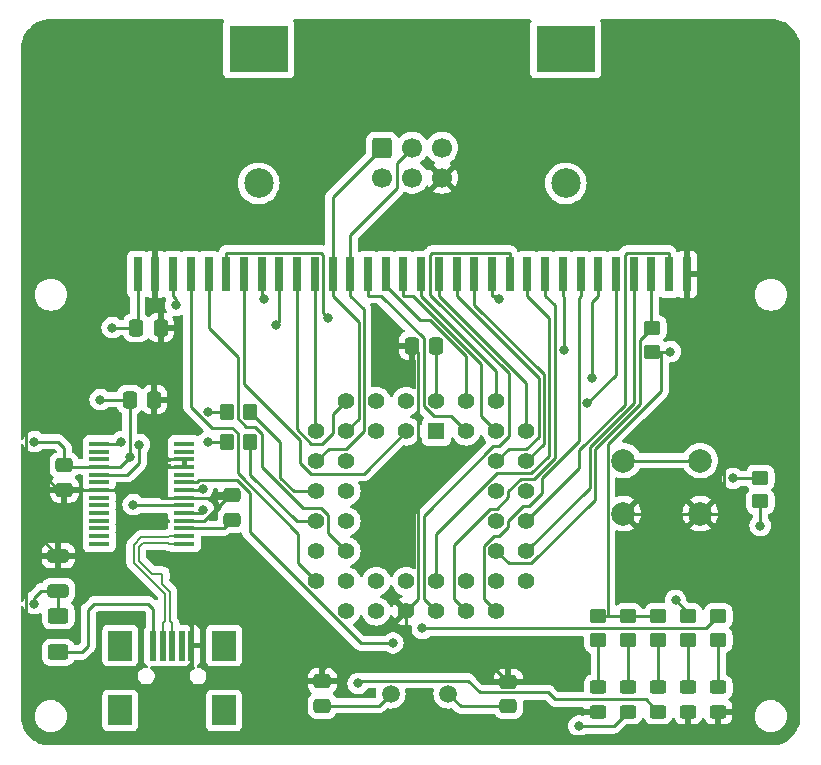
<source format=gbr>
%TF.GenerationSoftware,KiCad,Pcbnew,7.0.10*%
%TF.CreationDate,2024-03-24T11:08:13+01:00*%
%TF.ProjectId,dmg-gbc-cartridge-reader.kicad_pro,646d672d-6762-4632-9d63-617274726964,rev?*%
%TF.SameCoordinates,Original*%
%TF.FileFunction,Copper,L1,Top*%
%TF.FilePolarity,Positive*%
%FSLAX46Y46*%
G04 Gerber Fmt 4.6, Leading zero omitted, Abs format (unit mm)*
G04 Created by KiCad (PCBNEW 7.0.10) date 2024-03-24 11:08:13*
%MOMM*%
%LPD*%
G01*
G04 APERTURE LIST*
G04 Aperture macros list*
%AMRoundRect*
0 Rectangle with rounded corners*
0 $1 Rounding radius*
0 $2 $3 $4 $5 $6 $7 $8 $9 X,Y pos of 4 corners*
0 Add a 4 corners polygon primitive as box body*
4,1,4,$2,$3,$4,$5,$6,$7,$8,$9,$2,$3,0*
0 Add four circle primitives for the rounded corners*
1,1,$1+$1,$2,$3*
1,1,$1+$1,$4,$5*
1,1,$1+$1,$6,$7*
1,1,$1+$1,$8,$9*
0 Add four rect primitives between the rounded corners*
20,1,$1+$1,$2,$3,$4,$5,0*
20,1,$1+$1,$4,$5,$6,$7,0*
20,1,$1+$1,$6,$7,$8,$9,0*
20,1,$1+$1,$8,$9,$2,$3,0*%
G04 Aperture macros list end*
%TA.AperFunction,SMDPad,CuDef*%
%ADD10R,0.750000X3.000000*%
%TD*%
%TA.AperFunction,WasherPad*%
%ADD11C,2.500000*%
%TD*%
%TA.AperFunction,SMDPad,CuDef*%
%ADD12R,5.000000X4.000000*%
%TD*%
%TA.AperFunction,SMDPad,CuDef*%
%ADD13RoundRect,0.250000X-0.475000X0.337500X-0.475000X-0.337500X0.475000X-0.337500X0.475000X0.337500X0*%
%TD*%
%TA.AperFunction,SMDPad,CuDef*%
%ADD14RoundRect,0.250000X-0.337500X-0.475000X0.337500X-0.475000X0.337500X0.475000X-0.337500X0.475000X0*%
%TD*%
%TA.AperFunction,SMDPad,CuDef*%
%ADD15RoundRect,0.250000X0.337500X0.475000X-0.337500X0.475000X-0.337500X-0.475000X0.337500X-0.475000X0*%
%TD*%
%TA.AperFunction,SMDPad,CuDef*%
%ADD16RoundRect,0.250000X-0.450000X0.350000X-0.450000X-0.350000X0.450000X-0.350000X0.450000X0.350000X0*%
%TD*%
%TA.AperFunction,SMDPad,CuDef*%
%ADD17RoundRect,0.250000X0.350000X0.450000X-0.350000X0.450000X-0.350000X-0.450000X0.350000X-0.450000X0*%
%TD*%
%TA.AperFunction,SMDPad,CuDef*%
%ADD18RoundRect,0.250000X0.450000X-0.350000X0.450000X0.350000X-0.450000X0.350000X-0.450000X-0.350000X0*%
%TD*%
%TA.AperFunction,SMDPad,CuDef*%
%ADD19RoundRect,0.250000X0.450000X-0.325000X0.450000X0.325000X-0.450000X0.325000X-0.450000X-0.325000X0*%
%TD*%
%TA.AperFunction,ComponentPad*%
%ADD20R,1.422400X1.422400*%
%TD*%
%TA.AperFunction,ComponentPad*%
%ADD21C,1.422400*%
%TD*%
%TA.AperFunction,ComponentPad*%
%ADD22C,1.500000*%
%TD*%
%TA.AperFunction,SMDPad,CuDef*%
%ADD23R,1.750000X0.450000*%
%TD*%
%TA.AperFunction,ComponentPad*%
%ADD24C,2.000000*%
%TD*%
%TA.AperFunction,ComponentPad*%
%ADD25C,1.700000*%
%TD*%
%TA.AperFunction,ComponentPad*%
%ADD26RoundRect,0.250000X-0.600000X0.600000X-0.600000X-0.600000X0.600000X-0.600000X0.600000X0.600000X0*%
%TD*%
%TA.AperFunction,SMDPad,CuDef*%
%ADD27R,2.000000X2.500000*%
%TD*%
%TA.AperFunction,SMDPad,CuDef*%
%ADD28R,0.500000X2.500000*%
%TD*%
%TA.AperFunction,SMDPad,CuDef*%
%ADD29RoundRect,0.249999X-0.625001X0.400001X-0.625001X-0.400001X0.625001X-0.400001X0.625001X0.400001X0*%
%TD*%
%TA.AperFunction,SMDPad,CuDef*%
%ADD30RoundRect,0.249999X0.650001X-0.325001X0.650001X0.325001X-0.650001X0.325001X-0.650001X-0.325001X0*%
%TD*%
%TA.AperFunction,ViaPad*%
%ADD31C,0.800000*%
%TD*%
%TA.AperFunction,Conductor*%
%ADD32C,0.250000*%
%TD*%
%TA.AperFunction,Conductor*%
%ADD33C,0.200000*%
%TD*%
G04 APERTURE END LIST*
D10*
%TO.P,U1,1,VCC*%
%TO.N,VCC*%
X39742000Y-43228000D03*
%TO.P,U1,2,CLK*%
%TO.N,GND*%
X41242000Y-43228000D03*
%TO.P,U1,3,WR*%
%TO.N,WR*%
X42742000Y-43228000D03*
%TO.P,U1,4,RD*%
%TO.N,RD*%
X44242000Y-43228000D03*
%TO.P,U1,5,CS*%
%TO.N,SRAM*%
X45742000Y-43228000D03*
%TO.P,U1,6,A0*%
%TO.N,A0*%
X47242000Y-43228000D03*
%TO.P,U1,7,A1*%
%TO.N,A1*%
X48742000Y-43228000D03*
%TO.P,U1,8,A2*%
%TO.N,A2*%
X50242000Y-43228000D03*
%TO.P,U1,9,A3*%
%TO.N,A3*%
X51742000Y-43228000D03*
%TO.P,U1,10,A4*%
%TO.N,A4*%
X53242000Y-43228000D03*
%TO.P,U1,11,A5*%
%TO.N,A5_MOSI*%
X54742000Y-43228000D03*
%TO.P,U1,12,A6*%
%TO.N,A6_MISO*%
X56242000Y-43228000D03*
%TO.P,U1,13,A7*%
%TO.N,A7_SCK*%
X57742000Y-43228000D03*
%TO.P,U1,14,A8*%
%TO.N,A8*%
X59242000Y-43228000D03*
%TO.P,U1,15,A9*%
%TO.N,A9*%
X60742000Y-43228000D03*
%TO.P,U1,16,A10*%
%TO.N,A10*%
X62242000Y-43228000D03*
%TO.P,U1,17,A11*%
%TO.N,A11*%
X63742000Y-43228000D03*
%TO.P,U1,18,A12*%
%TO.N,A12*%
X65242000Y-43228000D03*
%TO.P,U1,19,A13*%
%TO.N,A13*%
X66742000Y-43228000D03*
%TO.P,U1,20,A14*%
%TO.N,A14*%
X68242000Y-43228000D03*
%TO.P,U1,21,A15*%
%TO.N,A15*%
X69742000Y-43228000D03*
%TO.P,U1,22,D0*%
%TO.N,D0*%
X71242000Y-43228000D03*
%TO.P,U1,23,D1*%
%TO.N,D1*%
X72742000Y-43228000D03*
%TO.P,U1,24,D2*%
%TO.N,D2*%
X74242000Y-43228000D03*
%TO.P,U1,25,D3*%
%TO.N,D3*%
X75742000Y-43228000D03*
%TO.P,U1,26,D4*%
%TO.N,D4*%
X77242000Y-43228000D03*
%TO.P,U1,27,D5*%
%TO.N,D5*%
X78742000Y-43228000D03*
%TO.P,U1,28,D6*%
%TO.N,D6*%
X80242000Y-43228000D03*
%TO.P,U1,29,D7*%
%TO.N,D7*%
X81742000Y-43228000D03*
%TO.P,U1,30,RESET*%
%TO.N,RST*%
X83242000Y-43228000D03*
%TO.P,U1,31,AUDIO*%
%TO.N,AUDIO*%
X84742000Y-43228000D03*
%TO.P,U1,32,GND*%
%TO.N,GND*%
X86242000Y-43228000D03*
D11*
%TO.P,U1,*%
%TO.N,*%
X75992000Y-35528000D03*
X49992000Y-35528000D03*
D12*
X75992000Y-24128000D03*
X49992000Y-24128000D03*
%TD*%
D13*
%TO.P,C7,1*%
%TO.N,VCC*%
X33528000Y-59393000D03*
%TO.P,C7,2*%
%TO.N,GND*%
X33528000Y-61468000D03*
%TD*%
%TO.P,C6,1*%
%TO.N,GND*%
X47752000Y-61933000D03*
%TO.P,C6,2*%
%TO.N,Net-(U3-3V3OUT)*%
X47752000Y-64008000D03*
%TD*%
D14*
%TO.P,C5,1*%
%TO.N,GND*%
X62949000Y-49276000D03*
%TO.P,C5,2*%
%TO.N,VCC*%
X65024000Y-49276000D03*
%TD*%
D15*
%TO.P,C4,1*%
%TO.N,GND*%
X41699000Y-47752000D03*
%TO.P,C4,2*%
%TO.N,VCC*%
X39624000Y-47752000D03*
%TD*%
D13*
%TO.P,C3,1*%
%TO.N,GND*%
X55372000Y-77681000D03*
%TO.P,C3,2*%
%TO.N,Net-(U2-XTAL2)*%
X55372000Y-79756000D03*
%TD*%
%TO.P,C2,1*%
%TO.N,GND*%
X71120000Y-77724000D03*
%TO.P,C2,2*%
%TO.N,Net-(U2-XTAL1)*%
X71120000Y-79799000D03*
%TD*%
D15*
%TO.P,C1,1*%
%TO.N,GND*%
X41148000Y-53848000D03*
%TO.P,C1,2*%
%TO.N,VCC*%
X39073000Y-53848000D03*
%TD*%
D16*
%TO.P,R9,1*%
%TO.N,LED_WR*%
X88900000Y-72168000D03*
%TO.P,R9,2*%
%TO.N,Net-(D5-A)*%
X88900000Y-74168000D03*
%TD*%
%TO.P,R8,1*%
%TO.N,LED_RD*%
X86360000Y-72200000D03*
%TO.P,R8,2*%
%TO.N,Net-(D4-A)*%
X86360000Y-74200000D03*
%TD*%
%TO.P,R7,1*%
%TO.N,VCC*%
X78740000Y-72200000D03*
%TO.P,R7,2*%
%TO.N,Net-(D3-A)*%
X78740000Y-74200000D03*
%TD*%
%TO.P,R6,1*%
%TO.N,VCC*%
X83820000Y-72200000D03*
%TO.P,R6,2*%
%TO.N,Net-(D2-A)*%
X83820000Y-74200000D03*
%TD*%
%TO.P,R5,1*%
%TO.N,VCC*%
X81280000Y-72200000D03*
%TO.P,R5,2*%
%TO.N,Net-(D1-A)*%
X81280000Y-74200000D03*
%TD*%
D17*
%TO.P,R4,1*%
%TO.N,AVR_TX*%
X49276000Y-57404000D03*
%TO.P,R4,2*%
%TO.N,Net-(U3-RXD)*%
X47276000Y-57404000D03*
%TD*%
%TO.P,R3,1*%
%TO.N,AVR_RX*%
X49276000Y-54864000D03*
%TO.P,R3,2*%
%TO.N,Net-(U3-TXD)*%
X47276000Y-54864000D03*
%TD*%
D18*
%TO.P,R2,1*%
%TO.N,VCC*%
X92456000Y-62452000D03*
%TO.P,R2,2*%
%TO.N,RESET*%
X92456000Y-60452000D03*
%TD*%
%TO.P,R1,1*%
%TO.N,VCC*%
X83312000Y-49784000D03*
%TO.P,R1,2*%
%TO.N,RST*%
X83312000Y-47784000D03*
%TD*%
D19*
%TO.P,D5,1,K*%
%TO.N,GND*%
X88900000Y-80264000D03*
%TO.P,D5,2,A*%
%TO.N,Net-(D5-A)*%
X88900000Y-78214000D03*
%TD*%
%TO.P,D4,2,A*%
%TO.N,Net-(D4-A)*%
X86360000Y-78205000D03*
%TO.P,D4,1,K*%
%TO.N,GND*%
X86360000Y-80255000D03*
%TD*%
%TO.P,D3,1,K*%
%TO.N,GND*%
X78740000Y-80255000D03*
%TO.P,D3,2,A*%
%TO.N,Net-(D3-A)*%
X78740000Y-78205000D03*
%TD*%
%TO.P,D2,1,K*%
%TO.N,Net-(D2-K)*%
X83820000Y-80255000D03*
%TO.P,D2,2,A*%
%TO.N,Net-(D2-A)*%
X83820000Y-78205000D03*
%TD*%
%TO.P,D1,1,K*%
%TO.N,Net-(D1-K)*%
X81280000Y-80255000D03*
%TO.P,D1,2,A*%
%TO.N,Net-(D1-A)*%
X81280000Y-78205000D03*
%TD*%
D20*
%TO.P,U2,1,NC*%
%TO.N,unconnected-(U2-NC-Pad1)*%
X65024000Y-56515000D03*
D21*
%TO.P,U2,2,PB0*%
%TO.N,A0*%
X62484000Y-53975000D03*
%TO.P,U2,3,PB1*%
%TO.N,A1*%
X62484000Y-56515000D03*
%TO.P,U2,4,PB2*%
%TO.N,A2*%
X59944000Y-53975000D03*
%TO.P,U2,5,PB3*%
%TO.N,A3*%
X59944000Y-56515000D03*
%TO.P,U2,6,PB4*%
%TO.N,A4*%
X57404000Y-53975000D03*
%TO.P,U2,7,PB5*%
%TO.N,A5_MOSI*%
X54864000Y-56515000D03*
%TO.P,U2,8,PB6*%
%TO.N,A6_MISO*%
X57404000Y-56515000D03*
%TO.P,U2,9,PB7*%
%TO.N,A7_SCK*%
X54864000Y-59055000D03*
%TO.P,U2,10,~{RESET}*%
%TO.N,RESET*%
X57404000Y-59055000D03*
%TO.P,U2,11,PD0*%
%TO.N,AVR_RX*%
X54864000Y-61595000D03*
%TO.P,U2,12,NC*%
%TO.N,unconnected-(U2-NC-Pad12)*%
X57404000Y-61595000D03*
%TO.P,U2,13,PD1*%
%TO.N,AVR_TX*%
X54864000Y-64135000D03*
%TO.P,U2,14,PD2*%
%TO.N,LED_RD*%
X57404000Y-64135000D03*
%TO.P,U2,15,PD3*%
%TO.N,LED_WR*%
X54864000Y-66675000D03*
%TO.P,U2,16,PD4*%
%TO.N,SRAM*%
X57404000Y-66675000D03*
%TO.P,U2,17,PD5*%
%TO.N,RD*%
X54864000Y-69215000D03*
%TO.P,U2,18,PD6*%
%TO.N,WR*%
X57404000Y-71755000D03*
%TO.P,U2,19,PD7*%
%TO.N,unconnected-(U2-PD7-Pad19)*%
X57404000Y-69215000D03*
%TO.P,U2,20,XTAL2*%
%TO.N,Net-(U2-XTAL2)*%
X59944000Y-71755000D03*
%TO.P,U2,21,XTAL1*%
%TO.N,Net-(U2-XTAL1)*%
X59944000Y-69215000D03*
%TO.P,U2,22,GND*%
%TO.N,GND*%
X62484000Y-71755000D03*
%TO.P,U2,23,NC*%
%TO.N,unconnected-(U2-NC-Pad23)*%
X62484000Y-69215000D03*
%TO.P,U2,24,PC0*%
%TO.N,D0*%
X65024000Y-71755000D03*
%TO.P,U2,25,PC1*%
%TO.N,D1*%
X65024000Y-69215000D03*
%TO.P,U2,26,PC2*%
%TO.N,D2*%
X67564000Y-71755000D03*
%TO.P,U2,27,PC3*%
%TO.N,D3*%
X67564000Y-69215000D03*
%TO.P,U2,28,PC4*%
%TO.N,D4*%
X70104000Y-71755000D03*
%TO.P,U2,29,PC5*%
%TO.N,D5*%
X72644000Y-69215000D03*
%TO.P,U2,30,PC6*%
%TO.N,D6*%
X70104000Y-69215000D03*
%TO.P,U2,31,PC7*%
%TO.N,D7*%
X72644000Y-66675000D03*
%TO.P,U2,32,PE2*%
%TO.N,RST*%
X70104000Y-66675000D03*
%TO.P,U2,33,PE1*%
%TO.N,AUDIO*%
X72644000Y-64135000D03*
%TO.P,U2,34,NC*%
%TO.N,unconnected-(U2-NC-Pad34)*%
X70104000Y-64135000D03*
%TO.P,U2,35,PE0*%
%TO.N,unconnected-(U2-PE0-Pad35)*%
X72644000Y-61595000D03*
%TO.P,U2,36,PA7*%
%TO.N,A15*%
X70104000Y-61595000D03*
%TO.P,U2,37,PA6*%
%TO.N,A14*%
X72644000Y-59055000D03*
%TO.P,U2,38,PA5*%
%TO.N,A13*%
X70104000Y-59055000D03*
%TO.P,U2,39,PA4*%
%TO.N,A12*%
X72644000Y-56515000D03*
%TO.P,U2,40,PA3*%
%TO.N,A11*%
X70104000Y-53975000D03*
%TO.P,U2,41,PA2*%
%TO.N,A10*%
X70104000Y-56515000D03*
%TO.P,U2,42,PA1*%
%TO.N,A9*%
X67564000Y-53975000D03*
%TO.P,U2,43,PA0*%
%TO.N,A8*%
X67564000Y-56515000D03*
%TO.P,U2,44,VCC*%
%TO.N,VCC*%
X65024000Y-53975000D03*
%TD*%
D22*
%TO.P,Y1,1,1*%
%TO.N,Net-(U2-XTAL2)*%
X61160000Y-78740000D03*
%TO.P,Y1,2,2*%
%TO.N,Net-(U2-XTAL1)*%
X66040000Y-78740000D03*
%TD*%
D23*
%TO.P,U3,28,OSCO*%
%TO.N,unconnected-(U3-OSCO-Pad28)*%
X43688000Y-57590000D03*
%TO.P,U3,27,OSCI*%
%TO.N,unconnected-(U3-OSCI-Pad27)*%
X43688000Y-58240000D03*
%TO.P,U3,26,TEST*%
%TO.N,GND*%
X43688000Y-58890000D03*
%TO.P,U3,25,AGND*%
X43688000Y-59540000D03*
%TO.P,U3,24*%
%TO.N,N/C*%
X43688000Y-60190000D03*
%TO.P,U3,23,CBUS0*%
%TO.N,Net-(D1-K)*%
X43688000Y-60840000D03*
%TO.P,U3,22,CBUS1*%
%TO.N,Net-(D2-K)*%
X43688000Y-61490000D03*
%TO.P,U3,21,GND*%
%TO.N,GND*%
X43688000Y-62140000D03*
%TO.P,U3,20,VCC*%
%TO.N,VCC*%
X43688000Y-62790000D03*
%TO.P,U3,19,~{RESET}*%
%TO.N,RESET*%
X43688000Y-63440000D03*
%TO.P,U3,18,GND*%
%TO.N,GND*%
X43688000Y-64090000D03*
%TO.P,U3,17,3V3OUT*%
%TO.N,Net-(U3-3V3OUT)*%
X43688000Y-64740000D03*
%TO.P,U3,16,USBD-*%
%TO.N,USB-*%
X43688000Y-65390000D03*
%TO.P,U3,15,USBD+*%
%TO.N,USB+*%
X43688000Y-66040000D03*
%TO.P,U3,14,CBUS3*%
%TO.N,unconnected-(U3-CBUS3-Pad14)*%
X36488000Y-66040000D03*
%TO.P,U3,13,CBUS2*%
%TO.N,unconnected-(U3-CBUS2-Pad13)*%
X36488000Y-65390000D03*
%TO.P,U3,12,CBUS4*%
%TO.N,unconnected-(U3-CBUS4-Pad12)*%
X36488000Y-64740000D03*
%TO.P,U3,11,CTS*%
%TO.N,unconnected-(U3-CTS-Pad11)*%
X36488000Y-64090000D03*
%TO.P,U3,10,DCD*%
%TO.N,unconnected-(U3-DCD-Pad10)*%
X36488000Y-63440000D03*
%TO.P,U3,9,DCR*%
%TO.N,unconnected-(U3-DCR-Pad9)*%
X36488000Y-62790000D03*
%TO.P,U3,8*%
%TO.N,N/C*%
X36488000Y-62140000D03*
%TO.P,U3,7,GND*%
%TO.N,GND*%
X36488000Y-61490000D03*
%TO.P,U3,6,RI*%
%TO.N,unconnected-(U3-RI-Pad6)*%
X36488000Y-60840000D03*
%TO.P,U3,5,RXD*%
%TO.N,Net-(U3-RXD)*%
X36488000Y-60190000D03*
%TO.P,U3,4,VCCIO*%
%TO.N,VCC*%
X36488000Y-59540000D03*
%TO.P,U3,3,RTS*%
%TO.N,unconnected-(U3-RTS-Pad3)*%
X36488000Y-58890000D03*
%TO.P,U3,2,DTR*%
%TO.N,unconnected-(U3-DTR-Pad2)*%
X36488000Y-58240000D03*
%TO.P,U3,1,TXD*%
%TO.N,Net-(U3-TXD)*%
X36488000Y-57590000D03*
%TD*%
D24*
%TO.P,SW1,1,1*%
%TO.N,RESET*%
X87376000Y-59000000D03*
%TO.P,SW1,2,2*%
%TO.N,GND*%
X87376000Y-63500000D03*
%TO.P,SW1,1,1*%
%TO.N,RESET*%
X80876000Y-59000000D03*
%TO.P,SW1,2,2*%
%TO.N,GND*%
X80876000Y-63500000D03*
%TD*%
D25*
%TO.P,J1,6,GND*%
%TO.N,GND*%
X65532000Y-35052000D03*
%TO.P,J1,4,MOSI*%
%TO.N,A5_MOSI*%
X62992000Y-35052000D03*
%TO.P,J1,2,VCC*%
%TO.N,VCC*%
X60452000Y-35052000D03*
%TO.P,J1,5,~{RST}*%
%TO.N,RESET*%
X65532000Y-32512000D03*
%TO.P,J1,3,SCK*%
%TO.N,A7_SCK*%
X62992000Y-32512000D03*
D26*
%TO.P,J1,1,MISO*%
%TO.N,A6_MISO*%
X60452000Y-32512000D03*
%TD*%
D27*
%TO.P,J2,9*%
%TO.N,N/C*%
X38272000Y-80160000D03*
%TO.P,J2,8*%
X47072000Y-80160000D03*
%TO.P,J2,7*%
X47072000Y-74660000D03*
%TO.P,J2,6,Shield*%
%TO.N,unconnected-(J2-Shield-Pad6)*%
X38272000Y-74660000D03*
D28*
%TO.P,J2,5,GND*%
%TO.N,GND*%
X44272000Y-74660000D03*
%TO.P,J2,4,ID*%
%TO.N,unconnected-(J2-ID-Pad4)*%
X43472000Y-74660000D03*
%TO.P,J2,3,D+*%
%TO.N,USB+*%
X42672000Y-74660000D03*
%TO.P,J2,2,D-*%
%TO.N,USB-*%
X41872000Y-74660000D03*
%TO.P,J2,1,VBUS*%
%TO.N,Net-(J2-VBUS)*%
X41072000Y-74660000D03*
%TD*%
D29*
%TO.P,F1,2*%
%TO.N,Net-(J2-VBUS)*%
X33020000Y-75236000D03*
%TO.P,F1,1*%
%TO.N,VCC*%
X33020000Y-72136000D03*
%TD*%
D30*
%TO.P,C8,2*%
%TO.N,GND*%
X33020000Y-67056000D03*
%TO.P,C8,1*%
%TO.N,VCC*%
X33020000Y-70006000D03*
%TD*%
D31*
%TO.N,Net-(D1-K)*%
X77114400Y-81483200D03*
%TO.N,LED_WR*%
X63848000Y-73200000D03*
%TO.N,LED_RD*%
X85284700Y-70847900D03*
%TO.N,Net-(U3-RXD)*%
X45720000Y-57404000D03*
X39878000Y-57658000D03*
%TO.N,Net-(U3-TXD)*%
X38348000Y-57404000D03*
X45720000Y-54864000D03*
%TO.N,Net-(D2-K)*%
X45236200Y-61402000D03*
X58419800Y-77873900D03*
%TO.N,A0*%
X55882800Y-46955500D03*
%TO.N,A2*%
X50431800Y-45339700D03*
%TO.N,A3*%
X51455900Y-47497000D03*
%TO.N,WR*%
X42970500Y-45851400D03*
%TO.N,D3*%
X75835400Y-49624500D03*
%TO.N,D5*%
X78212000Y-51975400D03*
%TO.N,D6*%
X77809400Y-54169500D03*
%TO.N,A15*%
X70376600Y-45345400D03*
%TO.N,Net-(D1-K)*%
X61357700Y-74458900D03*
%TO.N,RESET*%
X90152900Y-60508800D03*
X45284200Y-63162700D03*
%TO.N,VCC*%
X39370000Y-62738000D03*
X39073000Y-58717000D03*
X84836000Y-49784000D03*
X92456000Y-64516000D03*
X36576000Y-53848000D03*
X37592000Y-47752000D03*
X30988000Y-57404000D03*
X30988000Y-71120000D03*
%TD*%
D32*
%TO.N,GND*%
X88392000Y-82296000D02*
X85547200Y-82296000D01*
X85547200Y-82296000D02*
X85852000Y-82296000D01*
X74726800Y-82296000D02*
X85547200Y-82296000D01*
X85852000Y-82296000D02*
X86360000Y-81788000D01*
X74726800Y-82296000D02*
X76767800Y-80255000D01*
X76767800Y-80255000D02*
X78740000Y-80255000D01*
X55372000Y-82296000D02*
X74726800Y-82296000D01*
X50757000Y-77681000D02*
X55372000Y-82296000D01*
%TO.N,Net-(D1-K)*%
X80051800Y-81483200D02*
X77114400Y-81483200D01*
X81280000Y-80255000D02*
X80051800Y-81483200D01*
%TO.N,LED_WR*%
X87868000Y-73200000D02*
X63848000Y-73200000D01*
X88900000Y-72168000D02*
X87868000Y-73200000D01*
%TO.N,LED_RD*%
X86360000Y-71923200D02*
X86360000Y-72200000D01*
X85284700Y-70847900D02*
X86360000Y-71923200D01*
%TO.N,Net-(D5-A)*%
X88900000Y-78214000D02*
X88900000Y-74168000D01*
%TO.N,Net-(D4-A)*%
X86360000Y-74200000D02*
X86360000Y-78205000D01*
%TO.N,Net-(U3-RXD)*%
X45720000Y-57404000D02*
X47276000Y-57404000D01*
X39878000Y-59182000D02*
X39878000Y-57658000D01*
X38870000Y-60190000D02*
X39878000Y-59182000D01*
X36488000Y-60190000D02*
X38870000Y-60190000D01*
%TO.N,Net-(U3-TXD)*%
X38162000Y-57590000D02*
X38348000Y-57404000D01*
X36488000Y-57590000D02*
X38162000Y-57590000D01*
X47276000Y-54864000D02*
X45720000Y-54864000D01*
%TO.N,Net-(J2-VBUS)*%
X35000000Y-75236000D02*
X33020000Y-75236000D01*
X35560000Y-74676000D02*
X35000000Y-75236000D01*
X35560000Y-71628000D02*
X35560000Y-74676000D01*
X36068000Y-71120000D02*
X35560000Y-71628000D01*
X40640000Y-71120000D02*
X36068000Y-71120000D01*
X41072000Y-71552000D02*
X40640000Y-71120000D01*
X41072000Y-74660000D02*
X41072000Y-71552000D01*
%TO.N,Net-(D3-A)*%
X78740000Y-74200000D02*
X78740000Y-78205000D01*
%TO.N,A6_MISO*%
X56242000Y-36722000D02*
X56242000Y-43228000D01*
X60452000Y-32512000D02*
X56242000Y-36722000D01*
X58442400Y-55476600D02*
X57404000Y-56515000D01*
X58442400Y-47253700D02*
X58442400Y-55476600D01*
X56242000Y-45053300D02*
X58442400Y-47253700D01*
X56242000Y-43228000D02*
X56242000Y-45053300D01*
%TO.N,A7_SCK*%
X57742000Y-39899800D02*
X57742000Y-43228000D01*
X61722000Y-35919800D02*
X57742000Y-39899800D01*
X61722000Y-33782000D02*
X61722000Y-35919800D01*
X62992000Y-32512000D02*
X61722000Y-33782000D01*
X57742000Y-43228000D02*
X57742000Y-45053300D01*
X58892700Y-46204000D02*
X57742000Y-45053300D01*
X58892700Y-56508100D02*
X58892700Y-46204000D01*
X57390600Y-58010200D02*
X58892700Y-56508100D01*
X55908800Y-58010200D02*
X57390600Y-58010200D01*
X54864000Y-59055000D02*
X55908800Y-58010200D01*
%TO.N,A5_MOSI*%
X54742000Y-56393000D02*
X54864000Y-56515000D01*
X54742000Y-43228000D02*
X54742000Y-56393000D01*
%TO.N,Net-(D2-K)*%
X45148200Y-61490000D02*
X45236200Y-61402000D01*
X43688000Y-61490000D02*
X45148200Y-61490000D01*
X82795000Y-79230000D02*
X83820000Y-80255000D01*
X75114600Y-79230000D02*
X82795000Y-79230000D01*
X74522500Y-78637900D02*
X75114600Y-79230000D01*
X68694900Y-78637900D02*
X74522500Y-78637900D01*
X67697800Y-77640800D02*
X68694900Y-78637900D01*
X58652900Y-77640800D02*
X67697800Y-77640800D01*
X58419800Y-77873900D02*
X58652900Y-77640800D01*
%TO.N,Net-(D2-A)*%
X83820000Y-74200000D02*
X83820000Y-78205000D01*
%TO.N,AVR_TX*%
X53213000Y-64135000D02*
X54864000Y-64135000D01*
X49276000Y-60198000D02*
X53213000Y-64135000D01*
X49276000Y-57404000D02*
X49276000Y-60198000D01*
%TO.N,AVR_RX*%
X52959000Y-61595000D02*
X54864000Y-61595000D01*
X51816000Y-60452000D02*
X52959000Y-61595000D01*
X51816000Y-57404000D02*
X51816000Y-60452000D01*
X49276000Y-54864000D02*
X51816000Y-57404000D01*
%TO.N,A0*%
X55442400Y-46515100D02*
X55882800Y-46955500D01*
X55442400Y-41585600D02*
X55442400Y-46515100D01*
X55259500Y-41402700D02*
X55442400Y-41585600D01*
X47242000Y-41402700D02*
X55259500Y-41402700D01*
X47242000Y-43228000D02*
X47242000Y-41402700D01*
%TO.N,A1*%
X58888700Y-60110300D02*
X62484000Y-56515000D01*
X54448200Y-60110300D02*
X58888700Y-60110300D01*
X53518000Y-59180100D02*
X54448200Y-60110300D01*
X53518000Y-57271800D02*
X53518000Y-59180100D01*
X48742000Y-52495800D02*
X53518000Y-57271800D01*
X48742000Y-43228000D02*
X48742000Y-52495800D01*
%TO.N,A2*%
X50242000Y-45149900D02*
X50242000Y-43228000D01*
X50431800Y-45339700D02*
X50242000Y-45149900D01*
%TO.N,A3*%
X51742000Y-47210900D02*
X51455900Y-47497000D01*
X51742000Y-43228000D02*
X51742000Y-47210900D01*
%TO.N,A4*%
X56278500Y-55100500D02*
X57404000Y-53975000D01*
X56278500Y-56652600D02*
X56278500Y-55100500D01*
X55370800Y-57560300D02*
X56278500Y-56652600D01*
X54443400Y-57560300D02*
X55370800Y-57560300D01*
X53242000Y-56358900D02*
X54443400Y-57560300D01*
X53242000Y-43228000D02*
X53242000Y-56358900D01*
%TO.N,A8*%
X59242000Y-43228000D02*
X59242000Y-45053300D01*
X66302300Y-55253300D02*
X67564000Y-56515000D01*
X64822400Y-55253300D02*
X66302300Y-55253300D01*
X63970600Y-54401500D02*
X64822400Y-55253300D01*
X63970600Y-48666300D02*
X63970600Y-54401500D01*
X60357600Y-45053300D02*
X63970600Y-48666300D01*
X59242000Y-45053300D02*
X60357600Y-45053300D01*
%TO.N,A9*%
X67564000Y-50188500D02*
X67564000Y-53975000D01*
X64501300Y-47125800D02*
X67564000Y-50188500D01*
X63677500Y-47125800D02*
X64501300Y-47125800D01*
X60742000Y-44190300D02*
X63677500Y-47125800D01*
X60742000Y-43228000D02*
X60742000Y-44190300D01*
%TO.N,A10*%
X68834000Y-55245000D02*
X70104000Y-56515000D01*
X68834000Y-50821600D02*
X68834000Y-55245000D01*
X63065700Y-45053300D02*
X68834000Y-50821600D01*
X62242000Y-45053300D02*
X63065700Y-45053300D01*
X62242000Y-43228000D02*
X62242000Y-45053300D01*
%TO.N,A11*%
X63742000Y-43228000D02*
X63742000Y-45053300D01*
X70104000Y-51415300D02*
X63742000Y-45053300D01*
X70104000Y-53975000D02*
X70104000Y-51415300D01*
%TO.N,SRAM*%
X45742000Y-47773000D02*
X45742000Y-43228000D01*
X48202400Y-50233400D02*
X45742000Y-47773000D01*
X48202400Y-55415200D02*
X48202400Y-50233400D01*
X48921200Y-56134000D02*
X48202400Y-55415200D01*
X49656300Y-56134000D02*
X48921200Y-56134000D01*
X50234000Y-56711700D02*
X49656300Y-56134000D01*
X50234000Y-59534000D02*
X50234000Y-56711700D01*
X53741600Y-63041600D02*
X50234000Y-59534000D01*
X55291100Y-63041600D02*
X53741600Y-63041600D01*
X55900600Y-63651100D02*
X55291100Y-63041600D01*
X55900600Y-65171600D02*
X55900600Y-63651100D01*
X57404000Y-66675000D02*
X55900600Y-65171600D01*
%TO.N,RD*%
X53360600Y-67711600D02*
X54864000Y-69215000D01*
X53360600Y-65201600D02*
X53360600Y-67711600D01*
X48209800Y-60050800D02*
X53360600Y-65201600D01*
X48209800Y-56694700D02*
X48209800Y-60050800D01*
X47747100Y-56232000D02*
X48209800Y-56694700D01*
X46032300Y-56232000D02*
X47747100Y-56232000D01*
X44242000Y-54441700D02*
X46032300Y-56232000D01*
X44242000Y-43228000D02*
X44242000Y-54441700D01*
%TO.N,WR*%
X42970500Y-45281800D02*
X42970500Y-45851400D01*
X42742000Y-45053300D02*
X42970500Y-45281800D01*
X42742000Y-43228000D02*
X42742000Y-45053300D01*
%TO.N,D0*%
X63970600Y-70701600D02*
X65024000Y-71755000D01*
X63970600Y-63674200D02*
X63970600Y-70701600D01*
X69859800Y-57785000D02*
X63970600Y-63674200D01*
X70309900Y-57785000D02*
X69859800Y-57785000D01*
X71175600Y-56919300D02*
X70309900Y-57785000D01*
X71175600Y-51623800D02*
X71175600Y-56919300D01*
X64514300Y-44962500D02*
X71175600Y-51623800D01*
X64514300Y-41591800D02*
X64514300Y-44962500D01*
X64703400Y-41402700D02*
X64514300Y-41591800D01*
X71242000Y-41402700D02*
X64703400Y-41402700D01*
X71242000Y-43228000D02*
X71242000Y-41402700D01*
%TO.N,D1*%
X65024000Y-65205000D02*
X65024000Y-69215000D01*
X70137400Y-60091600D02*
X65024000Y-65205000D01*
X73086000Y-60091600D02*
X70137400Y-60091600D01*
X74592300Y-58585300D02*
X73086000Y-60091600D01*
X74592300Y-46903600D02*
X74592300Y-58585300D01*
X72742000Y-45053300D02*
X74592300Y-46903600D01*
X72742000Y-43228000D02*
X72742000Y-45053300D01*
%TO.N,D2*%
X74242000Y-43228000D02*
X74242000Y-45053300D01*
X75042700Y-45854000D02*
X74242000Y-45053300D01*
X75042700Y-58771800D02*
X75042700Y-45854000D01*
X73272500Y-60542000D02*
X75042700Y-58771800D01*
X72203900Y-60542000D02*
X73272500Y-60542000D01*
X71140600Y-61605300D02*
X72203900Y-60542000D01*
X71140600Y-62078900D02*
X71140600Y-61605300D01*
X70136000Y-63083500D02*
X71140600Y-62078900D01*
X69601700Y-63083500D02*
X70136000Y-63083500D01*
X66522200Y-66163000D02*
X69601700Y-63083500D01*
X66522200Y-70713200D02*
X66522200Y-66163000D01*
X67564000Y-71755000D02*
X66522200Y-70713200D01*
%TO.N,D3*%
X75742000Y-43228000D02*
X75742000Y-45053300D01*
X75835400Y-45146700D02*
X75835400Y-49624500D01*
X75742000Y-45053300D02*
X75835400Y-45146700D01*
%TO.N,D4*%
X69034900Y-70685900D02*
X70104000Y-71755000D01*
X69034900Y-66275600D02*
X69034900Y-70685900D01*
X69905500Y-65405000D02*
X69034900Y-66275600D01*
X70354500Y-65405000D02*
X69905500Y-65405000D01*
X71140600Y-64618900D02*
X70354500Y-65405000D01*
X71140600Y-64111200D02*
X71140600Y-64618900D01*
X72386800Y-62865000D02*
X71140600Y-64111200D01*
X72867100Y-62865000D02*
X72386800Y-62865000D01*
X73978000Y-61754100D02*
X72867100Y-62865000D01*
X73978000Y-60473400D02*
X73978000Y-61754100D01*
X77084100Y-57367300D02*
X73978000Y-60473400D01*
X77084100Y-45211200D02*
X77084100Y-57367300D01*
X77242000Y-45053300D02*
X77084100Y-45211200D01*
X77242000Y-43228000D02*
X77242000Y-45053300D01*
%TO.N,D5*%
X78742000Y-43228000D02*
X78742000Y-45053300D01*
X78212000Y-45583300D02*
X78212000Y-51975400D01*
X78742000Y-45053300D02*
X78212000Y-45583300D01*
%TO.N,D6*%
X80242000Y-51736900D02*
X77809400Y-54169500D01*
X80242000Y-43228000D02*
X80242000Y-51736900D01*
%TO.N,D7*%
X78014400Y-61304600D02*
X72644000Y-66675000D01*
X78014400Y-57876600D02*
X78014400Y-61304600D01*
X81742000Y-54149000D02*
X78014400Y-57876600D01*
X81742000Y-43228000D02*
X81742000Y-54149000D01*
%TO.N,AUDIO*%
X84742000Y-43228000D02*
X84742000Y-41402700D01*
X77106200Y-59672800D02*
X72644000Y-64135000D01*
X77106200Y-58147900D02*
X77106200Y-59672800D01*
X80992100Y-54262000D02*
X77106200Y-58147900D01*
X80992100Y-41626300D02*
X80992100Y-54262000D01*
X81215700Y-41402700D02*
X80992100Y-41626300D01*
X84742000Y-41402700D02*
X81215700Y-41402700D01*
%TO.N,A15*%
X70084500Y-45053300D02*
X70376600Y-45345400D01*
X69742000Y-45053300D02*
X70084500Y-45053300D01*
X69742000Y-43228000D02*
X69742000Y-45053300D01*
%TO.N,A14*%
X74132400Y-57566600D02*
X72644000Y-59055000D01*
X74132400Y-51706700D02*
X74132400Y-57566600D01*
X68242000Y-45816300D02*
X74132400Y-51706700D01*
X68242000Y-43228000D02*
X68242000Y-45816300D01*
%TO.N,A13*%
X66742000Y-43228000D02*
X66742000Y-45053300D01*
X71148900Y-58010100D02*
X70104000Y-59055000D01*
X72662000Y-58010100D02*
X71148900Y-58010100D01*
X73682100Y-56990000D02*
X72662000Y-58010100D01*
X73682100Y-51993400D02*
X73682100Y-56990000D01*
X66742000Y-45053300D02*
X73682100Y-51993400D01*
%TO.N,A12*%
X72644000Y-52455300D02*
X65242000Y-45053300D01*
X72644000Y-56515000D02*
X72644000Y-52455300D01*
X65242000Y-43228000D02*
X65242000Y-45053300D01*
%TO.N,Net-(D1-K)*%
X44772500Y-60840000D02*
X43688000Y-60840000D01*
X44948500Y-60664000D02*
X44772500Y-60840000D01*
X48170700Y-60664000D02*
X44948500Y-60664000D01*
X49219100Y-61712400D02*
X48170700Y-60664000D01*
X49219100Y-65061400D02*
X49219100Y-61712400D01*
X58616600Y-74458900D02*
X49219100Y-65061400D01*
X61357700Y-74458900D02*
X58616600Y-74458900D01*
%TO.N,RST*%
X83242000Y-47714000D02*
X83242000Y-43228000D01*
X83312000Y-47784000D02*
X83242000Y-47714000D01*
X71145700Y-67716700D02*
X70104000Y-66675000D01*
X73070600Y-67716700D02*
X71145700Y-67716700D01*
X78464700Y-62322600D02*
X73070600Y-67716700D01*
X78464700Y-58063200D02*
X78464700Y-62322600D01*
X82285600Y-54242300D02*
X78464700Y-58063200D01*
X82285600Y-48810400D02*
X82285600Y-54242300D01*
X83312000Y-47784000D02*
X82285600Y-48810400D01*
%TO.N,Net-(D1-A)*%
X81280000Y-74200000D02*
X81280000Y-78205000D01*
%TO.N,Net-(U3-3V3OUT)*%
X47020000Y-64740000D02*
X43688000Y-64740000D01*
X47752000Y-64008000D02*
X47020000Y-64740000D01*
%TO.N,RESET*%
X80876000Y-59000000D02*
X87376000Y-59000000D01*
X92399200Y-60508800D02*
X90152900Y-60508800D01*
X92456000Y-60452000D02*
X92399200Y-60508800D01*
X45006900Y-63440000D02*
X43688000Y-63440000D01*
X45284200Y-63162700D02*
X45006900Y-63440000D01*
D33*
%TO.N,USB-*%
X41872000Y-72785000D02*
X41872000Y-74660000D01*
X42047000Y-72610000D02*
X41872000Y-72785000D01*
X42047000Y-70305200D02*
X42047000Y-72610000D01*
X39399000Y-67657200D02*
X42047000Y-70305200D01*
X39399000Y-66129700D02*
X39399000Y-67657200D01*
X40038700Y-65490000D02*
X39399000Y-66129700D01*
X42275500Y-65490000D02*
X40038700Y-65490000D01*
X42375500Y-65390000D02*
X42275500Y-65490000D01*
X43688000Y-65390000D02*
X42375500Y-65390000D01*
%TO.N,USB+*%
X42375500Y-66040000D02*
X43688000Y-66040000D01*
X42275500Y-65940000D02*
X42375500Y-66040000D01*
X40225100Y-65940000D02*
X42275500Y-65940000D01*
X39849000Y-66316100D02*
X40225100Y-65940000D01*
X39849000Y-67470800D02*
X39849000Y-66316100D01*
X40966600Y-68588400D02*
X39849000Y-67470800D01*
X41390800Y-68588400D02*
X40966600Y-68588400D01*
X41412300Y-68566900D02*
X41390800Y-68588400D01*
X41836600Y-68566900D02*
X41412300Y-68566900D01*
X41836600Y-68991200D02*
X41836600Y-68566900D01*
X41815100Y-69012600D02*
X41836600Y-68991200D01*
X41815100Y-69436900D02*
X41815100Y-69012600D01*
X42497000Y-70118800D02*
X41815100Y-69436900D01*
X42497000Y-72610000D02*
X42497000Y-70118800D01*
X42672000Y-72785000D02*
X42497000Y-72610000D01*
X42672000Y-74660000D02*
X42672000Y-72785000D01*
D32*
%TO.N,Net-(U2-XTAL2)*%
X60144000Y-79756000D02*
X61160000Y-78740000D01*
X55372000Y-79756000D02*
X60144000Y-79756000D01*
%TO.N,VCC*%
X39422000Y-62790000D02*
X39370000Y-62738000D01*
X43688000Y-62790000D02*
X39422000Y-62790000D01*
X38250000Y-59540000D02*
X36488000Y-59540000D01*
X39073000Y-58717000D02*
X38250000Y-59540000D01*
X39073000Y-53848000D02*
X39073000Y-58717000D01*
X33675000Y-59540000D02*
X36488000Y-59540000D01*
X33528000Y-59393000D02*
X33675000Y-59540000D01*
X92456000Y-64516000D02*
X92456000Y-62452000D01*
X65024000Y-49276000D02*
X65024000Y-53975000D01*
X39742000Y-47634000D02*
X39624000Y-47752000D01*
X39742000Y-43228000D02*
X39742000Y-47634000D01*
X36576000Y-53848000D02*
X39073000Y-53848000D01*
X37592000Y-47752000D02*
X39624000Y-47752000D01*
X33528000Y-57912000D02*
X33528000Y-59393000D01*
X33020000Y-57404000D02*
X33528000Y-57912000D01*
X30988000Y-57404000D02*
X33020000Y-57404000D01*
X30988000Y-70612000D02*
X30988000Y-71120000D01*
X31594000Y-70006000D02*
X30988000Y-70612000D01*
X33020000Y-70006000D02*
X31594000Y-70006000D01*
X33020000Y-72136000D02*
X33020000Y-70006000D01*
X83820000Y-72200000D02*
X81280000Y-72200000D01*
X84836000Y-49784000D02*
X84074000Y-49784000D01*
X84074000Y-49784000D02*
X83312000Y-49784000D01*
X79524600Y-57640200D02*
X79524600Y-72200000D01*
X84074000Y-53090800D02*
X79524600Y-57640200D01*
X84074000Y-49784000D02*
X84074000Y-53090800D01*
X81280000Y-72200000D02*
X79524600Y-72200000D01*
X79524600Y-72200000D02*
X78740000Y-72200000D01*
%TO.N,Net-(U2-XTAL1)*%
X67099000Y-79799000D02*
X71120000Y-79799000D01*
X66040000Y-78740000D02*
X67099000Y-79799000D01*
%TO.N,GND*%
X41148000Y-58674000D02*
X41148000Y-59436000D01*
X41364000Y-58890000D02*
X41148000Y-58674000D01*
X43688000Y-58890000D02*
X41364000Y-58890000D01*
X41148000Y-53848000D02*
X41148000Y-58674000D01*
X36466000Y-61468000D02*
X36488000Y-61490000D01*
X33528000Y-61468000D02*
X36466000Y-61468000D01*
X47541000Y-61933000D02*
X47752000Y-61933000D01*
X45384000Y-64090000D02*
X47541000Y-61933000D01*
X43688000Y-64090000D02*
X45384000Y-64090000D01*
X47545000Y-62140000D02*
X43688000Y-62140000D01*
X47752000Y-61933000D02*
X47545000Y-62140000D01*
X44272000Y-76160000D02*
X44272000Y-74660000D01*
X43688000Y-76744000D02*
X44272000Y-76160000D01*
X43688000Y-79756000D02*
X43688000Y-76744000D01*
X41148000Y-79756000D02*
X43688000Y-79756000D01*
X39116000Y-77724000D02*
X41148000Y-79756000D01*
X37084000Y-77724000D02*
X39116000Y-77724000D01*
X36576000Y-77216000D02*
X37084000Y-77724000D01*
X32512000Y-77216000D02*
X36576000Y-77216000D01*
X30263000Y-74967000D02*
X32512000Y-77216000D01*
X30263000Y-64299000D02*
X30263000Y-74967000D01*
X30263000Y-64299000D02*
X33020000Y-67056000D01*
X30263000Y-58711000D02*
X30263000Y-64299000D01*
X33020000Y-61468000D02*
X33528000Y-61468000D01*
X30263000Y-58711000D02*
X33020000Y-61468000D01*
X30263000Y-56605000D02*
X30263000Y-58711000D01*
X35560000Y-51308000D02*
X30263000Y-56605000D01*
X35560000Y-39116000D02*
X35560000Y-51308000D01*
X41242000Y-33434000D02*
X35560000Y-39116000D01*
X41242000Y-33434000D02*
X41242000Y-43228000D01*
X47752000Y-26924000D02*
X41242000Y-33434000D01*
X53340000Y-26924000D02*
X47752000Y-26924000D01*
X54356000Y-25908000D02*
X53340000Y-26924000D01*
X68580000Y-25908000D02*
X54356000Y-25908000D01*
X68580000Y-32004000D02*
X65532000Y-35052000D01*
X68580000Y-25908000D02*
X68580000Y-32004000D01*
X71120000Y-25908000D02*
X68580000Y-25908000D01*
X73152000Y-27940000D02*
X71120000Y-25908000D01*
X79248000Y-27940000D02*
X73152000Y-27940000D01*
X82296000Y-24892000D02*
X79248000Y-27940000D01*
X92456000Y-24892000D02*
X82296000Y-24892000D01*
X92456000Y-39116000D02*
X92456000Y-24892000D01*
X89408000Y-42164000D02*
X92456000Y-39116000D01*
X89408000Y-50800000D02*
X89408000Y-42164000D01*
X89408000Y-63500000D02*
X89408000Y-50800000D01*
X86242000Y-47634000D02*
X86242000Y-43228000D01*
X89408000Y-50800000D02*
X86242000Y-47634000D01*
X92964000Y-67056000D02*
X89408000Y-63500000D01*
X92964000Y-74676000D02*
X92964000Y-67056000D01*
X90424000Y-77216000D02*
X92964000Y-74676000D01*
X90424000Y-81280000D02*
X90424000Y-77216000D01*
X89408000Y-82296000D02*
X90424000Y-81280000D01*
X88392000Y-82296000D02*
X89408000Y-82296000D01*
X88900000Y-81788000D02*
X88900000Y-80264000D01*
X88392000Y-82296000D02*
X88900000Y-81788000D01*
X86360000Y-81788000D02*
X86360000Y-80255000D01*
X50757000Y-77681000D02*
X55372000Y-77681000D01*
X49276000Y-76200000D02*
X50757000Y-77681000D01*
X49276000Y-73152000D02*
X49276000Y-76200000D01*
X48260000Y-72136000D02*
X49276000Y-73152000D01*
X44704000Y-72136000D02*
X48260000Y-72136000D01*
X44272000Y-72568000D02*
X44704000Y-72136000D01*
X44272000Y-74660000D02*
X44272000Y-72568000D01*
X62484000Y-75692000D02*
X62484000Y-74676000D01*
X63500000Y-76708000D02*
X62484000Y-75692000D01*
X70104000Y-76708000D02*
X63500000Y-76708000D01*
X71120000Y-77724000D02*
X70104000Y-76708000D01*
X63520200Y-70718800D02*
X62484000Y-71755000D01*
X63520200Y-49847200D02*
X63520200Y-70718800D01*
X62949000Y-49276000D02*
X63520200Y-49847200D01*
X41699000Y-45763000D02*
X41699000Y-47752000D01*
X41242000Y-45306000D02*
X41699000Y-45763000D01*
X41242000Y-43228000D02*
X41242000Y-45306000D01*
X62484000Y-74676000D02*
X62484000Y-71755000D01*
X60960000Y-76200000D02*
X62484000Y-74676000D01*
X55880000Y-76200000D02*
X60960000Y-76200000D01*
X55372000Y-76708000D02*
X55880000Y-76200000D01*
X55372000Y-77681000D02*
X55372000Y-76708000D01*
X62484000Y-74676000D02*
X62484000Y-71755000D01*
X41252000Y-59540000D02*
X41148000Y-59436000D01*
X43688000Y-59540000D02*
X41252000Y-59540000D01*
X41148000Y-59436000D02*
X41148000Y-61390400D01*
X41820000Y-62140000D02*
X43688000Y-62140000D01*
X41148000Y-61468000D02*
X41820000Y-62140000D01*
X41148000Y-61390400D02*
X41148000Y-61468000D01*
X37787900Y-61390400D02*
X37688300Y-61490000D01*
X41148000Y-61390400D02*
X37787900Y-61390400D01*
X36488000Y-61490000D02*
X37688300Y-61490000D01*
X89408000Y-63500000D02*
X87376000Y-63500000D01*
X87376000Y-63500000D02*
X80876000Y-63500000D01*
%TD*%
%TA.AperFunction,Conductor*%
%TO.N,GND*%
G36*
X61262812Y-69552965D02*
G01*
X61316690Y-69597451D01*
X61331040Y-69628873D01*
X61331625Y-69628661D01*
X61333481Y-69633761D01*
X61416560Y-69811924D01*
X61423674Y-69827180D01*
X61546087Y-70002003D01*
X61696997Y-70152913D01*
X61871820Y-70275326D01*
X61983985Y-70327629D01*
X62065238Y-70365518D01*
X62065240Y-70365519D01*
X62065245Y-70365521D01*
X62080557Y-70369624D01*
X62140217Y-70405987D01*
X62170748Y-70468833D01*
X62162454Y-70538209D01*
X62117970Y-70592088D01*
X62080561Y-70609173D01*
X62068173Y-70612492D01*
X62068161Y-70612497D01*
X61876088Y-70702062D01*
X61822286Y-70739733D01*
X62439599Y-71357046D01*
X62358852Y-71369835D01*
X62245955Y-71427359D01*
X62156359Y-71516955D01*
X62098835Y-71629852D01*
X62086046Y-71710599D01*
X61468733Y-71093286D01*
X61431062Y-71147088D01*
X61341497Y-71339161D01*
X61341492Y-71339173D01*
X61338173Y-71351561D01*
X61301807Y-71411221D01*
X61238959Y-71441749D01*
X61169584Y-71433452D01*
X61115707Y-71388966D01*
X61098624Y-71351559D01*
X61094521Y-71336245D01*
X61004326Y-71142821D01*
X61004324Y-71142818D01*
X61004323Y-71142816D01*
X60881916Y-70968001D01*
X60881911Y-70967995D01*
X60731003Y-70817087D01*
X60686305Y-70785789D01*
X60556180Y-70694674D01*
X60556176Y-70694672D01*
X60362761Y-70604481D01*
X60357661Y-70602625D01*
X60358146Y-70601291D01*
X60304200Y-70568410D01*
X60273671Y-70505564D01*
X60281965Y-70436188D01*
X60326451Y-70382310D01*
X60357873Y-70367959D01*
X60357661Y-70367375D01*
X60362746Y-70365523D01*
X60362755Y-70365521D01*
X60556180Y-70275326D01*
X60731003Y-70152913D01*
X60881913Y-70002003D01*
X61004326Y-69827180D01*
X61094521Y-69633755D01*
X61094523Y-69633746D01*
X61096375Y-69628661D01*
X61097708Y-69629146D01*
X61130590Y-69575200D01*
X61193436Y-69544671D01*
X61262812Y-69552965D01*
G37*
%TD.AperFunction*%
%TA.AperFunction,Conductor*%
G36*
X68882812Y-56852965D02*
G01*
X68936690Y-56897451D01*
X68951040Y-56928873D01*
X68951625Y-56928661D01*
X68953481Y-56933761D01*
X69040530Y-57120438D01*
X69043674Y-57127180D01*
X69147065Y-57274837D01*
X69166087Y-57302003D01*
X69218808Y-57354724D01*
X69252293Y-57416047D01*
X69247309Y-57485739D01*
X69218808Y-57530086D01*
X63581779Y-63167114D01*
X63569420Y-63177018D01*
X63569593Y-63177227D01*
X63563582Y-63182200D01*
X63516938Y-63231869D01*
X63514233Y-63234660D01*
X63494473Y-63254421D01*
X63494458Y-63254438D01*
X63491917Y-63257713D01*
X63484353Y-63266567D01*
X63454020Y-63298871D01*
X63454012Y-63298881D01*
X63444179Y-63316767D01*
X63433503Y-63333020D01*
X63420986Y-63349157D01*
X63420985Y-63349160D01*
X63403385Y-63389829D01*
X63398248Y-63400315D01*
X63376903Y-63439141D01*
X63376903Y-63439142D01*
X63371825Y-63458920D01*
X63365525Y-63477322D01*
X63357418Y-63496057D01*
X63350488Y-63539809D01*
X63348120Y-63551245D01*
X63337100Y-63594165D01*
X63337100Y-63614584D01*
X63335573Y-63633983D01*
X63332380Y-63654141D01*
X63332380Y-63654142D01*
X63336550Y-63698257D01*
X63337100Y-63709926D01*
X63337100Y-68085166D01*
X63317415Y-68152205D01*
X63264611Y-68197960D01*
X63195453Y-68207904D01*
X63141977Y-68186741D01*
X63096184Y-68154676D01*
X63096176Y-68154672D01*
X62902761Y-68064481D01*
X62902747Y-68064476D01*
X62696613Y-68009243D01*
X62696603Y-68009241D01*
X62484001Y-67990641D01*
X62483999Y-67990641D01*
X62271396Y-68009241D01*
X62271386Y-68009243D01*
X62065252Y-68064476D01*
X62065243Y-68064480D01*
X61871820Y-68154674D01*
X61871816Y-68154676D01*
X61697001Y-68277083D01*
X61696995Y-68277088D01*
X61546088Y-68427995D01*
X61546083Y-68428001D01*
X61423676Y-68602816D01*
X61423674Y-68602820D01*
X61333480Y-68796243D01*
X61331625Y-68801339D01*
X61330292Y-68800854D01*
X61297405Y-68854804D01*
X61234556Y-68885329D01*
X61165181Y-68877031D01*
X61111306Y-68832542D01*
X61096958Y-68801126D01*
X61096375Y-68801339D01*
X61094524Y-68796258D01*
X61094521Y-68796245D01*
X61004326Y-68602821D01*
X61004324Y-68602818D01*
X61004323Y-68602816D01*
X60881916Y-68428001D01*
X60881911Y-68427995D01*
X60731003Y-68277087D01*
X60632200Y-68207904D01*
X60556180Y-68154674D01*
X60556176Y-68154672D01*
X60362761Y-68064481D01*
X60362747Y-68064476D01*
X60156613Y-68009243D01*
X60156603Y-68009241D01*
X59944001Y-67990641D01*
X59943999Y-67990641D01*
X59731396Y-68009241D01*
X59731386Y-68009243D01*
X59525252Y-68064476D01*
X59525243Y-68064480D01*
X59331820Y-68154674D01*
X59331816Y-68154676D01*
X59157001Y-68277083D01*
X59156995Y-68277088D01*
X59006088Y-68427995D01*
X59006083Y-68428001D01*
X58883676Y-68602816D01*
X58883674Y-68602820D01*
X58793480Y-68796243D01*
X58791625Y-68801339D01*
X58790292Y-68800854D01*
X58757405Y-68854804D01*
X58694556Y-68885329D01*
X58625181Y-68877031D01*
X58571306Y-68832542D01*
X58556958Y-68801126D01*
X58556375Y-68801339D01*
X58554524Y-68796258D01*
X58554521Y-68796245D01*
X58464326Y-68602821D01*
X58464324Y-68602818D01*
X58464323Y-68602816D01*
X58341916Y-68428001D01*
X58341911Y-68427995D01*
X58191003Y-68277087D01*
X58092200Y-68207904D01*
X58016180Y-68154674D01*
X58016176Y-68154672D01*
X57822761Y-68064481D01*
X57817661Y-68062625D01*
X57818146Y-68061291D01*
X57764200Y-68028410D01*
X57733671Y-67965564D01*
X57741965Y-67896188D01*
X57786451Y-67842310D01*
X57817873Y-67827959D01*
X57817661Y-67827375D01*
X57822746Y-67825523D01*
X57822755Y-67825521D01*
X58016180Y-67735326D01*
X58191003Y-67612913D01*
X58341913Y-67462003D01*
X58464326Y-67287180D01*
X58554521Y-67093755D01*
X58609758Y-66887608D01*
X58628359Y-66675000D01*
X58609758Y-66462392D01*
X58554521Y-66256245D01*
X58464326Y-66062821D01*
X58464324Y-66062818D01*
X58464323Y-66062816D01*
X58341916Y-65888001D01*
X58341911Y-65887995D01*
X58191003Y-65737087D01*
X58178385Y-65728252D01*
X58016180Y-65614674D01*
X57960650Y-65588780D01*
X57822761Y-65524481D01*
X57817661Y-65522625D01*
X57818146Y-65521291D01*
X57764200Y-65488410D01*
X57733671Y-65425564D01*
X57741965Y-65356188D01*
X57786451Y-65302310D01*
X57817873Y-65287959D01*
X57817661Y-65287375D01*
X57822746Y-65285523D01*
X57822755Y-65285521D01*
X58016180Y-65195326D01*
X58191003Y-65072913D01*
X58341913Y-64922003D01*
X58464326Y-64747180D01*
X58554521Y-64553755D01*
X58609758Y-64347608D01*
X58628359Y-64135000D01*
X58609758Y-63922392D01*
X58554521Y-63716245D01*
X58464326Y-63522821D01*
X58464324Y-63522818D01*
X58464323Y-63522816D01*
X58341916Y-63348001D01*
X58341911Y-63347995D01*
X58191003Y-63197087D01*
X58169495Y-63182027D01*
X58016180Y-63074674D01*
X58008389Y-63071041D01*
X57822761Y-62984481D01*
X57817661Y-62982625D01*
X57818146Y-62981291D01*
X57764200Y-62948410D01*
X57733671Y-62885564D01*
X57741965Y-62816188D01*
X57786451Y-62762310D01*
X57817873Y-62747959D01*
X57817661Y-62747375D01*
X57822746Y-62745523D01*
X57822755Y-62745521D01*
X58016180Y-62655326D01*
X58191003Y-62532913D01*
X58341913Y-62382003D01*
X58464326Y-62207180D01*
X58554521Y-62013755D01*
X58609758Y-61807608D01*
X58628359Y-61595000D01*
X58628090Y-61591931D01*
X58620307Y-61502970D01*
X58609758Y-61382392D01*
X58564247Y-61212542D01*
X58554523Y-61176252D01*
X58554522Y-61176251D01*
X58554521Y-61176245D01*
X58464326Y-60982821D01*
X58439594Y-60947500D01*
X58433589Y-60938923D01*
X58411262Y-60872717D01*
X58428272Y-60804949D01*
X58479221Y-60757137D01*
X58535164Y-60743800D01*
X58805066Y-60743800D01*
X58820813Y-60745538D01*
X58820839Y-60745268D01*
X58828605Y-60746001D01*
X58828609Y-60746002D01*
X58896717Y-60743860D01*
X58900613Y-60743800D01*
X58928558Y-60743800D01*
X58928560Y-60743799D01*
X58929962Y-60743622D01*
X58932649Y-60743283D01*
X58944308Y-60742364D01*
X58988589Y-60740973D01*
X59008181Y-60735280D01*
X59027238Y-60731332D01*
X59047497Y-60728774D01*
X59088706Y-60712457D01*
X59099743Y-60708679D01*
X59142293Y-60696318D01*
X59159865Y-60685925D01*
X59177332Y-60677368D01*
X59196317Y-60669852D01*
X59232161Y-60643808D01*
X59241930Y-60637392D01*
X59280062Y-60614842D01*
X59294502Y-60600400D01*
X59309292Y-60587770D01*
X59325807Y-60575772D01*
X59354059Y-60541619D01*
X59361903Y-60532999D01*
X62144075Y-57750828D01*
X62205396Y-57717345D01*
X62263849Y-57718736D01*
X62271392Y-57720758D01*
X62468168Y-57737973D01*
X62483999Y-57739359D01*
X62484000Y-57739359D01*
X62484001Y-57739359D01*
X62537263Y-57734699D01*
X62696608Y-57720758D01*
X62902755Y-57665521D01*
X63096180Y-57575326D01*
X63271003Y-57452913D01*
X63421913Y-57302003D01*
X63544326Y-57127180D01*
X63567919Y-57076583D01*
X63614089Y-57024147D01*
X63681283Y-57004994D01*
X63748164Y-57025209D01*
X63793499Y-57078374D01*
X63804300Y-57128990D01*
X63804300Y-57274854D01*
X63810811Y-57335402D01*
X63810811Y-57335404D01*
X63852306Y-57446653D01*
X63861911Y-57472404D01*
X63949539Y-57589461D01*
X64066596Y-57677089D01*
X64203599Y-57728189D01*
X64230850Y-57731118D01*
X64264145Y-57734699D01*
X64264162Y-57734700D01*
X65783838Y-57734700D01*
X65783854Y-57734699D01*
X65810892Y-57731791D01*
X65844401Y-57728189D01*
X65981404Y-57677089D01*
X66098461Y-57589461D01*
X66186089Y-57472404D01*
X66237189Y-57335401D01*
X66242322Y-57287655D01*
X66243699Y-57274854D01*
X66243700Y-57274837D01*
X66243700Y-57128990D01*
X66263385Y-57061951D01*
X66316189Y-57016196D01*
X66385347Y-57006252D01*
X66448903Y-57035277D01*
X66480079Y-57076581D01*
X66503674Y-57127180D01*
X66626087Y-57302003D01*
X66776997Y-57452913D01*
X66951820Y-57575326D01*
X67048744Y-57620522D01*
X67145238Y-57665518D01*
X67145240Y-57665518D01*
X67145245Y-57665521D01*
X67351392Y-57720758D01*
X67510737Y-57734699D01*
X67563999Y-57739359D01*
X67564000Y-57739359D01*
X67564001Y-57739359D01*
X67617263Y-57734699D01*
X67776608Y-57720758D01*
X67982755Y-57665521D01*
X68176180Y-57575326D01*
X68351003Y-57452913D01*
X68501913Y-57302003D01*
X68624326Y-57127180D01*
X68714521Y-56933755D01*
X68714523Y-56933746D01*
X68716375Y-56928661D01*
X68717708Y-56929146D01*
X68750590Y-56875200D01*
X68813436Y-56844671D01*
X68882812Y-56852965D01*
G37*
%TD.AperFunction*%
%TA.AperFunction,Conductor*%
G36*
X46482284Y-61317185D02*
G01*
X46528039Y-61369989D01*
X46537530Y-61436002D01*
X46538182Y-61436069D01*
X46537915Y-61438677D01*
X46537983Y-61439147D01*
X46537713Y-61440654D01*
X46527000Y-61545513D01*
X46527000Y-61683000D01*
X47878000Y-61683000D01*
X47945039Y-61702685D01*
X47990794Y-61755489D01*
X48002000Y-61807000D01*
X48002000Y-62059000D01*
X47982315Y-62126039D01*
X47929511Y-62171794D01*
X47878000Y-62183000D01*
X46527001Y-62183000D01*
X46527001Y-62320486D01*
X46537494Y-62423197D01*
X46592641Y-62589619D01*
X46592643Y-62589624D01*
X46684684Y-62738845D01*
X46808655Y-62862816D01*
X46814323Y-62867298D01*
X46812592Y-62869486D01*
X46850749Y-62911890D01*
X46861987Y-62980850D01*
X46834158Y-63044938D01*
X46808894Y-63066836D01*
X46809015Y-63066989D01*
X46805627Y-63069667D01*
X46804043Y-63071041D01*
X46803350Y-63071468D01*
X46803347Y-63071470D01*
X46677971Y-63196846D01*
X46584886Y-63347759D01*
X46584884Y-63347764D01*
X46529113Y-63516072D01*
X46518500Y-63619947D01*
X46518500Y-63619955D01*
X46518500Y-63861841D01*
X46518501Y-63982500D01*
X46498817Y-64049539D01*
X46446013Y-64095294D01*
X46394501Y-64106500D01*
X45912436Y-64106500D01*
X45845397Y-64086815D01*
X45799642Y-64034011D01*
X45789698Y-63964853D01*
X45818723Y-63901297D01*
X45839550Y-63882182D01*
X45895453Y-63841566D01*
X46023240Y-63699644D01*
X46118727Y-63534256D01*
X46177742Y-63352628D01*
X46197704Y-63162700D01*
X46177742Y-62972772D01*
X46118727Y-62791144D01*
X46023240Y-62625756D01*
X45895453Y-62483834D01*
X45740952Y-62371582D01*
X45740951Y-62371581D01*
X45735694Y-62367762D01*
X45736731Y-62366333D01*
X45694480Y-62322019D01*
X45681259Y-62253412D01*
X45707229Y-62188547D01*
X45731810Y-62164885D01*
X45847453Y-62080866D01*
X45975240Y-61938944D01*
X46070727Y-61773556D01*
X46129742Y-61591928D01*
X46148265Y-61415689D01*
X46149017Y-61408538D01*
X46175602Y-61343923D01*
X46232899Y-61303939D01*
X46272338Y-61297500D01*
X46415245Y-61297500D01*
X46482284Y-61317185D01*
G37*
%TD.AperFunction*%
%TA.AperFunction,Conductor*%
G36*
X43856039Y-58993185D02*
G01*
X43901794Y-59045989D01*
X43913000Y-59097500D01*
X43913000Y-59332500D01*
X43893315Y-59399539D01*
X43840511Y-59445294D01*
X43789000Y-59456500D01*
X43587000Y-59456500D01*
X43519961Y-59436815D01*
X43474206Y-59384011D01*
X43463000Y-59332500D01*
X43463000Y-59097500D01*
X43482685Y-59030461D01*
X43535489Y-58984706D01*
X43587000Y-58973500D01*
X43789000Y-58973500D01*
X43856039Y-58993185D01*
G37*
%TD.AperFunction*%
%TA.AperFunction,Conductor*%
G36*
X63468896Y-54817534D02*
G01*
X63504602Y-54838172D01*
X63539268Y-54866850D01*
X63547909Y-54874713D01*
X63943955Y-55270760D01*
X63977440Y-55332083D01*
X63972456Y-55401775D01*
X63953008Y-55432058D01*
X63954854Y-55433440D01*
X63949540Y-55440537D01*
X63949539Y-55440539D01*
X63927782Y-55469603D01*
X63861911Y-55557595D01*
X63810811Y-55694595D01*
X63810811Y-55694597D01*
X63804300Y-55755145D01*
X63804300Y-55901009D01*
X63784615Y-55968048D01*
X63731811Y-56013803D01*
X63662653Y-56023747D01*
X63599097Y-55994722D01*
X63567918Y-55953414D01*
X63565374Y-55947959D01*
X63544326Y-55902821D01*
X63544323Y-55902817D01*
X63544323Y-55902816D01*
X63421916Y-55728001D01*
X63421911Y-55727995D01*
X63271003Y-55577087D01*
X63174398Y-55509443D01*
X63096180Y-55454674D01*
X63096176Y-55454672D01*
X62902761Y-55364481D01*
X62897661Y-55362625D01*
X62898146Y-55361291D01*
X62844200Y-55328410D01*
X62813671Y-55265564D01*
X62821965Y-55196188D01*
X62866451Y-55142310D01*
X62897873Y-55127959D01*
X62897661Y-55127375D01*
X62902746Y-55125523D01*
X62902755Y-55125521D01*
X63096180Y-55035326D01*
X63271003Y-54912913D01*
X63337881Y-54846035D01*
X63399204Y-54812550D01*
X63468896Y-54817534D01*
G37*
%TD.AperFunction*%
%TA.AperFunction,Conductor*%
G36*
X60110873Y-45706485D02*
G01*
X60131515Y-45723119D01*
X62325827Y-47917431D01*
X62359312Y-47978754D01*
X62354328Y-48048446D01*
X62312456Y-48104379D01*
X62298466Y-48112755D01*
X62298525Y-48112851D01*
X62143154Y-48208684D01*
X62019184Y-48332654D01*
X61927143Y-48481875D01*
X61927141Y-48481880D01*
X61871994Y-48648302D01*
X61871993Y-48648309D01*
X61861500Y-48751013D01*
X61861500Y-49026000D01*
X63075000Y-49026000D01*
X63142039Y-49045685D01*
X63187794Y-49098489D01*
X63199000Y-49150000D01*
X63199000Y-50500999D01*
X63213100Y-50500999D01*
X63280139Y-50520684D01*
X63325894Y-50573488D01*
X63337100Y-50624999D01*
X63337100Y-52845166D01*
X63317415Y-52912205D01*
X63264611Y-52957960D01*
X63195453Y-52967904D01*
X63141977Y-52946741D01*
X63096184Y-52914676D01*
X63096176Y-52914672D01*
X62902761Y-52824481D01*
X62902747Y-52824476D01*
X62696613Y-52769243D01*
X62696603Y-52769241D01*
X62484001Y-52750641D01*
X62483999Y-52750641D01*
X62271396Y-52769241D01*
X62271386Y-52769243D01*
X62065252Y-52824476D01*
X62065243Y-52824480D01*
X61871820Y-52914674D01*
X61871816Y-52914676D01*
X61697001Y-53037083D01*
X61696995Y-53037088D01*
X61546088Y-53187995D01*
X61546083Y-53188001D01*
X61423676Y-53362816D01*
X61423674Y-53362820D01*
X61333480Y-53556243D01*
X61331625Y-53561339D01*
X61330292Y-53560854D01*
X61297405Y-53614804D01*
X61234556Y-53645329D01*
X61165181Y-53637031D01*
X61111306Y-53592542D01*
X61096958Y-53561126D01*
X61096375Y-53561339D01*
X61094524Y-53556258D01*
X61094521Y-53556245D01*
X61004326Y-53362821D01*
X61004324Y-53362818D01*
X61004323Y-53362816D01*
X60881916Y-53188001D01*
X60881911Y-53187995D01*
X60731003Y-53037087D01*
X60618027Y-52957980D01*
X60556180Y-52914674D01*
X60556176Y-52914672D01*
X60362761Y-52824481D01*
X60362747Y-52824476D01*
X60156613Y-52769243D01*
X60156603Y-52769241D01*
X59944001Y-52750641D01*
X59943999Y-52750641D01*
X59731396Y-52769241D01*
X59731386Y-52769243D01*
X59682293Y-52782398D01*
X59612443Y-52780735D01*
X59554581Y-52741572D01*
X59527077Y-52677344D01*
X59526200Y-52662623D01*
X59526200Y-49526000D01*
X61861501Y-49526000D01*
X61861501Y-49800986D01*
X61871994Y-49903697D01*
X61927141Y-50070119D01*
X61927143Y-50070124D01*
X62019184Y-50219345D01*
X62143154Y-50343315D01*
X62292375Y-50435356D01*
X62292380Y-50435358D01*
X62458802Y-50490505D01*
X62458809Y-50490506D01*
X62561519Y-50500999D01*
X62698999Y-50500999D01*
X62699000Y-50500998D01*
X62699000Y-49526000D01*
X61861501Y-49526000D01*
X59526200Y-49526000D01*
X59526200Y-46287632D01*
X59527939Y-46271880D01*
X59527668Y-46271855D01*
X59528400Y-46264099D01*
X59528402Y-46264092D01*
X59526261Y-46195968D01*
X59526200Y-46192073D01*
X59526200Y-46164147D01*
X59526200Y-46164144D01*
X59525682Y-46160047D01*
X59524765Y-46148398D01*
X59523686Y-46114062D01*
X59523374Y-46104111D01*
X59517674Y-46084492D01*
X59513731Y-46065446D01*
X59511174Y-46045204D01*
X59511174Y-46045203D01*
X59494856Y-46003990D01*
X59491086Y-45992975D01*
X59478719Y-45950407D01*
X59468320Y-45932824D01*
X59459766Y-45915363D01*
X59452252Y-45896383D01*
X59443026Y-45883685D01*
X59419547Y-45817880D01*
X59435372Y-45749826D01*
X59485478Y-45701131D01*
X59543345Y-45686800D01*
X60043834Y-45686800D01*
X60110873Y-45706485D01*
G37*
%TD.AperFunction*%
%TA.AperFunction,Conductor*%
G36*
X64343905Y-33185515D02*
G01*
X64365804Y-33210787D01*
X64456278Y-33349268D01*
X64456283Y-33349273D01*
X64456284Y-33349276D01*
X64608756Y-33514902D01*
X64608760Y-33514906D01*
X64786424Y-33653189D01*
X64822930Y-33672945D01*
X64829695Y-33676606D01*
X64879286Y-33725825D01*
X64894394Y-33794042D01*
X64870224Y-33859597D01*
X64841801Y-33887236D01*
X64770626Y-33937072D01*
X64770625Y-33937072D01*
X65399466Y-34565913D01*
X65389685Y-34567320D01*
X65258900Y-34627048D01*
X65150239Y-34721202D01*
X65072507Y-34842156D01*
X65048923Y-34922476D01*
X64417072Y-34290625D01*
X64417072Y-34290626D01*
X64367131Y-34361950D01*
X64312555Y-34405575D01*
X64243056Y-34412769D01*
X64180701Y-34381246D01*
X64161748Y-34358649D01*
X64067723Y-34214734D01*
X64067715Y-34214723D01*
X63915243Y-34049097D01*
X63915238Y-34049092D01*
X63737577Y-33910812D01*
X63737578Y-33910812D01*
X63737576Y-33910811D01*
X63701070Y-33891055D01*
X63651479Y-33841836D01*
X63636371Y-33773619D01*
X63660541Y-33708064D01*
X63701070Y-33672945D01*
X63701084Y-33672936D01*
X63737576Y-33653189D01*
X63915240Y-33514906D01*
X64067722Y-33349268D01*
X64158193Y-33210790D01*
X64211338Y-33165437D01*
X64280569Y-33156013D01*
X64343905Y-33185515D01*
G37*
%TD.AperFunction*%
%TA.AperFunction,Conductor*%
G36*
X47040837Y-21660485D02*
G01*
X47086592Y-21713289D01*
X47096536Y-21782447D01*
X47073065Y-21839111D01*
X47041111Y-21881795D01*
X46990011Y-22018795D01*
X46990011Y-22018797D01*
X46983500Y-22079345D01*
X46983500Y-26176654D01*
X46990011Y-26237202D01*
X46990011Y-26237204D01*
X47041111Y-26374204D01*
X47128739Y-26491261D01*
X47245796Y-26578889D01*
X47382799Y-26629989D01*
X47410050Y-26632918D01*
X47443345Y-26636499D01*
X47443362Y-26636500D01*
X52540638Y-26636500D01*
X52540654Y-26636499D01*
X52567692Y-26633591D01*
X52601201Y-26629989D01*
X52738204Y-26578889D01*
X52855261Y-26491261D01*
X52942889Y-26374204D01*
X52993989Y-26237201D01*
X52997591Y-26203692D01*
X53000499Y-26176654D01*
X53000500Y-26176637D01*
X53000500Y-22079362D01*
X53000499Y-22079345D01*
X52995664Y-22034382D01*
X52993989Y-22018799D01*
X52942889Y-21881796D01*
X52910934Y-21839110D01*
X52886518Y-21773647D01*
X52901369Y-21705374D01*
X52950775Y-21655968D01*
X53010202Y-21640800D01*
X72973798Y-21640800D01*
X73040837Y-21660485D01*
X73086592Y-21713289D01*
X73096536Y-21782447D01*
X73073065Y-21839111D01*
X73041111Y-21881795D01*
X72990011Y-22018795D01*
X72990011Y-22018797D01*
X72983500Y-22079345D01*
X72983500Y-26176654D01*
X72990011Y-26237202D01*
X72990011Y-26237204D01*
X73041111Y-26374204D01*
X73128739Y-26491261D01*
X73245796Y-26578889D01*
X73382799Y-26629989D01*
X73410050Y-26632918D01*
X73443345Y-26636499D01*
X73443362Y-26636500D01*
X78540638Y-26636500D01*
X78540654Y-26636499D01*
X78567692Y-26633591D01*
X78601201Y-26629989D01*
X78738204Y-26578889D01*
X78855261Y-26491261D01*
X78942889Y-26374204D01*
X78993989Y-26237201D01*
X78997591Y-26203692D01*
X79000499Y-26176654D01*
X79000500Y-26176637D01*
X79000500Y-22079362D01*
X79000499Y-22079345D01*
X78995664Y-22034382D01*
X78993989Y-22018799D01*
X78942889Y-21881796D01*
X78910934Y-21839110D01*
X78886518Y-21773647D01*
X78901369Y-21705374D01*
X78950775Y-21655968D01*
X79010202Y-21640800D01*
X93674833Y-21640800D01*
X93697184Y-21642831D01*
X93939391Y-21687216D01*
X93953916Y-21690797D01*
X94229491Y-21776670D01*
X94243482Y-21781975D01*
X94465273Y-21881795D01*
X94506707Y-21900443D01*
X94519965Y-21907401D01*
X94766986Y-22056730D01*
X94779297Y-22065228D01*
X94969243Y-22214041D01*
X95006520Y-22243246D01*
X95017728Y-22253176D01*
X95221823Y-22457271D01*
X95231753Y-22468479D01*
X95409767Y-22695696D01*
X95418273Y-22708019D01*
X95567597Y-22955033D01*
X95574556Y-22968292D01*
X95693022Y-23231512D01*
X95698331Y-23245513D01*
X95784199Y-23521074D01*
X95787783Y-23535612D01*
X95839813Y-23819532D01*
X95841618Y-23834396D01*
X95859274Y-24126262D01*
X95859500Y-24133750D01*
X95859500Y-80641249D01*
X95859274Y-80648737D01*
X95841618Y-80940603D01*
X95839813Y-80955467D01*
X95787783Y-81239387D01*
X95784199Y-81253925D01*
X95698331Y-81529486D01*
X95693022Y-81543487D01*
X95574556Y-81806707D01*
X95567597Y-81819966D01*
X95418273Y-82066980D01*
X95409767Y-82079303D01*
X95231753Y-82306520D01*
X95221823Y-82317728D01*
X95017728Y-82521823D01*
X95006520Y-82531753D01*
X94779303Y-82709767D01*
X94766980Y-82718273D01*
X94519966Y-82867597D01*
X94506707Y-82874556D01*
X94243487Y-82993022D01*
X94229486Y-82998331D01*
X93953925Y-83084199D01*
X93939388Y-83087783D01*
X93863967Y-83101604D01*
X93835786Y-83106769D01*
X93813437Y-83108800D01*
X31916563Y-83108800D01*
X31894213Y-83106769D01*
X31860202Y-83100536D01*
X31790611Y-83087783D01*
X31776074Y-83084199D01*
X31500513Y-82998331D01*
X31486512Y-82993022D01*
X31223292Y-82874556D01*
X31210033Y-82867597D01*
X31047116Y-82769111D01*
X30963016Y-82718271D01*
X30950696Y-82709767D01*
X30723479Y-82531753D01*
X30712271Y-82521823D01*
X30508176Y-82317728D01*
X30498246Y-82306520D01*
X30385073Y-82162066D01*
X30320228Y-82079297D01*
X30311730Y-82066986D01*
X30162401Y-81819965D01*
X30155443Y-81806707D01*
X30036977Y-81543487D01*
X30031668Y-81529486D01*
X30028463Y-81519202D01*
X29945799Y-81253924D01*
X29942216Y-81239387D01*
X29890186Y-80955467D01*
X29888381Y-80940602D01*
X29886090Y-80902735D01*
X29870726Y-80648736D01*
X29870613Y-80645000D01*
X31029341Y-80645000D01*
X31049936Y-80880403D01*
X31049938Y-80880413D01*
X31111094Y-81108655D01*
X31111096Y-81108659D01*
X31111097Y-81108663D01*
X31161031Y-81215746D01*
X31210964Y-81322828D01*
X31210965Y-81322830D01*
X31346505Y-81516402D01*
X31513597Y-81683494D01*
X31707169Y-81819034D01*
X31707171Y-81819035D01*
X31921337Y-81918903D01*
X32149592Y-81980063D01*
X32326032Y-81995499D01*
X32326033Y-81995500D01*
X32326034Y-81995500D01*
X32443967Y-81995500D01*
X32443967Y-81995499D01*
X32620408Y-81980063D01*
X32848663Y-81918903D01*
X33062829Y-81819035D01*
X33256401Y-81683495D01*
X33423495Y-81516401D01*
X33463930Y-81458654D01*
X36763500Y-81458654D01*
X36770011Y-81519202D01*
X36770011Y-81519204D01*
X36810711Y-81628321D01*
X36821111Y-81656204D01*
X36908739Y-81773261D01*
X37025796Y-81860889D01*
X37140949Y-81903839D01*
X37157538Y-81910027D01*
X37162799Y-81911989D01*
X37190050Y-81914918D01*
X37223345Y-81918499D01*
X37223362Y-81918500D01*
X39320638Y-81918500D01*
X39320654Y-81918499D01*
X39347692Y-81915591D01*
X39381201Y-81911989D01*
X39518204Y-81860889D01*
X39635261Y-81773261D01*
X39722889Y-81656204D01*
X39773989Y-81519201D01*
X39777859Y-81483200D01*
X39780499Y-81458654D01*
X45563500Y-81458654D01*
X45570011Y-81519202D01*
X45570011Y-81519204D01*
X45610711Y-81628321D01*
X45621111Y-81656204D01*
X45708739Y-81773261D01*
X45825796Y-81860889D01*
X45940949Y-81903839D01*
X45957538Y-81910027D01*
X45962799Y-81911989D01*
X45990050Y-81914918D01*
X46023345Y-81918499D01*
X46023362Y-81918500D01*
X48120638Y-81918500D01*
X48120654Y-81918499D01*
X48147692Y-81915591D01*
X48181201Y-81911989D01*
X48318204Y-81860889D01*
X48435261Y-81773261D01*
X48522889Y-81656204D01*
X48573989Y-81519201D01*
X48577859Y-81483200D01*
X48580499Y-81458654D01*
X48580500Y-81458637D01*
X48580500Y-78861362D01*
X48580499Y-78861345D01*
X48575996Y-78819468D01*
X48573989Y-78800799D01*
X48567126Y-78782400D01*
X48533941Y-78693427D01*
X48522889Y-78663796D01*
X48435261Y-78546739D01*
X48318204Y-78459111D01*
X48181203Y-78408011D01*
X48120654Y-78401500D01*
X48120638Y-78401500D01*
X46023362Y-78401500D01*
X46023345Y-78401500D01*
X45962797Y-78408011D01*
X45962795Y-78408011D01*
X45825795Y-78459111D01*
X45708739Y-78546739D01*
X45621111Y-78663795D01*
X45570011Y-78800795D01*
X45570011Y-78800797D01*
X45563500Y-78861345D01*
X45563500Y-81458654D01*
X39780499Y-81458654D01*
X39780500Y-81458637D01*
X39780500Y-78861362D01*
X39780499Y-78861345D01*
X39775996Y-78819468D01*
X39773989Y-78800799D01*
X39767126Y-78782400D01*
X39733941Y-78693427D01*
X39722889Y-78663796D01*
X39635261Y-78546739D01*
X39518204Y-78459111D01*
X39381203Y-78408011D01*
X39320654Y-78401500D01*
X39320638Y-78401500D01*
X37223362Y-78401500D01*
X37223345Y-78401500D01*
X37162797Y-78408011D01*
X37162795Y-78408011D01*
X37025795Y-78459111D01*
X36908739Y-78546739D01*
X36821111Y-78663795D01*
X36770011Y-78800795D01*
X36770011Y-78800797D01*
X36763500Y-78861345D01*
X36763500Y-81458654D01*
X33463930Y-81458654D01*
X33559035Y-81322830D01*
X33658903Y-81108663D01*
X33720063Y-80880408D01*
X33740659Y-80645000D01*
X33720063Y-80409592D01*
X33663905Y-80200005D01*
X33658905Y-80181344D01*
X33658904Y-80181343D01*
X33658903Y-80181337D01*
X33559035Y-79967171D01*
X33559034Y-79967169D01*
X33423494Y-79773597D01*
X33256402Y-79606505D01*
X33062830Y-79470965D01*
X33062828Y-79470964D01*
X32934140Y-79410956D01*
X32848663Y-79371097D01*
X32848659Y-79371096D01*
X32848655Y-79371094D01*
X32620413Y-79309938D01*
X32620403Y-79309936D01*
X32443967Y-79294500D01*
X32443966Y-79294500D01*
X32326034Y-79294500D01*
X32326033Y-79294500D01*
X32149596Y-79309936D01*
X32149586Y-79309938D01*
X31921344Y-79371094D01*
X31921335Y-79371098D01*
X31707171Y-79470964D01*
X31707169Y-79470965D01*
X31513597Y-79606505D01*
X31346506Y-79773597D01*
X31346501Y-79773604D01*
X31210967Y-79967165D01*
X31210965Y-79967169D01*
X31111098Y-80181335D01*
X31111094Y-80181344D01*
X31049938Y-80409586D01*
X31049936Y-80409596D01*
X31029341Y-80644999D01*
X31029341Y-80645000D01*
X29870613Y-80645000D01*
X29870500Y-80641249D01*
X29870500Y-75686553D01*
X31636500Y-75686553D01*
X31647113Y-75790428D01*
X31702884Y-75958736D01*
X31702889Y-75958747D01*
X31795967Y-76109648D01*
X31795970Y-76109652D01*
X31921347Y-76235029D01*
X31921351Y-76235032D01*
X32072252Y-76328110D01*
X32072255Y-76328111D01*
X32072261Y-76328115D01*
X32240573Y-76383887D01*
X32344454Y-76394500D01*
X32344459Y-76394500D01*
X33695541Y-76394500D01*
X33695546Y-76394500D01*
X33799427Y-76383887D01*
X33967739Y-76328115D01*
X34118652Y-76235030D01*
X34244030Y-76109652D01*
X34337115Y-75958739D01*
X34337143Y-75958654D01*
X36763500Y-75958654D01*
X36770011Y-76019202D01*
X36770011Y-76019204D01*
X36819575Y-76152086D01*
X36821111Y-76156204D01*
X36908739Y-76273261D01*
X37025796Y-76360889D01*
X37138549Y-76402944D01*
X37162793Y-76411987D01*
X37162799Y-76411989D01*
X37190050Y-76414918D01*
X37223345Y-76418499D01*
X37223362Y-76418500D01*
X39320638Y-76418500D01*
X39320654Y-76418499D01*
X39347692Y-76415591D01*
X39381201Y-76411989D01*
X39381207Y-76411987D01*
X39405451Y-76402944D01*
X39518204Y-76360889D01*
X39635261Y-76273261D01*
X39722889Y-76156204D01*
X39773989Y-76019201D01*
X39777591Y-75985692D01*
X39780499Y-75958654D01*
X39780500Y-75958637D01*
X39780500Y-73361362D01*
X39780499Y-73361345D01*
X39777157Y-73330270D01*
X39773989Y-73300799D01*
X39771639Y-73294499D01*
X39743468Y-73218970D01*
X39722889Y-73163796D01*
X39635261Y-73046739D01*
X39518204Y-72959111D01*
X39381203Y-72908011D01*
X39320654Y-72901500D01*
X39320638Y-72901500D01*
X37223362Y-72901500D01*
X37223345Y-72901500D01*
X37162797Y-72908011D01*
X37162795Y-72908011D01*
X37025795Y-72959111D01*
X36908739Y-73046739D01*
X36821111Y-73163795D01*
X36770011Y-73300795D01*
X36770011Y-73300797D01*
X36763500Y-73361345D01*
X36763500Y-75958654D01*
X34337143Y-75958654D01*
X34338519Y-75954500D01*
X34378290Y-75897054D01*
X34442804Y-75870229D01*
X34456227Y-75869500D01*
X34916366Y-75869500D01*
X34932113Y-75871238D01*
X34932139Y-75870968D01*
X34939905Y-75871701D01*
X34939909Y-75871702D01*
X35008017Y-75869560D01*
X35011913Y-75869500D01*
X35039858Y-75869500D01*
X35039860Y-75869499D01*
X35041262Y-75869322D01*
X35043949Y-75868983D01*
X35055608Y-75868064D01*
X35099889Y-75866673D01*
X35119481Y-75860980D01*
X35138538Y-75857032D01*
X35158797Y-75854474D01*
X35200006Y-75838157D01*
X35211043Y-75834379D01*
X35253593Y-75822018D01*
X35271165Y-75811625D01*
X35288632Y-75803068D01*
X35307617Y-75795552D01*
X35343461Y-75769508D01*
X35353230Y-75763092D01*
X35391362Y-75740542D01*
X35405802Y-75726100D01*
X35420592Y-75713470D01*
X35437107Y-75701472D01*
X35465359Y-75667319D01*
X35473203Y-75658699D01*
X35948815Y-75183087D01*
X35961180Y-75173183D01*
X35961006Y-75172973D01*
X35967012Y-75168003D01*
X35967018Y-75168000D01*
X36013706Y-75118280D01*
X36016355Y-75115547D01*
X36036135Y-75095769D01*
X36038670Y-75092499D01*
X36046259Y-75083615D01*
X36049723Y-75079926D01*
X36076586Y-75051321D01*
X36086420Y-75033430D01*
X36097098Y-75017174D01*
X36109614Y-75001040D01*
X36127209Y-74960378D01*
X36132350Y-74949885D01*
X36137150Y-74941155D01*
X36153695Y-74911060D01*
X36158774Y-74891274D01*
X36165072Y-74872882D01*
X36173181Y-74854145D01*
X36180113Y-74810372D01*
X36182478Y-74798953D01*
X36193500Y-74756030D01*
X36193500Y-74735615D01*
X36195027Y-74716214D01*
X36196894Y-74704426D01*
X36198220Y-74696057D01*
X36194050Y-74651942D01*
X36193500Y-74640273D01*
X36193500Y-71941766D01*
X36213185Y-71874727D01*
X36229819Y-71854085D01*
X36294085Y-71789819D01*
X36355408Y-71756334D01*
X36381766Y-71753500D01*
X40314500Y-71753500D01*
X40381539Y-71773185D01*
X40427294Y-71825989D01*
X40438500Y-71877500D01*
X40438500Y-73032503D01*
X40418815Y-73099542D01*
X40413767Y-73106813D01*
X40371112Y-73163793D01*
X40371111Y-73163793D01*
X40320011Y-73300795D01*
X40320011Y-73300797D01*
X40313500Y-73361345D01*
X40313500Y-75958654D01*
X40320011Y-76019202D01*
X40320011Y-76019204D01*
X40369575Y-76152086D01*
X40371111Y-76156204D01*
X40458739Y-76273261D01*
X40542860Y-76336233D01*
X40584731Y-76392167D01*
X40589715Y-76461859D01*
X40556230Y-76523182D01*
X40494907Y-76556666D01*
X40468549Y-76559500D01*
X40429626Y-76559500D01*
X40303131Y-76574859D01*
X40303125Y-76574860D01*
X40144068Y-76635182D01*
X40004072Y-76731816D01*
X39891263Y-76859150D01*
X39812210Y-77009773D01*
X39771733Y-77173999D01*
X39771500Y-77174944D01*
X39771500Y-77345056D01*
X39786607Y-77406348D01*
X39812210Y-77510226D01*
X39891263Y-77660849D01*
X39891266Y-77660852D01*
X40004071Y-77788183D01*
X40063865Y-77829456D01*
X40144068Y-77884817D01*
X40144069Y-77884817D01*
X40144070Y-77884818D01*
X40303128Y-77945140D01*
X40379028Y-77954356D01*
X40429626Y-77960500D01*
X40429628Y-77960500D01*
X40514374Y-77960500D01*
X40556538Y-77955380D01*
X40640872Y-77945140D01*
X40799930Y-77884818D01*
X40939929Y-77788183D01*
X41052734Y-77660852D01*
X41060831Y-77645426D01*
X41131789Y-77510226D01*
X41131790Y-77510225D01*
X41172500Y-77345056D01*
X44171500Y-77345056D01*
X44186607Y-77406348D01*
X44212210Y-77510226D01*
X44291263Y-77660849D01*
X44291266Y-77660852D01*
X44404071Y-77788183D01*
X44463865Y-77829456D01*
X44544068Y-77884817D01*
X44544069Y-77884817D01*
X44544070Y-77884818D01*
X44703128Y-77945140D01*
X44779028Y-77954356D01*
X44829626Y-77960500D01*
X44829628Y-77960500D01*
X44914374Y-77960500D01*
X44956538Y-77955380D01*
X45040872Y-77945140D01*
X45199930Y-77884818D01*
X45339929Y-77788183D01*
X45452734Y-77660852D01*
X45460831Y-77645426D01*
X45531789Y-77510226D01*
X45531790Y-77510225D01*
X45551317Y-77431000D01*
X54147000Y-77431000D01*
X55122000Y-77431000D01*
X55122000Y-76593500D01*
X55622000Y-76593500D01*
X55622000Y-77431000D01*
X56596999Y-77431000D01*
X56596999Y-77293528D01*
X56596998Y-77293513D01*
X56586505Y-77190802D01*
X56531358Y-77024380D01*
X56531356Y-77024375D01*
X56439315Y-76875154D01*
X56315345Y-76751184D01*
X56166124Y-76659143D01*
X56166119Y-76659141D01*
X55999697Y-76603994D01*
X55999690Y-76603993D01*
X55896986Y-76593500D01*
X55622000Y-76593500D01*
X55122000Y-76593500D01*
X54847029Y-76593500D01*
X54847012Y-76593501D01*
X54744302Y-76603994D01*
X54577880Y-76659141D01*
X54577875Y-76659143D01*
X54428654Y-76751184D01*
X54304684Y-76875154D01*
X54212643Y-77024375D01*
X54212641Y-77024380D01*
X54157494Y-77190802D01*
X54157493Y-77190809D01*
X54147000Y-77293513D01*
X54147000Y-77431000D01*
X45551317Y-77431000D01*
X45572500Y-77345056D01*
X45572500Y-77174944D01*
X45531790Y-77009775D01*
X45529503Y-77005418D01*
X45452736Y-76859150D01*
X45395181Y-76794184D01*
X45339929Y-76731817D01*
X45290177Y-76697475D01*
X45199931Y-76635182D01*
X45040874Y-76574860D01*
X45040868Y-76574859D01*
X44914374Y-76559500D01*
X44914372Y-76559500D01*
X44861269Y-76559500D01*
X44794230Y-76539815D01*
X44748475Y-76487011D01*
X44738531Y-76417853D01*
X44767556Y-76354297D01*
X44786958Y-76336234D01*
X44879187Y-76267190D01*
X44879190Y-76267187D01*
X44965350Y-76152093D01*
X44965354Y-76152086D01*
X45015596Y-76017379D01*
X45015598Y-76017372D01*
X45021912Y-75958654D01*
X45563500Y-75958654D01*
X45570011Y-76019202D01*
X45570011Y-76019204D01*
X45619575Y-76152086D01*
X45621111Y-76156204D01*
X45708739Y-76273261D01*
X45825796Y-76360889D01*
X45938549Y-76402944D01*
X45962793Y-76411987D01*
X45962799Y-76411989D01*
X45990050Y-76414918D01*
X46023345Y-76418499D01*
X46023362Y-76418500D01*
X48120638Y-76418500D01*
X48120654Y-76418499D01*
X48147692Y-76415591D01*
X48181201Y-76411989D01*
X48181207Y-76411987D01*
X48205451Y-76402944D01*
X48318204Y-76360889D01*
X48435261Y-76273261D01*
X48522889Y-76156204D01*
X48573989Y-76019201D01*
X48577591Y-75985692D01*
X48580499Y-75958654D01*
X48580500Y-75958637D01*
X48580500Y-73361362D01*
X48580499Y-73361345D01*
X48577157Y-73330270D01*
X48573989Y-73300799D01*
X48571639Y-73294499D01*
X48543468Y-73218970D01*
X48522889Y-73163796D01*
X48435261Y-73046739D01*
X48318204Y-72959111D01*
X48181203Y-72908011D01*
X48120654Y-72901500D01*
X48120638Y-72901500D01*
X46023362Y-72901500D01*
X46023345Y-72901500D01*
X45962797Y-72908011D01*
X45962795Y-72908011D01*
X45825795Y-72959111D01*
X45708739Y-73046739D01*
X45621111Y-73163795D01*
X45570011Y-73300795D01*
X45570011Y-73300797D01*
X45563500Y-73361345D01*
X45563500Y-75958654D01*
X45021912Y-75958654D01*
X45021999Y-75957844D01*
X45022000Y-75957827D01*
X45022000Y-74910000D01*
X44522000Y-74910000D01*
X44522000Y-76410000D01*
X44558319Y-76446319D01*
X44555911Y-76448726D01*
X44585166Y-76482489D01*
X44595110Y-76551647D01*
X44566085Y-76615203D01*
X44542814Y-76636048D01*
X44404071Y-76731817D01*
X44404070Y-76731818D01*
X44291263Y-76859150D01*
X44212210Y-77009773D01*
X44171733Y-77173999D01*
X44171500Y-77174944D01*
X44171500Y-77345056D01*
X41172500Y-77345056D01*
X41172500Y-77174944D01*
X41131790Y-77009775D01*
X41129503Y-77005418D01*
X41052736Y-76859150D01*
X40995181Y-76794184D01*
X40939929Y-76731817D01*
X40813502Y-76644550D01*
X40769511Y-76590267D01*
X40761852Y-76520818D01*
X40792956Y-76458253D01*
X40852947Y-76422436D01*
X40883942Y-76418500D01*
X41370638Y-76418500D01*
X41370654Y-76418499D01*
X41429396Y-76412183D01*
X41431201Y-76411989D01*
X41431202Y-76411988D01*
X41438751Y-76410205D01*
X41439218Y-76412183D01*
X41498334Y-76407944D01*
X41509272Y-76411155D01*
X41512799Y-76411989D01*
X41573345Y-76418499D01*
X41573362Y-76418500D01*
X42170638Y-76418500D01*
X42170654Y-76418499D01*
X42229396Y-76412183D01*
X42231201Y-76411989D01*
X42231202Y-76411988D01*
X42238751Y-76410205D01*
X42239218Y-76412183D01*
X42298334Y-76407944D01*
X42309272Y-76411155D01*
X42312799Y-76411989D01*
X42373345Y-76418499D01*
X42373362Y-76418500D01*
X42970638Y-76418500D01*
X42970654Y-76418499D01*
X43029396Y-76412183D01*
X43031201Y-76411989D01*
X43031202Y-76411988D01*
X43038751Y-76410205D01*
X43039218Y-76412183D01*
X43098334Y-76407944D01*
X43109272Y-76411155D01*
X43112799Y-76411989D01*
X43173345Y-76418499D01*
X43173362Y-76418500D01*
X43770638Y-76418500D01*
X43770654Y-76418499D01*
X43808560Y-76414423D01*
X43831201Y-76411989D01*
X43842080Y-76407930D01*
X43906855Y-76403295D01*
X43906912Y-76402769D01*
X43909831Y-76403082D01*
X43911772Y-76402944D01*
X43913939Y-76403436D01*
X43914626Y-76403598D01*
X43974155Y-76409999D01*
X43974172Y-76410000D01*
X44022000Y-76410000D01*
X44022000Y-76382687D01*
X44041685Y-76315648D01*
X44071690Y-76283419D01*
X44085261Y-76273261D01*
X44172889Y-76156204D01*
X44223989Y-76019201D01*
X44227591Y-75985692D01*
X44230499Y-75958654D01*
X44230500Y-75958637D01*
X44230500Y-73361362D01*
X44230499Y-73361345D01*
X44227157Y-73330270D01*
X44223989Y-73300799D01*
X44221639Y-73294499D01*
X44193468Y-73218970D01*
X44172889Y-73163796D01*
X44085261Y-73046739D01*
X44085259Y-73046738D01*
X44085259Y-73046737D01*
X44071687Y-73036577D01*
X44029817Y-72980642D01*
X44022000Y-72937312D01*
X44022000Y-72910000D01*
X44522000Y-72910000D01*
X44522000Y-74410000D01*
X45022000Y-74410000D01*
X45022000Y-73362172D01*
X45021999Y-73362155D01*
X45015598Y-73302627D01*
X45015596Y-73302620D01*
X44965354Y-73167913D01*
X44965350Y-73167906D01*
X44879190Y-73052812D01*
X44879187Y-73052809D01*
X44764093Y-72966649D01*
X44764086Y-72966645D01*
X44629379Y-72916403D01*
X44629372Y-72916401D01*
X44569844Y-72910000D01*
X44522000Y-72910000D01*
X44022000Y-72910000D01*
X43974155Y-72910000D01*
X43914617Y-72916402D01*
X43913917Y-72916568D01*
X43913358Y-72916537D01*
X43906913Y-72917231D01*
X43906800Y-72916185D01*
X43844148Y-72912819D01*
X43842087Y-72912071D01*
X43831201Y-72908011D01*
X43831199Y-72908010D01*
X43770654Y-72901500D01*
X43770638Y-72901500D01*
X43409750Y-72901500D01*
X43342711Y-72881815D01*
X43296956Y-72829011D01*
X43289070Y-72792761D01*
X43286811Y-72793059D01*
X43281031Y-72749157D01*
X43281027Y-72749123D01*
X43280500Y-72745120D01*
X43280500Y-72745115D01*
X43264838Y-72626150D01*
X43216536Y-72509539D01*
X43203526Y-72478129D01*
X43203523Y-72478124D01*
X43143067Y-72399336D01*
X43143066Y-72399335D01*
X43131120Y-72383766D01*
X43105930Y-72318598D01*
X43105500Y-72308285D01*
X43105500Y-70166804D01*
X43106561Y-70150618D01*
X43110750Y-70118800D01*
X43106031Y-70082957D01*
X43106027Y-70082923D01*
X43105500Y-70078920D01*
X43105500Y-70078915D01*
X43089838Y-69959950D01*
X43039390Y-69838157D01*
X43028524Y-69811924D01*
X43028523Y-69811922D01*
X42953006Y-69713508D01*
X42930986Y-69684811D01*
X42905520Y-69665271D01*
X42893325Y-69654576D01*
X42467949Y-69229200D01*
X42434464Y-69167877D01*
X42432691Y-69125338D01*
X42439809Y-69071270D01*
X42450349Y-68992631D01*
X42446123Y-68959941D01*
X42445100Y-68944043D01*
X42445100Y-68614911D01*
X42446161Y-68598725D01*
X42450351Y-68566899D01*
X42429438Y-68408051D01*
X42429436Y-68408046D01*
X42413629Y-68369885D01*
X42375192Y-68277088D01*
X42368126Y-68260029D01*
X42368126Y-68260028D01*
X42366459Y-68257855D01*
X42270587Y-68132913D01*
X42238670Y-68108422D01*
X42143476Y-68035376D01*
X42143474Y-68035374D01*
X41995453Y-67974063D01*
X41995448Y-67974061D01*
X41836601Y-67953149D01*
X41836600Y-67953149D01*
X41804773Y-67957339D01*
X41788589Y-67958400D01*
X41460312Y-67958400D01*
X41444127Y-67957339D01*
X41412301Y-67953149D01*
X41412299Y-67953149D01*
X41278165Y-67970808D01*
X41209130Y-67960042D01*
X41174299Y-67935550D01*
X40493819Y-67255070D01*
X40460334Y-67193747D01*
X40457500Y-67167389D01*
X40457500Y-66672500D01*
X40477185Y-66605461D01*
X40529989Y-66559706D01*
X40581500Y-66548500D01*
X41996527Y-66548500D01*
X42061519Y-66567584D01*
X42061590Y-66567462D01*
X42062093Y-66567752D01*
X42063566Y-66568185D01*
X42066892Y-66570523D01*
X42068623Y-66571522D01*
X42068625Y-66571524D01*
X42068626Y-66571524D01*
X42068629Y-66571526D01*
X42142637Y-66602181D01*
X42216650Y-66632838D01*
X42335615Y-66648500D01*
X42335620Y-66648500D01*
X42339623Y-66649027D01*
X42339641Y-66649029D01*
X42361845Y-66651952D01*
X42375499Y-66653750D01*
X42375500Y-66653750D01*
X42375501Y-66653750D01*
X42407320Y-66649561D01*
X42423505Y-66648500D01*
X42435503Y-66648500D01*
X42502542Y-66668185D01*
X42509813Y-66673233D01*
X42566793Y-66715887D01*
X42566793Y-66715888D01*
X42566796Y-66715889D01*
X42703799Y-66766989D01*
X42731050Y-66769918D01*
X42764345Y-66773499D01*
X42764362Y-66773500D01*
X44611638Y-66773500D01*
X44611654Y-66773499D01*
X44638692Y-66770591D01*
X44672201Y-66766989D01*
X44809204Y-66715889D01*
X44926261Y-66628261D01*
X45013889Y-66511204D01*
X45064989Y-66374201D01*
X45071375Y-66314804D01*
X45071499Y-66313654D01*
X45071500Y-66313637D01*
X45071500Y-65766362D01*
X45071498Y-65766343D01*
X45067404Y-65728255D01*
X45067404Y-65701745D01*
X45071498Y-65663656D01*
X45071500Y-65663637D01*
X45071500Y-65497500D01*
X45091185Y-65430461D01*
X45143989Y-65384706D01*
X45195500Y-65373500D01*
X46936366Y-65373500D01*
X46952113Y-65375238D01*
X46952139Y-65374968D01*
X46959905Y-65375701D01*
X46959909Y-65375702D01*
X47028017Y-65373560D01*
X47031913Y-65373500D01*
X47059858Y-65373500D01*
X47059860Y-65373499D01*
X47061262Y-65373322D01*
X47063949Y-65372983D01*
X47075608Y-65372064D01*
X47119889Y-65370673D01*
X47139481Y-65364980D01*
X47158538Y-65361032D01*
X47178797Y-65358474D01*
X47220006Y-65342157D01*
X47231043Y-65338379D01*
X47273593Y-65326018D01*
X47291165Y-65315625D01*
X47308632Y-65307068D01*
X47327617Y-65299552D01*
X47363461Y-65273508D01*
X47373230Y-65267092D01*
X47395502Y-65253921D01*
X47411362Y-65244542D01*
X47425802Y-65230100D01*
X47440592Y-65217470D01*
X47457107Y-65205472D01*
X47485359Y-65171319D01*
X47493205Y-65162697D01*
X47515587Y-65140316D01*
X47576911Y-65106832D01*
X47603266Y-65103999D01*
X48277537Y-65103999D01*
X48277544Y-65103999D01*
X48381426Y-65093387D01*
X48430083Y-65077263D01*
X48499908Y-65074862D01*
X48559950Y-65110593D01*
X48588163Y-65160379D01*
X48588426Y-65161287D01*
X48588427Y-65161289D01*
X48588833Y-65162686D01*
X48594123Y-65180896D01*
X48598067Y-65199942D01*
X48600626Y-65220197D01*
X48600627Y-65220200D01*
X48600628Y-65220204D01*
X48616938Y-65261400D01*
X48620721Y-65272449D01*
X48633081Y-65314992D01*
X48643472Y-65332562D01*
X48652032Y-65350035D01*
X48659547Y-65369017D01*
X48685591Y-65404863D01*
X48692005Y-65414627D01*
X48713612Y-65451163D01*
X48714558Y-65452762D01*
X48714562Y-65452766D01*
X48728989Y-65467193D01*
X48741626Y-65481988D01*
X48753628Y-65498507D01*
X48774007Y-65515366D01*
X48787768Y-65526750D01*
X48796409Y-65534613D01*
X58109512Y-74847717D01*
X58119416Y-74860078D01*
X58119626Y-74859905D01*
X58124597Y-74865913D01*
X58124600Y-74865918D01*
X58174285Y-74912575D01*
X58177049Y-74915254D01*
X58196823Y-74935029D01*
X58196827Y-74935032D01*
X58196830Y-74935035D01*
X58200112Y-74937581D01*
X58208972Y-74945149D01*
X58241279Y-74975486D01*
X58241281Y-74975487D01*
X58259162Y-74985317D01*
X58275429Y-74996002D01*
X58291560Y-75008515D01*
X58311547Y-75017163D01*
X58332225Y-75026110D01*
X58342704Y-75031244D01*
X58381540Y-75052595D01*
X58401316Y-75057672D01*
X58419723Y-75063974D01*
X58438455Y-75072081D01*
X58482230Y-75079013D01*
X58493645Y-75081378D01*
X58536570Y-75092400D01*
X58556984Y-75092400D01*
X58576383Y-75093927D01*
X58596543Y-75097120D01*
X58640657Y-75092950D01*
X58652326Y-75092400D01*
X60650391Y-75092400D01*
X60717430Y-75112085D01*
X60742540Y-75133427D01*
X60746447Y-75137766D01*
X60900948Y-75250018D01*
X61075412Y-75327694D01*
X61262213Y-75367400D01*
X61453187Y-75367400D01*
X61639988Y-75327694D01*
X61814452Y-75250018D01*
X61968953Y-75137766D01*
X62096740Y-74995844D01*
X62192227Y-74830456D01*
X62251242Y-74648828D01*
X62271204Y-74458900D01*
X62251242Y-74268972D01*
X62192227Y-74087344D01*
X62096740Y-73921956D01*
X61968953Y-73780034D01*
X61814452Y-73667782D01*
X61639988Y-73590106D01*
X61639986Y-73590105D01*
X61453187Y-73550400D01*
X61262213Y-73550400D01*
X61075414Y-73590105D01*
X61075412Y-73590106D01*
X60910400Y-73663574D01*
X60900946Y-73667783D01*
X60746445Y-73780035D01*
X60742540Y-73784373D01*
X60683054Y-73821021D01*
X60650391Y-73825400D01*
X58930366Y-73825400D01*
X58863327Y-73805715D01*
X58842685Y-73789081D01*
X58034067Y-72980463D01*
X58000582Y-72919140D01*
X58005566Y-72849448D01*
X58047438Y-72793515D01*
X58050585Y-72791234D01*
X58191003Y-72692913D01*
X58341913Y-72542003D01*
X58464326Y-72367180D01*
X58554521Y-72173755D01*
X58554523Y-72173746D01*
X58556375Y-72168661D01*
X58557708Y-72169146D01*
X58590590Y-72115200D01*
X58653436Y-72084671D01*
X58722812Y-72092965D01*
X58776690Y-72137451D01*
X58791040Y-72168873D01*
X58791625Y-72168661D01*
X58793481Y-72173761D01*
X58848384Y-72291500D01*
X58883674Y-72367180D01*
X59006087Y-72542003D01*
X59156997Y-72692913D01*
X59331820Y-72815326D01*
X59448188Y-72869589D01*
X59525238Y-72905518D01*
X59525240Y-72905518D01*
X59525245Y-72905521D01*
X59525250Y-72905522D01*
X59525252Y-72905523D01*
X59565850Y-72916401D01*
X59731392Y-72960758D01*
X59901478Y-72975638D01*
X59943999Y-72979359D01*
X59944000Y-72979359D01*
X59944001Y-72979359D01*
X59979434Y-72976258D01*
X60156608Y-72960758D01*
X60362755Y-72905521D01*
X60556180Y-72815326D01*
X60731003Y-72692913D01*
X60881913Y-72542003D01*
X61004326Y-72367180D01*
X61094521Y-72173755D01*
X61098623Y-72158444D01*
X61134986Y-72098783D01*
X61197832Y-72068252D01*
X61267208Y-72076544D01*
X61321087Y-72121028D01*
X61338174Y-72158440D01*
X61341494Y-72170831D01*
X61341497Y-72170838D01*
X61431062Y-72362912D01*
X61431063Y-72362914D01*
X61468733Y-72416712D01*
X61468734Y-72416713D01*
X62086046Y-71799400D01*
X62098835Y-71880148D01*
X62156359Y-71993045D01*
X62245955Y-72082641D01*
X62358852Y-72140165D01*
X62439597Y-72152953D01*
X61822285Y-72770265D01*
X61876087Y-72807937D01*
X62068161Y-72897502D01*
X62068170Y-72897506D01*
X62272868Y-72952354D01*
X62272879Y-72952356D01*
X62483998Y-72970827D01*
X62484002Y-72970827D01*
X62695120Y-72952356D01*
X62695127Y-72952355D01*
X62793941Y-72925878D01*
X62863791Y-72927541D01*
X62921654Y-72966703D01*
X62949158Y-73030932D01*
X62949356Y-73058614D01*
X62941325Y-73135030D01*
X62934496Y-73200000D01*
X62954458Y-73389928D01*
X62954459Y-73389931D01*
X63013470Y-73571549D01*
X63013473Y-73571556D01*
X63108960Y-73736944D01*
X63236747Y-73878866D01*
X63391248Y-73991118D01*
X63565712Y-74068794D01*
X63752513Y-74108500D01*
X63943487Y-74108500D01*
X64130288Y-74068794D01*
X64304752Y-73991118D01*
X64459253Y-73878866D01*
X64463160Y-73874527D01*
X64522646Y-73837879D01*
X64555309Y-73833500D01*
X77407500Y-73833500D01*
X77474539Y-73853185D01*
X77520294Y-73905989D01*
X77531500Y-73957500D01*
X77531500Y-74600537D01*
X77531501Y-74600553D01*
X77542113Y-74704427D01*
X77597884Y-74872735D01*
X77597886Y-74872740D01*
X77621522Y-74911060D01*
X77690970Y-75023652D01*
X77816348Y-75149030D01*
X77967262Y-75242115D01*
X78021502Y-75260088D01*
X78078947Y-75299858D01*
X78105772Y-75364374D01*
X78106500Y-75377794D01*
X78106500Y-77052205D01*
X78086815Y-77119244D01*
X78034011Y-77164999D01*
X78021511Y-77169908D01*
X77994344Y-77178911D01*
X77967262Y-77187885D01*
X77967259Y-77187886D01*
X77816346Y-77280971D01*
X77690971Y-77406346D01*
X77597886Y-77557259D01*
X77597884Y-77557264D01*
X77542113Y-77725572D01*
X77531500Y-77829447D01*
X77531500Y-77829455D01*
X77531500Y-78184240D01*
X77531501Y-78472500D01*
X77511817Y-78539539D01*
X77459013Y-78585294D01*
X77407501Y-78596500D01*
X75428366Y-78596500D01*
X75361327Y-78576815D01*
X75340685Y-78560181D01*
X75196451Y-78415947D01*
X75029587Y-78249082D01*
X75019680Y-78236716D01*
X75019471Y-78236890D01*
X75014503Y-78230884D01*
X74964831Y-78184240D01*
X74962033Y-78181528D01*
X74942266Y-78161761D01*
X74939004Y-78159231D01*
X74930119Y-78151643D01*
X74897821Y-78121314D01*
X74897819Y-78121312D01*
X74879931Y-78111478D01*
X74863670Y-78100797D01*
X74847539Y-78088284D01*
X74806875Y-78070688D01*
X74796385Y-78065549D01*
X74757560Y-78044205D01*
X74757556Y-78044204D01*
X74737787Y-78039128D01*
X74719381Y-78032826D01*
X74700644Y-78024718D01*
X74700645Y-78024718D01*
X74656883Y-78017787D01*
X74645447Y-78015419D01*
X74630693Y-78011631D01*
X74602532Y-78004400D01*
X74602530Y-78004400D01*
X74582116Y-78004400D01*
X74562717Y-78002873D01*
X74542558Y-77999680D01*
X74542557Y-77999680D01*
X74498443Y-78003850D01*
X74486774Y-78004400D01*
X72426762Y-78004400D01*
X72359723Y-77984715D01*
X72346426Y-77974000D01*
X69890080Y-77974000D01*
X69839597Y-78001566D01*
X69813239Y-78004400D01*
X69008667Y-78004400D01*
X68941628Y-77984715D01*
X68920986Y-77968081D01*
X68426905Y-77474000D01*
X69895000Y-77474000D01*
X70870000Y-77474000D01*
X70870000Y-76636500D01*
X71370000Y-76636500D01*
X71370000Y-77474000D01*
X72344999Y-77474000D01*
X72344999Y-77336528D01*
X72344998Y-77336513D01*
X72334505Y-77233802D01*
X72279358Y-77067380D01*
X72279356Y-77067375D01*
X72187315Y-76918154D01*
X72063345Y-76794184D01*
X71914124Y-76702143D01*
X71914119Y-76702141D01*
X71747697Y-76646994D01*
X71747690Y-76646993D01*
X71644986Y-76636500D01*
X71370000Y-76636500D01*
X70870000Y-76636500D01*
X70595029Y-76636500D01*
X70595012Y-76636501D01*
X70492302Y-76646994D01*
X70325880Y-76702141D01*
X70325875Y-76702143D01*
X70176654Y-76794184D01*
X70052684Y-76918154D01*
X69960643Y-77067375D01*
X69960641Y-77067380D01*
X69905494Y-77233802D01*
X69905493Y-77233809D01*
X69895000Y-77336513D01*
X69895000Y-77474000D01*
X68426905Y-77474000D01*
X68204888Y-77251983D01*
X68194987Y-77239623D01*
X68194777Y-77239798D01*
X68189801Y-77233784D01*
X68189800Y-77233782D01*
X68140115Y-77187125D01*
X68137350Y-77184445D01*
X68117566Y-77164661D01*
X68114304Y-77162131D01*
X68105419Y-77154543D01*
X68101375Y-77150746D01*
X68073121Y-77124214D01*
X68073119Y-77124212D01*
X68055231Y-77114378D01*
X68038970Y-77103697D01*
X68022839Y-77091184D01*
X67982175Y-77073588D01*
X67971685Y-77068449D01*
X67932860Y-77047105D01*
X67932856Y-77047104D01*
X67913087Y-77042028D01*
X67894681Y-77035726D01*
X67875944Y-77027618D01*
X67875945Y-77027618D01*
X67832183Y-77020687D01*
X67820747Y-77018319D01*
X67805993Y-77014531D01*
X67777832Y-77007300D01*
X67777830Y-77007300D01*
X67757416Y-77007300D01*
X67738017Y-77005773D01*
X67717858Y-77002580D01*
X67717857Y-77002580D01*
X67673743Y-77006750D01*
X67662074Y-77007300D01*
X58736532Y-77007300D01*
X58720777Y-77005560D01*
X58720752Y-77005832D01*
X58705222Y-77004363D01*
X58705279Y-77003751D01*
X58688780Y-77002277D01*
X58515287Y-76965400D01*
X58324313Y-76965400D01*
X58137514Y-77005105D01*
X58127025Y-77009775D01*
X58043183Y-77047104D01*
X57963046Y-77082783D01*
X57808545Y-77195035D01*
X57680759Y-77336957D01*
X57585273Y-77502343D01*
X57585270Y-77502350D01*
X57549516Y-77612391D01*
X57526258Y-77683972D01*
X57506296Y-77873900D01*
X57526258Y-78063828D01*
X57526259Y-78063831D01*
X57585270Y-78245449D01*
X57585273Y-78245456D01*
X57680760Y-78410844D01*
X57808547Y-78552766D01*
X57963048Y-78665018D01*
X58137512Y-78742694D01*
X58324313Y-78782400D01*
X58515287Y-78782400D01*
X58702088Y-78742694D01*
X58876552Y-78665018D01*
X59031053Y-78552766D01*
X59158840Y-78410844D01*
X59201878Y-78336299D01*
X59252445Y-78288085D01*
X59309265Y-78274300D01*
X59820289Y-78274300D01*
X59887328Y-78293985D01*
X59933083Y-78346789D01*
X59943027Y-78415947D01*
X59940064Y-78430394D01*
X59915885Y-78520627D01*
X59915884Y-78520634D01*
X59896693Y-78739997D01*
X59896693Y-78740002D01*
X59915884Y-78959365D01*
X59915886Y-78959375D01*
X59917771Y-78966410D01*
X59916106Y-79036260D01*
X59876942Y-79094121D01*
X59812712Y-79121624D01*
X59797995Y-79122500D01*
X56624814Y-79122500D01*
X56557775Y-79102815D01*
X56519276Y-79063597D01*
X56446032Y-78944851D01*
X56446029Y-78944847D01*
X56320651Y-78819469D01*
X56319963Y-78819045D01*
X56319590Y-78818630D01*
X56314985Y-78814989D01*
X56315607Y-78814202D01*
X56273238Y-78767098D01*
X56262015Y-78698135D01*
X56289858Y-78634053D01*
X56310423Y-78616242D01*
X56309677Y-78615298D01*
X56315344Y-78610816D01*
X56439315Y-78486845D01*
X56531356Y-78337624D01*
X56531358Y-78337619D01*
X56586505Y-78171197D01*
X56586506Y-78171190D01*
X56596999Y-78068486D01*
X56597000Y-78068473D01*
X56597000Y-77931000D01*
X54147001Y-77931000D01*
X54147001Y-78068486D01*
X54157494Y-78171197D01*
X54212641Y-78337619D01*
X54212643Y-78337624D01*
X54304684Y-78486845D01*
X54428655Y-78610816D01*
X54434323Y-78615298D01*
X54432592Y-78617486D01*
X54470749Y-78659890D01*
X54481987Y-78728850D01*
X54454158Y-78792938D01*
X54428894Y-78814836D01*
X54429015Y-78814989D01*
X54425627Y-78817667D01*
X54424043Y-78819041D01*
X54423350Y-78819468D01*
X54423347Y-78819470D01*
X54297971Y-78944846D01*
X54204886Y-79095759D01*
X54204884Y-79095764D01*
X54149113Y-79264072D01*
X54138500Y-79367947D01*
X54138500Y-80144037D01*
X54138501Y-80144053D01*
X54149113Y-80247927D01*
X54204884Y-80416235D01*
X54204886Y-80416240D01*
X54215255Y-80433050D01*
X54297970Y-80567152D01*
X54423348Y-80692530D01*
X54574262Y-80785615D01*
X54742574Y-80841387D01*
X54846455Y-80852000D01*
X55897544Y-80851999D01*
X56001426Y-80841387D01*
X56169738Y-80785615D01*
X56320652Y-80692530D01*
X56446030Y-80567152D01*
X56492753Y-80491403D01*
X56519276Y-80448403D01*
X56571224Y-80401678D01*
X56624814Y-80389500D01*
X60060366Y-80389500D01*
X60076113Y-80391238D01*
X60076139Y-80390968D01*
X60083905Y-80391701D01*
X60083909Y-80391702D01*
X60152017Y-80389560D01*
X60155913Y-80389500D01*
X60183858Y-80389500D01*
X60183860Y-80389499D01*
X60185262Y-80389322D01*
X60187949Y-80388983D01*
X60199608Y-80388064D01*
X60243889Y-80386673D01*
X60263481Y-80380980D01*
X60282538Y-80377032D01*
X60302797Y-80374474D01*
X60344006Y-80358157D01*
X60355043Y-80354379D01*
X60397593Y-80342018D01*
X60415165Y-80331625D01*
X60432632Y-80323068D01*
X60451617Y-80315552D01*
X60487461Y-80289508D01*
X60497230Y-80283092D01*
X60535362Y-80260542D01*
X60549802Y-80246100D01*
X60564592Y-80233470D01*
X60581107Y-80221472D01*
X60609359Y-80187319D01*
X60617203Y-80178699D01*
X60788394Y-80007508D01*
X60849715Y-79974025D01*
X60908168Y-79975416D01*
X60940629Y-79984115D01*
X61121614Y-79999948D01*
X61159998Y-80003307D01*
X61160000Y-80003307D01*
X61160002Y-80003307D01*
X61214842Y-79998509D01*
X61379371Y-79984115D01*
X61592076Y-79927120D01*
X61791654Y-79834056D01*
X61972038Y-79707749D01*
X62127749Y-79552038D01*
X62254056Y-79371654D01*
X62347120Y-79172076D01*
X62404115Y-78959371D01*
X62422033Y-78754563D01*
X62423307Y-78740002D01*
X62423307Y-78739997D01*
X62412005Y-78610816D01*
X62404115Y-78520629D01*
X62379936Y-78430393D01*
X62381599Y-78360544D01*
X62420761Y-78302681D01*
X62484990Y-78275177D01*
X62499711Y-78274300D01*
X64700289Y-78274300D01*
X64767328Y-78293985D01*
X64813083Y-78346789D01*
X64823027Y-78415947D01*
X64820064Y-78430394D01*
X64795885Y-78520627D01*
X64795884Y-78520634D01*
X64776693Y-78739997D01*
X64776693Y-78740002D01*
X64795884Y-78959365D01*
X64795885Y-78959372D01*
X64810162Y-79012652D01*
X64852880Y-79172076D01*
X64852881Y-79172079D01*
X64852882Y-79172081D01*
X64926972Y-79330969D01*
X64945944Y-79371654D01*
X65072251Y-79552038D01*
X65227962Y-79707749D01*
X65408346Y-79834056D01*
X65607924Y-79927120D01*
X65820629Y-79984115D01*
X65977322Y-79997823D01*
X66039998Y-80003307D01*
X66040000Y-80003307D01*
X66040002Y-80003307D01*
X66070405Y-80000646D01*
X66259371Y-79984115D01*
X66291830Y-79975417D01*
X66361678Y-79977078D01*
X66411606Y-80007510D01*
X66591910Y-80187814D01*
X66601816Y-80200178D01*
X66602026Y-80200005D01*
X66606997Y-80206013D01*
X66607000Y-80206018D01*
X66656701Y-80252690D01*
X66659465Y-80255369D01*
X66679230Y-80275134D01*
X66682504Y-80277673D01*
X66691370Y-80285247D01*
X66723678Y-80315586D01*
X66741567Y-80325420D01*
X66757833Y-80336104D01*
X66773959Y-80348613D01*
X66814616Y-80366207D01*
X66825107Y-80371346D01*
X66863940Y-80392695D01*
X66883718Y-80397773D01*
X66902119Y-80404073D01*
X66920855Y-80412181D01*
X66964630Y-80419113D01*
X66976045Y-80421478D01*
X67018970Y-80432500D01*
X67039384Y-80432500D01*
X67058783Y-80434027D01*
X67078943Y-80437220D01*
X67123057Y-80433050D01*
X67134726Y-80432500D01*
X69867186Y-80432500D01*
X69934225Y-80452185D01*
X69972724Y-80491403D01*
X70045967Y-80610148D01*
X70045970Y-80610152D01*
X70171348Y-80735530D01*
X70322262Y-80828615D01*
X70490574Y-80884387D01*
X70594455Y-80895000D01*
X71645544Y-80894999D01*
X71749426Y-80884387D01*
X71917738Y-80828615D01*
X72068652Y-80735530D01*
X72194030Y-80610152D01*
X72287115Y-80459238D01*
X72342887Y-80290926D01*
X72353500Y-80187045D01*
X72353499Y-79410956D01*
X72353198Y-79408009D01*
X72365963Y-79339315D01*
X72413841Y-79288428D01*
X72476555Y-79271400D01*
X74208734Y-79271400D01*
X74275773Y-79291085D01*
X74296414Y-79307718D01*
X74459349Y-79470654D01*
X74607513Y-79618818D01*
X74617422Y-79631185D01*
X74617632Y-79631012D01*
X74622601Y-79637020D01*
X74647088Y-79660014D01*
X74672286Y-79683675D01*
X74675051Y-79686356D01*
X74694823Y-79706129D01*
X74694827Y-79706132D01*
X74694830Y-79706135D01*
X74698112Y-79708681D01*
X74706972Y-79716249D01*
X74739279Y-79746586D01*
X74739281Y-79746587D01*
X74757162Y-79756417D01*
X74773429Y-79767102D01*
X74789560Y-79779615D01*
X74809757Y-79788354D01*
X74830225Y-79797210D01*
X74840704Y-79802344D01*
X74879540Y-79823695D01*
X74899316Y-79828772D01*
X74917723Y-79835074D01*
X74936455Y-79843181D01*
X74980230Y-79850113D01*
X74991645Y-79852478D01*
X75034570Y-79863500D01*
X75054984Y-79863500D01*
X75074383Y-79865027D01*
X75094543Y-79868220D01*
X75138657Y-79864050D01*
X75150326Y-79863500D01*
X77416000Y-79863500D01*
X77483039Y-79883185D01*
X77528794Y-79935989D01*
X77540000Y-79987500D01*
X77540000Y-80005000D01*
X78866000Y-80005000D01*
X78933039Y-80024685D01*
X78978794Y-80077489D01*
X78990000Y-80129000D01*
X78990000Y-80381000D01*
X78970315Y-80448039D01*
X78917511Y-80493794D01*
X78866000Y-80505000D01*
X77540001Y-80505000D01*
X77534488Y-80510512D01*
X77520316Y-80558779D01*
X77467512Y-80604534D01*
X77398354Y-80614478D01*
X77390221Y-80613030D01*
X77209888Y-80574700D01*
X77209887Y-80574700D01*
X77018913Y-80574700D01*
X76832114Y-80614405D01*
X76657646Y-80692083D01*
X76503145Y-80804335D01*
X76375359Y-80946257D01*
X76279873Y-81111643D01*
X76279870Y-81111650D01*
X76220859Y-81293268D01*
X76220858Y-81293272D01*
X76200896Y-81483200D01*
X76220858Y-81673128D01*
X76220859Y-81673131D01*
X76279870Y-81854749D01*
X76279873Y-81854756D01*
X76375360Y-82020144D01*
X76503147Y-82162066D01*
X76657648Y-82274318D01*
X76832112Y-82351994D01*
X77018913Y-82391700D01*
X77209887Y-82391700D01*
X77396688Y-82351994D01*
X77571152Y-82274318D01*
X77725653Y-82162066D01*
X77729560Y-82157727D01*
X77789046Y-82121079D01*
X77821709Y-82116700D01*
X79968166Y-82116700D01*
X79983913Y-82118438D01*
X79983939Y-82118168D01*
X79991705Y-82118901D01*
X79991709Y-82118902D01*
X80059817Y-82116760D01*
X80063713Y-82116700D01*
X80091658Y-82116700D01*
X80091660Y-82116699D01*
X80093062Y-82116522D01*
X80095749Y-82116183D01*
X80107408Y-82115264D01*
X80151689Y-82113873D01*
X80171281Y-82108180D01*
X80190338Y-82104232D01*
X80210597Y-82101674D01*
X80251806Y-82085357D01*
X80262843Y-82081579D01*
X80305393Y-82069218D01*
X80322965Y-82058825D01*
X80340432Y-82050268D01*
X80359417Y-82042752D01*
X80395261Y-82016708D01*
X80405030Y-82010292D01*
X80430045Y-81995499D01*
X80443162Y-81987742D01*
X80457602Y-81973300D01*
X80472392Y-81960670D01*
X80488907Y-81948672D01*
X80517159Y-81914519D01*
X80525003Y-81905899D01*
X81056085Y-81374818D01*
X81117408Y-81341333D01*
X81143766Y-81338499D01*
X81780537Y-81338499D01*
X81780544Y-81338499D01*
X81884426Y-81327887D01*
X82052738Y-81272115D01*
X82203652Y-81179030D01*
X82329030Y-81053652D01*
X82422115Y-80902738D01*
X82432294Y-80872016D01*
X82472066Y-80814573D01*
X82536582Y-80787750D01*
X82605358Y-80800065D01*
X82656558Y-80847608D01*
X82667704Y-80872014D01*
X82677885Y-80902738D01*
X82770970Y-81053652D01*
X82896348Y-81179030D01*
X83047262Y-81272115D01*
X83215574Y-81327887D01*
X83319455Y-81338500D01*
X84320544Y-81338499D01*
X84424426Y-81327887D01*
X84592738Y-81272115D01*
X84743652Y-81179030D01*
X84869030Y-81053652D01*
X84962115Y-80902738D01*
X84976772Y-80858503D01*
X85016542Y-80801061D01*
X85081057Y-80774237D01*
X85149833Y-80786551D01*
X85201034Y-80834093D01*
X85212183Y-80858504D01*
X85225642Y-80899121D01*
X85225643Y-80899124D01*
X85317684Y-81048345D01*
X85441654Y-81172315D01*
X85590875Y-81264356D01*
X85590880Y-81264358D01*
X85757302Y-81319505D01*
X85757309Y-81319506D01*
X85860019Y-81329999D01*
X86109999Y-81329999D01*
X86110000Y-81329998D01*
X86110000Y-80129000D01*
X86129685Y-80061961D01*
X86182489Y-80016206D01*
X86234000Y-80005000D01*
X86486000Y-80005000D01*
X86553039Y-80024685D01*
X86598794Y-80077489D01*
X86610000Y-80129000D01*
X86610000Y-81329999D01*
X86859972Y-81329999D01*
X86859986Y-81329998D01*
X86962697Y-81319505D01*
X87129119Y-81264358D01*
X87129124Y-81264356D01*
X87278345Y-81172315D01*
X87402315Y-81048345D01*
X87494356Y-80899124D01*
X87494356Y-80899122D01*
X87510801Y-80849495D01*
X87550573Y-80792049D01*
X87615089Y-80765225D01*
X87683865Y-80777539D01*
X87735065Y-80825081D01*
X87746214Y-80849492D01*
X87765642Y-80908121D01*
X87765643Y-80908124D01*
X87857684Y-81057345D01*
X87981654Y-81181315D01*
X88130875Y-81273356D01*
X88130880Y-81273358D01*
X88297302Y-81328505D01*
X88297309Y-81328506D01*
X88400019Y-81338999D01*
X88649999Y-81338999D01*
X88650000Y-81338998D01*
X88650000Y-80514000D01*
X89150000Y-80514000D01*
X89150000Y-81338999D01*
X89399972Y-81338999D01*
X89399986Y-81338998D01*
X89502697Y-81328505D01*
X89669119Y-81273358D01*
X89669124Y-81273356D01*
X89818345Y-81181315D01*
X89942315Y-81057345D01*
X90034356Y-80908124D01*
X90034358Y-80908119D01*
X90089505Y-80741697D01*
X90089506Y-80741690D01*
X90099385Y-80645000D01*
X91989341Y-80645000D01*
X92009936Y-80880403D01*
X92009938Y-80880413D01*
X92071094Y-81108655D01*
X92071096Y-81108659D01*
X92071097Y-81108663D01*
X92121031Y-81215746D01*
X92170964Y-81322828D01*
X92170965Y-81322830D01*
X92306505Y-81516402D01*
X92473597Y-81683494D01*
X92667169Y-81819034D01*
X92667171Y-81819035D01*
X92881337Y-81918903D01*
X93109592Y-81980063D01*
X93286032Y-81995499D01*
X93286033Y-81995500D01*
X93286034Y-81995500D01*
X93403967Y-81995500D01*
X93403967Y-81995499D01*
X93580408Y-81980063D01*
X93808663Y-81918903D01*
X94022829Y-81819035D01*
X94216401Y-81683495D01*
X94383495Y-81516401D01*
X94519035Y-81322830D01*
X94618903Y-81108663D01*
X94680063Y-80880408D01*
X94700659Y-80645000D01*
X94680063Y-80409592D01*
X94623905Y-80200005D01*
X94618905Y-80181344D01*
X94618904Y-80181343D01*
X94618903Y-80181337D01*
X94519035Y-79967171D01*
X94519034Y-79967169D01*
X94383494Y-79773597D01*
X94216402Y-79606505D01*
X94022830Y-79470965D01*
X94022828Y-79470964D01*
X93894140Y-79410956D01*
X93808663Y-79371097D01*
X93808659Y-79371096D01*
X93808655Y-79371094D01*
X93580413Y-79309938D01*
X93580403Y-79309936D01*
X93403967Y-79294500D01*
X93403966Y-79294500D01*
X93286034Y-79294500D01*
X93286033Y-79294500D01*
X93109596Y-79309936D01*
X93109586Y-79309938D01*
X92881344Y-79371094D01*
X92881335Y-79371098D01*
X92667171Y-79470964D01*
X92667169Y-79470965D01*
X92473597Y-79606505D01*
X92306506Y-79773597D01*
X92306501Y-79773604D01*
X92170967Y-79967165D01*
X92170965Y-79967169D01*
X92071098Y-80181335D01*
X92071094Y-80181344D01*
X92009938Y-80409586D01*
X92009936Y-80409596D01*
X91989341Y-80644999D01*
X91989341Y-80645000D01*
X90099385Y-80645000D01*
X90099999Y-80638986D01*
X90100000Y-80638973D01*
X90100000Y-80514000D01*
X89150000Y-80514000D01*
X88650000Y-80514000D01*
X88650000Y-80138000D01*
X88669685Y-80070961D01*
X88722489Y-80025206D01*
X88774000Y-80014000D01*
X90099999Y-80014000D01*
X90099999Y-79889028D01*
X90099998Y-79889013D01*
X90089505Y-79786302D01*
X90034358Y-79619880D01*
X90034356Y-79619875D01*
X89942315Y-79470654D01*
X89818344Y-79346683D01*
X89812677Y-79342202D01*
X89814404Y-79340016D01*
X89776240Y-79297589D01*
X89765015Y-79228627D01*
X89792855Y-79164543D01*
X89818106Y-79142664D01*
X89817985Y-79142511D01*
X89821401Y-79139809D01*
X89822969Y-79138451D01*
X89823652Y-79138030D01*
X89949030Y-79012652D01*
X90042115Y-78861738D01*
X90097887Y-78693426D01*
X90108500Y-78589545D01*
X90108499Y-77838456D01*
X90097887Y-77734574D01*
X90042115Y-77566262D01*
X89949030Y-77415348D01*
X89823652Y-77289970D01*
X89672738Y-77196885D01*
X89618493Y-77178910D01*
X89561051Y-77139138D01*
X89534228Y-77074622D01*
X89533500Y-77061205D01*
X89533500Y-75345794D01*
X89553185Y-75278755D01*
X89605989Y-75233000D01*
X89618488Y-75228091D01*
X89672738Y-75210115D01*
X89823652Y-75117030D01*
X89949030Y-74991652D01*
X90042115Y-74840738D01*
X90097887Y-74672426D01*
X90108500Y-74568545D01*
X90108499Y-73767456D01*
X90097887Y-73663574D01*
X90042115Y-73495262D01*
X89949030Y-73344348D01*
X89860363Y-73255681D01*
X89826878Y-73194358D01*
X89831862Y-73124666D01*
X89860363Y-73080319D01*
X89904105Y-73036577D01*
X89949030Y-72991652D01*
X90042115Y-72840738D01*
X90097887Y-72672426D01*
X90108500Y-72568545D01*
X90108499Y-71767456D01*
X90097887Y-71663574D01*
X90042115Y-71495262D01*
X89949030Y-71344348D01*
X89823652Y-71218970D01*
X89714425Y-71151598D01*
X89672740Y-71125886D01*
X89672735Y-71125884D01*
X89504427Y-71070113D01*
X89400546Y-71059500D01*
X88399462Y-71059500D01*
X88399446Y-71059501D01*
X88295572Y-71070113D01*
X88127264Y-71125884D01*
X88127259Y-71125886D01*
X87976346Y-71218971D01*
X87850971Y-71344346D01*
X87757886Y-71495259D01*
X87757885Y-71495262D01*
X87747282Y-71527262D01*
X87742404Y-71541982D01*
X87702631Y-71599426D01*
X87638115Y-71626249D01*
X87569339Y-71613934D01*
X87518139Y-71566391D01*
X87506993Y-71541983D01*
X87502115Y-71527262D01*
X87409030Y-71376348D01*
X87283652Y-71250970D01*
X87177783Y-71185669D01*
X87132740Y-71157886D01*
X87132735Y-71157884D01*
X86964427Y-71102113D01*
X86860552Y-71091500D01*
X86860545Y-71091500D01*
X86475566Y-71091500D01*
X86408527Y-71071815D01*
X86387889Y-71055185D01*
X86231317Y-70898613D01*
X86197835Y-70837292D01*
X86195682Y-70823912D01*
X86178242Y-70657972D01*
X86119227Y-70476344D01*
X86023740Y-70310956D01*
X85899038Y-70172460D01*
X85895954Y-70169035D01*
X85892884Y-70166804D01*
X85741452Y-70056782D01*
X85566988Y-69979106D01*
X85566986Y-69979105D01*
X85380187Y-69939400D01*
X85189213Y-69939400D01*
X85002414Y-69979105D01*
X84827946Y-70056783D01*
X84673445Y-70169035D01*
X84545659Y-70310957D01*
X84450173Y-70476343D01*
X84450170Y-70476350D01*
X84392277Y-70654528D01*
X84391158Y-70657972D01*
X84373719Y-70823895D01*
X84371196Y-70847900D01*
X84382404Y-70954539D01*
X84369834Y-71023269D01*
X84322102Y-71074292D01*
X84259083Y-71091500D01*
X83319462Y-71091500D01*
X83319446Y-71091501D01*
X83215572Y-71102113D01*
X83047264Y-71157884D01*
X83047259Y-71157886D01*
X82896346Y-71250971D01*
X82770971Y-71376346D01*
X82745876Y-71417031D01*
X82695078Y-71499389D01*
X82690015Y-71507597D01*
X82638067Y-71554322D01*
X82584476Y-71566500D01*
X82515524Y-71566500D01*
X82448485Y-71546815D01*
X82409985Y-71507597D01*
X82408411Y-71505045D01*
X82329030Y-71376348D01*
X82203652Y-71250970D01*
X82097783Y-71185669D01*
X82052740Y-71157886D01*
X82052735Y-71157884D01*
X81884427Y-71102113D01*
X81780546Y-71091500D01*
X80779462Y-71091500D01*
X80779446Y-71091501D01*
X80675572Y-71102113D01*
X80507264Y-71157884D01*
X80507259Y-71157886D01*
X80412850Y-71216119D01*
X80356348Y-71250970D01*
X80356346Y-71250971D01*
X80350201Y-71254762D01*
X80349044Y-71252887D01*
X80294207Y-71275006D01*
X80225566Y-71261961D01*
X80174874Y-71213876D01*
X80158100Y-71151598D01*
X80158100Y-65013147D01*
X80177785Y-64946108D01*
X80230589Y-64900353D01*
X80299747Y-64890409D01*
X80322363Y-64895866D01*
X80506506Y-64959083D01*
X80751707Y-65000000D01*
X81000293Y-65000000D01*
X81245493Y-64959083D01*
X81480603Y-64878369D01*
X81480614Y-64878364D01*
X81699228Y-64760057D01*
X81699231Y-64760055D01*
X81746056Y-64723609D01*
X81047568Y-64025121D01*
X81164458Y-63974349D01*
X81281739Y-63878934D01*
X81368928Y-63755415D01*
X81399354Y-63669802D01*
X82099434Y-64369882D01*
X82199731Y-64216369D01*
X82299587Y-63988717D01*
X82360612Y-63747738D01*
X82360614Y-63747729D01*
X82381141Y-63500005D01*
X85870859Y-63500005D01*
X85891385Y-63747729D01*
X85891387Y-63747738D01*
X85952412Y-63988717D01*
X86052266Y-64216364D01*
X86152564Y-64369882D01*
X86850070Y-63672376D01*
X86852884Y-63685915D01*
X86922442Y-63820156D01*
X87025638Y-63930652D01*
X87154819Y-64009209D01*
X87206002Y-64023549D01*
X86505942Y-64723609D01*
X86552768Y-64760055D01*
X86552770Y-64760056D01*
X86771385Y-64878364D01*
X86771396Y-64878369D01*
X87006506Y-64959083D01*
X87251707Y-65000000D01*
X87500293Y-65000000D01*
X87745493Y-64959083D01*
X87980603Y-64878369D01*
X87980614Y-64878364D01*
X88199228Y-64760057D01*
X88199231Y-64760055D01*
X88246056Y-64723609D01*
X87547568Y-64025121D01*
X87664458Y-63974349D01*
X87781739Y-63878934D01*
X87868928Y-63755415D01*
X87899354Y-63669802D01*
X88599434Y-64369882D01*
X88699731Y-64216369D01*
X88799587Y-63988717D01*
X88860612Y-63747738D01*
X88860614Y-63747729D01*
X88881141Y-63500005D01*
X88881141Y-63499994D01*
X88860614Y-63252270D01*
X88860612Y-63252261D01*
X88799587Y-63011282D01*
X88699731Y-62783630D01*
X88599434Y-62630116D01*
X87901929Y-63327622D01*
X87899116Y-63314085D01*
X87829558Y-63179844D01*
X87726362Y-63069348D01*
X87597181Y-62990791D01*
X87545997Y-62976450D01*
X88246057Y-62276390D01*
X88246056Y-62276389D01*
X88199229Y-62239943D01*
X87980614Y-62121635D01*
X87980603Y-62121630D01*
X87745493Y-62040916D01*
X87500293Y-62000000D01*
X87251707Y-62000000D01*
X87006506Y-62040916D01*
X86771396Y-62121630D01*
X86771390Y-62121632D01*
X86552761Y-62239949D01*
X86505942Y-62276388D01*
X86505942Y-62276390D01*
X87204431Y-62974878D01*
X87087542Y-63025651D01*
X86970261Y-63121066D01*
X86883072Y-63244585D01*
X86852645Y-63330197D01*
X86152564Y-62630116D01*
X86052267Y-62783632D01*
X85952412Y-63011282D01*
X85891387Y-63252261D01*
X85891385Y-63252270D01*
X85870859Y-63499994D01*
X85870859Y-63500005D01*
X82381141Y-63500005D01*
X82381141Y-63499994D01*
X82360614Y-63252270D01*
X82360612Y-63252261D01*
X82299587Y-63011282D01*
X82199731Y-62783630D01*
X82099434Y-62630116D01*
X81401929Y-63327622D01*
X81399116Y-63314085D01*
X81329558Y-63179844D01*
X81226362Y-63069348D01*
X81097181Y-62990791D01*
X81045996Y-62976449D01*
X81746057Y-62276389D01*
X81699229Y-62239943D01*
X81480614Y-62121635D01*
X81480603Y-62121630D01*
X81245493Y-62040916D01*
X81000293Y-62000000D01*
X80751707Y-62000000D01*
X80506506Y-62040916D01*
X80322363Y-62104133D01*
X80252564Y-62107283D01*
X80192143Y-62072197D01*
X80160282Y-62010014D01*
X80158100Y-61986852D01*
X80158100Y-60521004D01*
X80177785Y-60453965D01*
X80230589Y-60408210D01*
X80299747Y-60398266D01*
X80329551Y-60406442D01*
X80408406Y-60439105D01*
X80639289Y-60494535D01*
X80876000Y-60513165D01*
X81112711Y-60494535D01*
X81343594Y-60439105D01*
X81343596Y-60439104D01*
X81343597Y-60439104D01*
X81562959Y-60348242D01*
X81562960Y-60348241D01*
X81562963Y-60348240D01*
X81765416Y-60224176D01*
X81945969Y-60069969D01*
X82100176Y-59889416D01*
X82176419Y-59765000D01*
X82220719Y-59692710D01*
X82272531Y-59645835D01*
X82326446Y-59633500D01*
X85925554Y-59633500D01*
X85992593Y-59653185D01*
X86031281Y-59692710D01*
X86151820Y-59889410D01*
X86151821Y-59889413D01*
X86177565Y-59919555D01*
X86306031Y-60069969D01*
X86384799Y-60137243D01*
X86486586Y-60224178D01*
X86486589Y-60224179D01*
X86689037Y-60348240D01*
X86689040Y-60348242D01*
X86908403Y-60439104D01*
X86908404Y-60439104D01*
X86908406Y-60439105D01*
X87139289Y-60494535D01*
X87376000Y-60513165D01*
X87431461Y-60508800D01*
X89239396Y-60508800D01*
X89259358Y-60698728D01*
X89259359Y-60698731D01*
X89318370Y-60880349D01*
X89318373Y-60880356D01*
X89413860Y-61045744D01*
X89484988Y-61124740D01*
X89536524Y-61181977D01*
X89541647Y-61187666D01*
X89696148Y-61299918D01*
X89870612Y-61377594D01*
X90057413Y-61417300D01*
X90248387Y-61417300D01*
X90435188Y-61377594D01*
X90609652Y-61299918D01*
X90764153Y-61187666D01*
X90768060Y-61183327D01*
X90827546Y-61146679D01*
X90860209Y-61142300D01*
X91255511Y-61142300D01*
X91322550Y-61161985D01*
X91361047Y-61201200D01*
X91400400Y-61265000D01*
X91406971Y-61275653D01*
X91495637Y-61364319D01*
X91529122Y-61425642D01*
X91524138Y-61495334D01*
X91495637Y-61539681D01*
X91406971Y-61628346D01*
X91313886Y-61779259D01*
X91313884Y-61779264D01*
X91258113Y-61947572D01*
X91247500Y-62051447D01*
X91247500Y-62852537D01*
X91247501Y-62852553D01*
X91258113Y-62956427D01*
X91294749Y-63066989D01*
X91313885Y-63124738D01*
X91406970Y-63275652D01*
X91532348Y-63401030D01*
X91683262Y-63494115D01*
X91737502Y-63512088D01*
X91794947Y-63551858D01*
X91821772Y-63616374D01*
X91822500Y-63629794D01*
X91822500Y-63814241D01*
X91802815Y-63881280D01*
X91790650Y-63897213D01*
X91716963Y-63979050D01*
X91716958Y-63979057D01*
X91621473Y-64144443D01*
X91621470Y-64144450D01*
X91562459Y-64326068D01*
X91562458Y-64326072D01*
X91542496Y-64516000D01*
X91562458Y-64705928D01*
X91562459Y-64705931D01*
X91621470Y-64887549D01*
X91621473Y-64887556D01*
X91716960Y-65052944D01*
X91813695Y-65160379D01*
X91840600Y-65190261D01*
X91844747Y-65194866D01*
X91999248Y-65307118D01*
X92173712Y-65384794D01*
X92360513Y-65424500D01*
X92551487Y-65424500D01*
X92738288Y-65384794D01*
X92912752Y-65307118D01*
X93067253Y-65194866D01*
X93195040Y-65052944D01*
X93290527Y-64887556D01*
X93349542Y-64705928D01*
X93369504Y-64516000D01*
X93349542Y-64326072D01*
X93290527Y-64144444D01*
X93236000Y-64050000D01*
X93195041Y-63979057D01*
X93195036Y-63979050D01*
X93121350Y-63897213D01*
X93091120Y-63834221D01*
X93089500Y-63814241D01*
X93089500Y-63629794D01*
X93109185Y-63562755D01*
X93161989Y-63517000D01*
X93174488Y-63512091D01*
X93228738Y-63494115D01*
X93379652Y-63401030D01*
X93505030Y-63275652D01*
X93598115Y-63124738D01*
X93653887Y-62956426D01*
X93664500Y-62852545D01*
X93664499Y-62051456D01*
X93653887Y-61947574D01*
X93598115Y-61779262D01*
X93505030Y-61628348D01*
X93416363Y-61539681D01*
X93382878Y-61478358D01*
X93387862Y-61408666D01*
X93416363Y-61364319D01*
X93436759Y-61343923D01*
X93505030Y-61275652D01*
X93598115Y-61124738D01*
X93653887Y-60956426D01*
X93664500Y-60852545D01*
X93664499Y-60051456D01*
X93653887Y-59947574D01*
X93598115Y-59779262D01*
X93505030Y-59628348D01*
X93379652Y-59502970D01*
X93254981Y-59426072D01*
X93228740Y-59409886D01*
X93228735Y-59409884D01*
X93060427Y-59354113D01*
X92956546Y-59343500D01*
X91955462Y-59343500D01*
X91955446Y-59343501D01*
X91851572Y-59354113D01*
X91683264Y-59409884D01*
X91683259Y-59409886D01*
X91532346Y-59502971D01*
X91406971Y-59628346D01*
X91313883Y-59779264D01*
X91310227Y-59790301D01*
X91270456Y-59847747D01*
X91205941Y-59874572D01*
X91192520Y-59875300D01*
X90860209Y-59875300D01*
X90793170Y-59855615D01*
X90768060Y-59834273D01*
X90764154Y-59829935D01*
X90744270Y-59815488D01*
X90609652Y-59717682D01*
X90435188Y-59640006D01*
X90435186Y-59640005D01*
X90248387Y-59600300D01*
X90057413Y-59600300D01*
X89870614Y-59640005D01*
X89857520Y-59645835D01*
X89701474Y-59715311D01*
X89696146Y-59717683D01*
X89541645Y-59829935D01*
X89413859Y-59971857D01*
X89318373Y-60137243D01*
X89318370Y-60137250D01*
X89283039Y-60245989D01*
X89259358Y-60318872D01*
X89239396Y-60508800D01*
X87431461Y-60508800D01*
X87612711Y-60494535D01*
X87843594Y-60439105D01*
X87843596Y-60439104D01*
X87843597Y-60439104D01*
X88062959Y-60348242D01*
X88062960Y-60348241D01*
X88062963Y-60348240D01*
X88265416Y-60224176D01*
X88445969Y-60069969D01*
X88600176Y-59889416D01*
X88724240Y-59686963D01*
X88725067Y-59684968D01*
X88815104Y-59467597D01*
X88815104Y-59467596D01*
X88815105Y-59467594D01*
X88870535Y-59236711D01*
X88889165Y-59000000D01*
X88870535Y-58763289D01*
X88815105Y-58532406D01*
X88815104Y-58532403D01*
X88815104Y-58532402D01*
X88724242Y-58313040D01*
X88724240Y-58313037D01*
X88651872Y-58194944D01*
X88600178Y-58110588D01*
X88600178Y-58110586D01*
X88501992Y-57995626D01*
X88445969Y-57930031D01*
X88326596Y-57828076D01*
X88265413Y-57775821D01*
X88265410Y-57775820D01*
X88062962Y-57651759D01*
X88062959Y-57651757D01*
X87843596Y-57560895D01*
X87612714Y-57505465D01*
X87376000Y-57486835D01*
X87139285Y-57505465D01*
X86908404Y-57560895D01*
X86908402Y-57560895D01*
X86689040Y-57651757D01*
X86689037Y-57651759D01*
X86486589Y-57775820D01*
X86486586Y-57775821D01*
X86306031Y-57930031D01*
X86151821Y-58110586D01*
X86151820Y-58110589D01*
X86031281Y-58307290D01*
X85979469Y-58354165D01*
X85925554Y-58366500D01*
X82326446Y-58366500D01*
X82259407Y-58346815D01*
X82220719Y-58307290D01*
X82100179Y-58110589D01*
X82100178Y-58110586D01*
X82001992Y-57995626D01*
X81945969Y-57930031D01*
X81826596Y-57828076D01*
X81765413Y-57775821D01*
X81765410Y-57775820D01*
X81562962Y-57651759D01*
X81562959Y-57651757D01*
X81343596Y-57560895D01*
X81112714Y-57505465D01*
X80994355Y-57496150D01*
X80876000Y-57486835D01*
X80875998Y-57486835D01*
X80875997Y-57486835D01*
X80873230Y-57486835D01*
X80872216Y-57486537D01*
X80871143Y-57486453D01*
X80871160Y-57486227D01*
X80806191Y-57467150D01*
X80760436Y-57414346D01*
X80750492Y-57345188D01*
X80779517Y-57281632D01*
X80785549Y-57275154D01*
X82620164Y-55440539D01*
X84462815Y-53597887D01*
X84475180Y-53587983D01*
X84475006Y-53587773D01*
X84481009Y-53582805D01*
X84481018Y-53582800D01*
X84527677Y-53533111D01*
X84530356Y-53530346D01*
X84550134Y-53510570D01*
X84552660Y-53507312D01*
X84560246Y-53498429D01*
X84590586Y-53466121D01*
X84600423Y-53448224D01*
X84611097Y-53431974D01*
X84623613Y-53415841D01*
X84641207Y-53375180D01*
X84646341Y-53364700D01*
X84667695Y-53325860D01*
X84672774Y-53306074D01*
X84679072Y-53287682D01*
X84687181Y-53268945D01*
X84694113Y-53225172D01*
X84696478Y-53213753D01*
X84707500Y-53170830D01*
X84707500Y-53150415D01*
X84709027Y-53131014D01*
X84712220Y-53110857D01*
X84708050Y-53066742D01*
X84707500Y-53055073D01*
X84707500Y-50816500D01*
X84727185Y-50749461D01*
X84779989Y-50703706D01*
X84831500Y-50692500D01*
X84931487Y-50692500D01*
X85118288Y-50652794D01*
X85292752Y-50575118D01*
X85447253Y-50462866D01*
X85575040Y-50320944D01*
X85670527Y-50155556D01*
X85729542Y-49973928D01*
X85749504Y-49784000D01*
X85729542Y-49594072D01*
X85670527Y-49412444D01*
X85575040Y-49247056D01*
X85447253Y-49105134D01*
X85292752Y-48992882D01*
X85118288Y-48915206D01*
X85118286Y-48915205D01*
X84931487Y-48875500D01*
X84740513Y-48875500D01*
X84553713Y-48915205D01*
X84553706Y-48915207D01*
X84467005Y-48953808D01*
X84397755Y-48963092D01*
X84334479Y-48933462D01*
X84328891Y-48928209D01*
X84272363Y-48871681D01*
X84238878Y-48810358D01*
X84243862Y-48740666D01*
X84272363Y-48696319D01*
X84315438Y-48653244D01*
X84361030Y-48607652D01*
X84454115Y-48456738D01*
X84509887Y-48288426D01*
X84520500Y-48184545D01*
X84520499Y-47383456D01*
X84509887Y-47279574D01*
X84454115Y-47111262D01*
X84361030Y-46960348D01*
X84235652Y-46834970D01*
X84102188Y-46752648D01*
X84084740Y-46741886D01*
X84084735Y-46741884D01*
X83960496Y-46700716D01*
X83903051Y-46660944D01*
X83876228Y-46596428D01*
X83875500Y-46583010D01*
X83875500Y-45242983D01*
X83895185Y-45175944D01*
X83947989Y-45130189D01*
X84017147Y-45120245D01*
X84073809Y-45143715D01*
X84120796Y-45178889D01*
X84235297Y-45221596D01*
X84252463Y-45227999D01*
X84257799Y-45229989D01*
X84285050Y-45232918D01*
X84318345Y-45236499D01*
X84318362Y-45236500D01*
X85165638Y-45236500D01*
X85165654Y-45236499D01*
X85192692Y-45233591D01*
X85226201Y-45229989D01*
X85231537Y-45227999D01*
X85240768Y-45224555D01*
X85363204Y-45178889D01*
X85424781Y-45132792D01*
X85490244Y-45108376D01*
X85558517Y-45123227D01*
X85573402Y-45132794D01*
X85624906Y-45171350D01*
X85624913Y-45171354D01*
X85759620Y-45221596D01*
X85759627Y-45221598D01*
X85819155Y-45227999D01*
X85819172Y-45228000D01*
X85992000Y-45228000D01*
X85992000Y-43478000D01*
X86492000Y-43478000D01*
X86492000Y-45228000D01*
X86664828Y-45228000D01*
X86664844Y-45227999D01*
X86724372Y-45221598D01*
X86724379Y-45221596D01*
X86859086Y-45171354D01*
X86859093Y-45171350D01*
X86974187Y-45085190D01*
X86974190Y-45085187D01*
X87060350Y-44970093D01*
X87060354Y-44970086D01*
X87064862Y-44958000D01*
X91989341Y-44958000D01*
X92009936Y-45193403D01*
X92009938Y-45193413D01*
X92071094Y-45421655D01*
X92071096Y-45421659D01*
X92071097Y-45421663D01*
X92103151Y-45490403D01*
X92170964Y-45635828D01*
X92170965Y-45635830D01*
X92306505Y-45829402D01*
X92473597Y-45996494D01*
X92667169Y-46132034D01*
X92667171Y-46132035D01*
X92881337Y-46231903D01*
X93109592Y-46293063D01*
X93286032Y-46308499D01*
X93286033Y-46308500D01*
X93286034Y-46308500D01*
X93403967Y-46308500D01*
X93403967Y-46308499D01*
X93580408Y-46293063D01*
X93808663Y-46231903D01*
X94022829Y-46132035D01*
X94216401Y-45996495D01*
X94383495Y-45829401D01*
X94519035Y-45635830D01*
X94618903Y-45421663D01*
X94680063Y-45193408D01*
X94700659Y-44958000D01*
X94680063Y-44722592D01*
X94618903Y-44494337D01*
X94519035Y-44280171D01*
X94519034Y-44280169D01*
X94383494Y-44086597D01*
X94216402Y-43919505D01*
X94022830Y-43783965D01*
X94022828Y-43783964D01*
X93915746Y-43734031D01*
X93808663Y-43684097D01*
X93808659Y-43684096D01*
X93808655Y-43684094D01*
X93580413Y-43622938D01*
X93580403Y-43622936D01*
X93403967Y-43607500D01*
X93403966Y-43607500D01*
X93286034Y-43607500D01*
X93286033Y-43607500D01*
X93109596Y-43622936D01*
X93109586Y-43622938D01*
X92881344Y-43684094D01*
X92881335Y-43684098D01*
X92667171Y-43783964D01*
X92667169Y-43783965D01*
X92473597Y-43919505D01*
X92306506Y-44086597D01*
X92306501Y-44086604D01*
X92170967Y-44280165D01*
X92170965Y-44280169D01*
X92071098Y-44494335D01*
X92071094Y-44494344D01*
X92009938Y-44722586D01*
X92009936Y-44722596D01*
X91989341Y-44957999D01*
X91989341Y-44958000D01*
X87064862Y-44958000D01*
X87110596Y-44835379D01*
X87110598Y-44835372D01*
X87116999Y-44775844D01*
X87117000Y-44775827D01*
X87117000Y-43478000D01*
X86492000Y-43478000D01*
X85992000Y-43478000D01*
X85992000Y-41228000D01*
X86492000Y-41228000D01*
X86492000Y-42978000D01*
X87117000Y-42978000D01*
X87117000Y-41680172D01*
X87116999Y-41680155D01*
X87110598Y-41620627D01*
X87110596Y-41620620D01*
X87060354Y-41485913D01*
X87060350Y-41485906D01*
X86974190Y-41370812D01*
X86974187Y-41370809D01*
X86859093Y-41284649D01*
X86859086Y-41284645D01*
X86724379Y-41234403D01*
X86724372Y-41234401D01*
X86664844Y-41228000D01*
X86492000Y-41228000D01*
X85992000Y-41228000D01*
X85819155Y-41228000D01*
X85759627Y-41234401D01*
X85759620Y-41234403D01*
X85624913Y-41284645D01*
X85624910Y-41284647D01*
X85573401Y-41323207D01*
X85507936Y-41347624D01*
X85439663Y-41332772D01*
X85424785Y-41323210D01*
X85405315Y-41308635D01*
X85363446Y-41252702D01*
X85361491Y-41246473D01*
X85360474Y-41243905D01*
X85360474Y-41243903D01*
X85339770Y-41191612D01*
X85337151Y-41184338D01*
X85319764Y-41130825D01*
X85315250Y-41123712D01*
X85304652Y-41102913D01*
X85304533Y-41102613D01*
X85301552Y-41095083D01*
X85268516Y-41049613D01*
X85264139Y-41043172D01*
X85234004Y-40995687D01*
X85233997Y-40995679D01*
X85227852Y-40989908D01*
X85212421Y-40972405D01*
X85211667Y-40971367D01*
X85207472Y-40965593D01*
X85173183Y-40937227D01*
X85164155Y-40929758D01*
X85158311Y-40924606D01*
X85117324Y-40886116D01*
X85117319Y-40886112D01*
X85109933Y-40882052D01*
X85090633Y-40868935D01*
X85084143Y-40863566D01*
X85040752Y-40843148D01*
X85033263Y-40839624D01*
X85026330Y-40836091D01*
X84977063Y-40809006D01*
X84977060Y-40809005D01*
X84968892Y-40806907D01*
X84946944Y-40799005D01*
X84939320Y-40795417D01*
X84939311Y-40795414D01*
X84884104Y-40784883D01*
X84876505Y-40783185D01*
X84822034Y-40769200D01*
X84822030Y-40769200D01*
X84813605Y-40769200D01*
X84790374Y-40767004D01*
X84782096Y-40765425D01*
X84782091Y-40765424D01*
X84725985Y-40768955D01*
X84718199Y-40769200D01*
X81299334Y-40769200D01*
X81283586Y-40767461D01*
X81283561Y-40767732D01*
X81275794Y-40766998D01*
X81275791Y-40766998D01*
X81207683Y-40769139D01*
X81203787Y-40769200D01*
X81175836Y-40769200D01*
X81171740Y-40769718D01*
X81160102Y-40770634D01*
X81115811Y-40772026D01*
X81115808Y-40772027D01*
X81096205Y-40777722D01*
X81077159Y-40781666D01*
X81056903Y-40784226D01*
X81056901Y-40784226D01*
X81056899Y-40784227D01*
X81015698Y-40800539D01*
X81004651Y-40804321D01*
X80962106Y-40816682D01*
X80944531Y-40827075D01*
X80927073Y-40835628D01*
X80908083Y-40843148D01*
X80872235Y-40869192D01*
X80862476Y-40875602D01*
X80824337Y-40898157D01*
X80809901Y-40912594D01*
X80795115Y-40925223D01*
X80785410Y-40932275D01*
X80778590Y-40937230D01*
X80750349Y-40971367D01*
X80742488Y-40980006D01*
X80603277Y-41119216D01*
X80590921Y-41129116D01*
X80591094Y-41129325D01*
X80585086Y-41134295D01*
X80570835Y-41149471D01*
X80542243Y-41179919D01*
X80541806Y-41180384D01*
X80481564Y-41215779D01*
X80451414Y-41219500D01*
X79818345Y-41219500D01*
X79757797Y-41226011D01*
X79757795Y-41226011D01*
X79620793Y-41277111D01*
X79566309Y-41317898D01*
X79500845Y-41342314D01*
X79432572Y-41327462D01*
X79417691Y-41317898D01*
X79363206Y-41277111D01*
X79226203Y-41226011D01*
X79165654Y-41219500D01*
X79165638Y-41219500D01*
X78318362Y-41219500D01*
X78318345Y-41219500D01*
X78257797Y-41226011D01*
X78257795Y-41226011D01*
X78120793Y-41277111D01*
X78066309Y-41317898D01*
X78000845Y-41342314D01*
X77932572Y-41327462D01*
X77917691Y-41317898D01*
X77863206Y-41277111D01*
X77726203Y-41226011D01*
X77665654Y-41219500D01*
X77665638Y-41219500D01*
X76818362Y-41219500D01*
X76818345Y-41219500D01*
X76757797Y-41226011D01*
X76757795Y-41226011D01*
X76620793Y-41277111D01*
X76566309Y-41317898D01*
X76500845Y-41342314D01*
X76432572Y-41327462D01*
X76417691Y-41317898D01*
X76363206Y-41277111D01*
X76226203Y-41226011D01*
X76165654Y-41219500D01*
X76165638Y-41219500D01*
X75318362Y-41219500D01*
X75318345Y-41219500D01*
X75257797Y-41226011D01*
X75257795Y-41226011D01*
X75120793Y-41277111D01*
X75066309Y-41317898D01*
X75000845Y-41342314D01*
X74932572Y-41327462D01*
X74917691Y-41317898D01*
X74863206Y-41277111D01*
X74726203Y-41226011D01*
X74665654Y-41219500D01*
X74665638Y-41219500D01*
X73818362Y-41219500D01*
X73818345Y-41219500D01*
X73757797Y-41226011D01*
X73757795Y-41226011D01*
X73620793Y-41277111D01*
X73566309Y-41317898D01*
X73500845Y-41342314D01*
X73432572Y-41327462D01*
X73417691Y-41317898D01*
X73363206Y-41277111D01*
X73226203Y-41226011D01*
X73165654Y-41219500D01*
X73165638Y-41219500D01*
X72318362Y-41219500D01*
X72318345Y-41219500D01*
X72257797Y-41226011D01*
X72257795Y-41226011D01*
X72120795Y-41277111D01*
X72066309Y-41317899D01*
X72000844Y-41342315D01*
X71932571Y-41327463D01*
X71917689Y-41317898D01*
X71905319Y-41308638D01*
X71863447Y-41252705D01*
X71861491Y-41246473D01*
X71860474Y-41243905D01*
X71860474Y-41243903D01*
X71839770Y-41191612D01*
X71837151Y-41184338D01*
X71819764Y-41130825D01*
X71815250Y-41123712D01*
X71804652Y-41102913D01*
X71804533Y-41102613D01*
X71801552Y-41095083D01*
X71768516Y-41049613D01*
X71764139Y-41043172D01*
X71734004Y-40995687D01*
X71733997Y-40995679D01*
X71727852Y-40989908D01*
X71712421Y-40972405D01*
X71711667Y-40971367D01*
X71707472Y-40965593D01*
X71673183Y-40937227D01*
X71664155Y-40929758D01*
X71658311Y-40924606D01*
X71617324Y-40886116D01*
X71617319Y-40886112D01*
X71609933Y-40882052D01*
X71590633Y-40868935D01*
X71584143Y-40863566D01*
X71540752Y-40843148D01*
X71533263Y-40839624D01*
X71526330Y-40836091D01*
X71477063Y-40809006D01*
X71477060Y-40809005D01*
X71468892Y-40806907D01*
X71446944Y-40799005D01*
X71439320Y-40795417D01*
X71439311Y-40795414D01*
X71384104Y-40784883D01*
X71376505Y-40783185D01*
X71322034Y-40769200D01*
X71322030Y-40769200D01*
X71313605Y-40769200D01*
X71290374Y-40767004D01*
X71282096Y-40765425D01*
X71282091Y-40765424D01*
X71225985Y-40768955D01*
X71218199Y-40769200D01*
X64787032Y-40769200D01*
X64771280Y-40767460D01*
X64771255Y-40767732D01*
X64763493Y-40766998D01*
X64763492Y-40766998D01*
X64695370Y-40769139D01*
X64691475Y-40769200D01*
X64663544Y-40769200D01*
X64663541Y-40769200D01*
X64663525Y-40769201D01*
X64659432Y-40769718D01*
X64647804Y-40770633D01*
X64603513Y-40772025D01*
X64603507Y-40772026D01*
X64583900Y-40777722D01*
X64564861Y-40781665D01*
X64544611Y-40784224D01*
X64544605Y-40784225D01*
X64544603Y-40784226D01*
X64542944Y-40784883D01*
X64503406Y-40800536D01*
X64492360Y-40804317D01*
X64449813Y-40816679D01*
X64449807Y-40816681D01*
X64432233Y-40827074D01*
X64414772Y-40835628D01*
X64395786Y-40843146D01*
X64395785Y-40843146D01*
X64359935Y-40869192D01*
X64350176Y-40875602D01*
X64312037Y-40898157D01*
X64297601Y-40912594D01*
X64282815Y-40925223D01*
X64273110Y-40932275D01*
X64266290Y-40937230D01*
X64238049Y-40971367D01*
X64230188Y-40980005D01*
X64125478Y-41084715D01*
X64113120Y-41094615D01*
X64113294Y-41094825D01*
X64107284Y-41099796D01*
X64060636Y-41149471D01*
X64057931Y-41152262D01*
X64038173Y-41172021D01*
X64035594Y-41174947D01*
X64034792Y-41174240D01*
X63981910Y-41212415D01*
X63940597Y-41219500D01*
X63318345Y-41219500D01*
X63257797Y-41226011D01*
X63257795Y-41226011D01*
X63120793Y-41277111D01*
X63066309Y-41317898D01*
X63000845Y-41342314D01*
X62932572Y-41327462D01*
X62917691Y-41317898D01*
X62863206Y-41277111D01*
X62726203Y-41226011D01*
X62665654Y-41219500D01*
X62665638Y-41219500D01*
X61818362Y-41219500D01*
X61818345Y-41219500D01*
X61757797Y-41226011D01*
X61757795Y-41226011D01*
X61620793Y-41277111D01*
X61566309Y-41317898D01*
X61500845Y-41342314D01*
X61432572Y-41327462D01*
X61417691Y-41317898D01*
X61363206Y-41277111D01*
X61226203Y-41226011D01*
X61165654Y-41219500D01*
X61165638Y-41219500D01*
X60318362Y-41219500D01*
X60318345Y-41219500D01*
X60257797Y-41226011D01*
X60257795Y-41226011D01*
X60120793Y-41277111D01*
X60066309Y-41317898D01*
X60000845Y-41342314D01*
X59932572Y-41327462D01*
X59917691Y-41317898D01*
X59863206Y-41277111D01*
X59726203Y-41226011D01*
X59665654Y-41219500D01*
X59665638Y-41219500D01*
X58818362Y-41219500D01*
X58818345Y-41219500D01*
X58757797Y-41226011D01*
X58757795Y-41226011D01*
X58620795Y-41277111D01*
X58573810Y-41312284D01*
X58508345Y-41336700D01*
X58440072Y-41321848D01*
X58390667Y-41272442D01*
X58375500Y-41213016D01*
X58375500Y-40213566D01*
X58395185Y-40146527D01*
X58411819Y-40125885D01*
X59144990Y-39392714D01*
X62110817Y-36426886D01*
X62123178Y-36416985D01*
X62123004Y-36416775D01*
X62129013Y-36411802D01*
X62129018Y-36411800D01*
X62175690Y-36362097D01*
X62178339Y-36359364D01*
X62198135Y-36339570D01*
X62200672Y-36336298D01*
X62208249Y-36327425D01*
X62238586Y-36295121D01*
X62238588Y-36295116D01*
X62239298Y-36294361D01*
X62299538Y-36258966D01*
X62369352Y-36261758D01*
X62388703Y-36270186D01*
X62411383Y-36282460D01*
X62444418Y-36300338D01*
X62444426Y-36300342D01*
X62657365Y-36373444D01*
X62879431Y-36410500D01*
X63104569Y-36410500D01*
X63326635Y-36373444D01*
X63539574Y-36300342D01*
X63737576Y-36193189D01*
X63915240Y-36054906D01*
X64067722Y-35889268D01*
X64161749Y-35745347D01*
X64214894Y-35699994D01*
X64284125Y-35690570D01*
X64347461Y-35720072D01*
X64367131Y-35742049D01*
X64417072Y-35813373D01*
X64417073Y-35813373D01*
X65048923Y-35181523D01*
X65072507Y-35261844D01*
X65150239Y-35382798D01*
X65258900Y-35476952D01*
X65389685Y-35536680D01*
X65399466Y-35538086D01*
X64770625Y-36166925D01*
X64854421Y-36225599D01*
X65068507Y-36325429D01*
X65068516Y-36325433D01*
X65296673Y-36386567D01*
X65296684Y-36386569D01*
X65531998Y-36407157D01*
X65532002Y-36407157D01*
X65767315Y-36386569D01*
X65767326Y-36386567D01*
X65995483Y-36325433D01*
X65995492Y-36325429D01*
X66209578Y-36225600D01*
X66209582Y-36225598D01*
X66293373Y-36166926D01*
X66293373Y-36166925D01*
X65664533Y-35538086D01*
X65674315Y-35536680D01*
X65805100Y-35476952D01*
X65913761Y-35382798D01*
X65991493Y-35261844D01*
X66015076Y-35181524D01*
X66646925Y-35813373D01*
X66646926Y-35813373D01*
X66705598Y-35729582D01*
X66705600Y-35729578D01*
X66799595Y-35528004D01*
X74228569Y-35528004D01*
X74248264Y-35790823D01*
X74306910Y-36047768D01*
X74306913Y-36047780D01*
X74403204Y-36293124D01*
X74534985Y-36521376D01*
X74596924Y-36599045D01*
X74699317Y-36727442D01*
X74812733Y-36832676D01*
X74892519Y-36906706D01*
X75110285Y-37055176D01*
X75347746Y-37169532D01*
X75599600Y-37247218D01*
X75599601Y-37247218D01*
X75599604Y-37247219D01*
X75860211Y-37286499D01*
X75860216Y-37286499D01*
X75860219Y-37286500D01*
X75860220Y-37286500D01*
X76123780Y-37286500D01*
X76123781Y-37286500D01*
X76123788Y-37286499D01*
X76384395Y-37247219D01*
X76384396Y-37247218D01*
X76384400Y-37247218D01*
X76636254Y-37169532D01*
X76873716Y-37055176D01*
X77091481Y-36906706D01*
X77258349Y-36751875D01*
X77284682Y-36727442D01*
X77284682Y-36727440D01*
X77284686Y-36727438D01*
X77449015Y-36521376D01*
X77580796Y-36293124D01*
X77677087Y-36047780D01*
X77735735Y-35790826D01*
X77744176Y-35678186D01*
X77755431Y-35528004D01*
X77755431Y-35527995D01*
X77735735Y-35265176D01*
X77735735Y-35265174D01*
X77677087Y-35008220D01*
X77580796Y-34762876D01*
X77449015Y-34534624D01*
X77284686Y-34328562D01*
X77284685Y-34328561D01*
X77284682Y-34328557D01*
X77091481Y-34149294D01*
X76944512Y-34049092D01*
X76873716Y-34000824D01*
X76873712Y-34000822D01*
X76873711Y-34000821D01*
X76741334Y-33937072D01*
X76636254Y-33886468D01*
X76636248Y-33886466D01*
X76636240Y-33886463D01*
X76384405Y-33808783D01*
X76384395Y-33808780D01*
X76123788Y-33769500D01*
X76123781Y-33769500D01*
X75860219Y-33769500D01*
X75860211Y-33769500D01*
X75599604Y-33808780D01*
X75599598Y-33808782D01*
X75347745Y-33886468D01*
X75110288Y-34000822D01*
X75110284Y-34000824D01*
X74892521Y-34149292D01*
X74699317Y-34328557D01*
X74534985Y-34534624D01*
X74403204Y-34762875D01*
X74306915Y-35008214D01*
X74306910Y-35008231D01*
X74248264Y-35265176D01*
X74228569Y-35527995D01*
X74228569Y-35528004D01*
X66799595Y-35528004D01*
X66805429Y-35515492D01*
X66805433Y-35515483D01*
X66866567Y-35287326D01*
X66866569Y-35287315D01*
X66887157Y-35052001D01*
X66887157Y-35051998D01*
X66866569Y-34816684D01*
X66866567Y-34816673D01*
X66805433Y-34588516D01*
X66805429Y-34588507D01*
X66705600Y-34374423D01*
X66705599Y-34374421D01*
X66646925Y-34290626D01*
X66646925Y-34290625D01*
X66015076Y-34922475D01*
X65991493Y-34842156D01*
X65913761Y-34721202D01*
X65805100Y-34627048D01*
X65674315Y-34567320D01*
X65664533Y-34565913D01*
X66293373Y-33937073D01*
X66293373Y-33937072D01*
X66222199Y-33887236D01*
X66178574Y-33832659D01*
X66171380Y-33763161D01*
X66202903Y-33700806D01*
X66234305Y-33676606D01*
X66241070Y-33672945D01*
X66277576Y-33653189D01*
X66455240Y-33514906D01*
X66607722Y-33349268D01*
X66730860Y-33160791D01*
X66821296Y-32954616D01*
X66876564Y-32736368D01*
X66895156Y-32512000D01*
X66876564Y-32287632D01*
X66821296Y-32069384D01*
X66730860Y-31863209D01*
X66714706Y-31838484D01*
X66607723Y-31674734D01*
X66607715Y-31674723D01*
X66455243Y-31509097D01*
X66455238Y-31509092D01*
X66277577Y-31370812D01*
X66277572Y-31370808D01*
X66079580Y-31263661D01*
X66079577Y-31263659D01*
X66079574Y-31263658D01*
X66079571Y-31263657D01*
X66079569Y-31263656D01*
X65866637Y-31190556D01*
X65644569Y-31153500D01*
X65419431Y-31153500D01*
X65197362Y-31190556D01*
X64984430Y-31263656D01*
X64984419Y-31263661D01*
X64786427Y-31370808D01*
X64786422Y-31370812D01*
X64608761Y-31509092D01*
X64608756Y-31509097D01*
X64456284Y-31674723D01*
X64456276Y-31674734D01*
X64365808Y-31813206D01*
X64312662Y-31858562D01*
X64243431Y-31867986D01*
X64180095Y-31838484D01*
X64158192Y-31813206D01*
X64067723Y-31674734D01*
X64067715Y-31674723D01*
X63915243Y-31509097D01*
X63915238Y-31509092D01*
X63737577Y-31370812D01*
X63737572Y-31370808D01*
X63539580Y-31263661D01*
X63539577Y-31263659D01*
X63539574Y-31263658D01*
X63539571Y-31263657D01*
X63539569Y-31263656D01*
X63326637Y-31190556D01*
X63104569Y-31153500D01*
X62879431Y-31153500D01*
X62657362Y-31190556D01*
X62444430Y-31263656D01*
X62444419Y-31263661D01*
X62246427Y-31370808D01*
X62246422Y-31370812D01*
X62068761Y-31509092D01*
X61953182Y-31634643D01*
X61893294Y-31670633D01*
X61823456Y-31668532D01*
X61765841Y-31629007D01*
X61747526Y-31595636D01*
X61747165Y-31595805D01*
X61744599Y-31590303D01*
X61744247Y-31589661D01*
X61744115Y-31589262D01*
X61651030Y-31438348D01*
X61525652Y-31312970D01*
X61374738Y-31219885D01*
X61374735Y-31219884D01*
X61206427Y-31164113D01*
X61102545Y-31153500D01*
X59801462Y-31153500D01*
X59801446Y-31153501D01*
X59697572Y-31164113D01*
X59529264Y-31219884D01*
X59529259Y-31219886D01*
X59378346Y-31312971D01*
X59252971Y-31438346D01*
X59159886Y-31589259D01*
X59159884Y-31589264D01*
X59104113Y-31757572D01*
X59093500Y-31861447D01*
X59093500Y-32923232D01*
X59073815Y-32990271D01*
X59057181Y-33010913D01*
X55853179Y-36214914D01*
X55840820Y-36224818D01*
X55840993Y-36225027D01*
X55834982Y-36230000D01*
X55788338Y-36279669D01*
X55785633Y-36282460D01*
X55765873Y-36302221D01*
X55765858Y-36302238D01*
X55763317Y-36305513D01*
X55755753Y-36314367D01*
X55725420Y-36346671D01*
X55725412Y-36346681D01*
X55715579Y-36364567D01*
X55704903Y-36380820D01*
X55692386Y-36396957D01*
X55692385Y-36396960D01*
X55674785Y-36437629D01*
X55669648Y-36448115D01*
X55648303Y-36486941D01*
X55648303Y-36486942D01*
X55643225Y-36506720D01*
X55636925Y-36525122D01*
X55628818Y-36543857D01*
X55621888Y-36587609D01*
X55619520Y-36599045D01*
X55608500Y-36641965D01*
X55608500Y-36662384D01*
X55606973Y-36681783D01*
X55603780Y-36701941D01*
X55603780Y-36701942D01*
X55607950Y-36746057D01*
X55608500Y-36757726D01*
X55608500Y-40674682D01*
X55588815Y-40741721D01*
X55536011Y-40787476D01*
X55466853Y-40797420D01*
X55445248Y-40791310D01*
X55445137Y-40791695D01*
X55437645Y-40789518D01*
X55393883Y-40782587D01*
X55382447Y-40780219D01*
X55363966Y-40775474D01*
X55339532Y-40769200D01*
X55339530Y-40769200D01*
X55319116Y-40769200D01*
X55299717Y-40767673D01*
X55279558Y-40764480D01*
X55279557Y-40764480D01*
X55235443Y-40768650D01*
X55223774Y-40769200D01*
X47313605Y-40769200D01*
X47290374Y-40767004D01*
X47282096Y-40765425D01*
X47282091Y-40765424D01*
X47225985Y-40768955D01*
X47218199Y-40769200D01*
X47202144Y-40769200D01*
X47196068Y-40769967D01*
X47186209Y-40771212D01*
X47178467Y-40771943D01*
X47122351Y-40775474D01*
X47122349Y-40775475D01*
X47114329Y-40778081D01*
X47091563Y-40783169D01*
X47089776Y-40783395D01*
X47083206Y-40784225D01*
X47083203Y-40784225D01*
X47083203Y-40784226D01*
X47069834Y-40789519D01*
X47030938Y-40804918D01*
X47023616Y-40807554D01*
X46970128Y-40824934D01*
X46970119Y-40824939D01*
X46963003Y-40829455D01*
X46942221Y-40840044D01*
X46934383Y-40843148D01*
X46934380Y-40843149D01*
X46934378Y-40843151D01*
X46888905Y-40876188D01*
X46882467Y-40880563D01*
X46834987Y-40910696D01*
X46834978Y-40910703D01*
X46829207Y-40916849D01*
X46811710Y-40932275D01*
X46804893Y-40937227D01*
X46804893Y-40937228D01*
X46769052Y-40980551D01*
X46763903Y-40986391D01*
X46725417Y-41027375D01*
X46725413Y-41027379D01*
X46721355Y-41034762D01*
X46708241Y-41054058D01*
X46702866Y-41060555D01*
X46678925Y-41111430D01*
X46675392Y-41118365D01*
X46648305Y-41167639D01*
X46648302Y-41167645D01*
X46646207Y-41175807D01*
X46638309Y-41197748D01*
X46634717Y-41205383D01*
X46634715Y-41205387D01*
X46630080Y-41229684D01*
X46598180Y-41291847D01*
X46582588Y-41305712D01*
X46566311Y-41317897D01*
X46500847Y-41342314D01*
X46432574Y-41327463D01*
X46417691Y-41317898D01*
X46363206Y-41277111D01*
X46226203Y-41226011D01*
X46165654Y-41219500D01*
X46165638Y-41219500D01*
X45318362Y-41219500D01*
X45318345Y-41219500D01*
X45257797Y-41226011D01*
X45257795Y-41226011D01*
X45120793Y-41277111D01*
X45066309Y-41317898D01*
X45000845Y-41342314D01*
X44932572Y-41327462D01*
X44917691Y-41317898D01*
X44863206Y-41277111D01*
X44726203Y-41226011D01*
X44665654Y-41219500D01*
X44665638Y-41219500D01*
X43818362Y-41219500D01*
X43818345Y-41219500D01*
X43757797Y-41226011D01*
X43757795Y-41226011D01*
X43620793Y-41277111D01*
X43566309Y-41317898D01*
X43500845Y-41342314D01*
X43432572Y-41327462D01*
X43417691Y-41317898D01*
X43363206Y-41277111D01*
X43226203Y-41226011D01*
X43165654Y-41219500D01*
X43165638Y-41219500D01*
X42318362Y-41219500D01*
X42318345Y-41219500D01*
X42257797Y-41226011D01*
X42257795Y-41226011D01*
X42120795Y-41277111D01*
X42059218Y-41323207D01*
X41993753Y-41347623D01*
X41925480Y-41332771D01*
X41910597Y-41323206D01*
X41859088Y-41284646D01*
X41859086Y-41284645D01*
X41724379Y-41234403D01*
X41724372Y-41234401D01*
X41664844Y-41228000D01*
X41492000Y-41228000D01*
X41492000Y-45228000D01*
X41664828Y-45228000D01*
X41664844Y-45227999D01*
X41724372Y-45221598D01*
X41724379Y-45221596D01*
X41859086Y-45171354D01*
X41859089Y-45171352D01*
X41910596Y-45132794D01*
X41976060Y-45108376D01*
X42044333Y-45123227D01*
X42059218Y-45132793D01*
X42078680Y-45147362D01*
X42120552Y-45203295D01*
X42122508Y-45209526D01*
X42139838Y-45253300D01*
X42143621Y-45264349D01*
X42155981Y-45306893D01*
X42159501Y-45312845D01*
X42176680Y-45380570D01*
X42160155Y-45437958D01*
X42135973Y-45479844D01*
X42135970Y-45479850D01*
X42085288Y-45635834D01*
X42076958Y-45661472D01*
X42056996Y-45851400D01*
X42076958Y-46041328D01*
X42076959Y-46041331D01*
X42135970Y-46222949D01*
X42135973Y-46222956D01*
X42204372Y-46341427D01*
X42220845Y-46409328D01*
X42197992Y-46475354D01*
X42143071Y-46518545D01*
X42089692Y-46526056D01*
X42089636Y-46527161D01*
X42086474Y-46527000D01*
X41949000Y-46527000D01*
X41949000Y-47502000D01*
X42786499Y-47502000D01*
X42786499Y-47227028D01*
X42786498Y-47227013D01*
X42776005Y-47124302D01*
X42720858Y-46957880D01*
X42720853Y-46957869D01*
X42709184Y-46938951D01*
X42690743Y-46871559D01*
X42711665Y-46804896D01*
X42765307Y-46760126D01*
X42834637Y-46751464D01*
X42840462Y-46752556D01*
X42875013Y-46759900D01*
X42875016Y-46759900D01*
X43065987Y-46759900D01*
X43252788Y-46720194D01*
X43427252Y-46642518D01*
X43427254Y-46642516D01*
X43433189Y-46639874D01*
X43434313Y-46642400D01*
X43490375Y-46628787D01*
X43556406Y-46651626D01*
X43599608Y-46706538D01*
X43608500Y-46752648D01*
X43608500Y-54358066D01*
X43606761Y-54373813D01*
X43607032Y-54373839D01*
X43606298Y-54381605D01*
X43608439Y-54449716D01*
X43608500Y-54453612D01*
X43608500Y-54481559D01*
X43609018Y-54485658D01*
X43609934Y-54497298D01*
X43611326Y-54541589D01*
X43611327Y-54541591D01*
X43617022Y-54561195D01*
X43620967Y-54580242D01*
X43623526Y-54600497D01*
X43623527Y-54600500D01*
X43623528Y-54600504D01*
X43639838Y-54641700D01*
X43643621Y-54652749D01*
X43655981Y-54695292D01*
X43666372Y-54712862D01*
X43674932Y-54730335D01*
X43682447Y-54749317D01*
X43708491Y-54785163D01*
X43714905Y-54794927D01*
X43725327Y-54812550D01*
X43737458Y-54833062D01*
X43737462Y-54833066D01*
X43751889Y-54847493D01*
X43764526Y-54862288D01*
X43776528Y-54878807D01*
X43784280Y-54885220D01*
X43810668Y-54907050D01*
X43819309Y-54914913D01*
X45311442Y-56407046D01*
X45344927Y-56468369D01*
X45339943Y-56538061D01*
X45298071Y-56593994D01*
X45274204Y-56608003D01*
X45263250Y-56612880D01*
X45263248Y-56612881D01*
X45108745Y-56725135D01*
X44980958Y-56867057D01*
X44980954Y-56867063D01*
X44979671Y-56869286D01*
X44978592Y-56870314D01*
X44977138Y-56872316D01*
X44976771Y-56872049D01*
X44929100Y-56917497D01*
X44860492Y-56930713D01*
X44812873Y-56916114D01*
X44809205Y-56914111D01*
X44672203Y-56863011D01*
X44611654Y-56856500D01*
X44611638Y-56856500D01*
X42764362Y-56856500D01*
X42764345Y-56856500D01*
X42703797Y-56863011D01*
X42703795Y-56863011D01*
X42566795Y-56914111D01*
X42449739Y-57001739D01*
X42362111Y-57118795D01*
X42311011Y-57255795D01*
X42311011Y-57255797D01*
X42304500Y-57316345D01*
X42304500Y-57863644D01*
X42308596Y-57901748D01*
X42308596Y-57928252D01*
X42304500Y-57966355D01*
X42304500Y-58513654D01*
X42311840Y-58581912D01*
X42311249Y-58581975D01*
X42313285Y-58614509D01*
X42313000Y-58617156D01*
X42313000Y-58665000D01*
X42335288Y-58687288D01*
X42364719Y-58714688D01*
X42449739Y-58828261D01*
X42534528Y-58891733D01*
X42576399Y-58947667D01*
X42581383Y-59017359D01*
X42547898Y-59078682D01*
X42486575Y-59112166D01*
X42460217Y-59115000D01*
X42313000Y-59115000D01*
X42313000Y-59162835D01*
X42317183Y-59201748D01*
X42317183Y-59228252D01*
X42313000Y-59267164D01*
X42313000Y-59315000D01*
X42460217Y-59315000D01*
X42527256Y-59334685D01*
X42573011Y-59387489D01*
X42582955Y-59456647D01*
X42553930Y-59520203D01*
X42534530Y-59538264D01*
X42449739Y-59601739D01*
X42387435Y-59684968D01*
X42364720Y-59715311D01*
X42348266Y-59727628D01*
X42349319Y-59728681D01*
X42313000Y-59765000D01*
X42313000Y-59812838D01*
X42313285Y-59815488D01*
X42311249Y-59848024D01*
X42311840Y-59848088D01*
X42304500Y-59916345D01*
X42304500Y-60463644D01*
X42308596Y-60501748D01*
X42308596Y-60528252D01*
X42304500Y-60566355D01*
X42304500Y-61113644D01*
X42308596Y-61151748D01*
X42308596Y-61178252D01*
X42304500Y-61216355D01*
X42304500Y-61763654D01*
X42311840Y-61831912D01*
X42311249Y-61831975D01*
X42313285Y-61864509D01*
X42313000Y-61867156D01*
X42313000Y-62032500D01*
X42293315Y-62099539D01*
X42240511Y-62145294D01*
X42189000Y-62156500D01*
X40124131Y-62156500D01*
X40057092Y-62136815D01*
X40031981Y-62115472D01*
X39981258Y-62059138D01*
X39981255Y-62059136D01*
X39981254Y-62059135D01*
X39981253Y-62059134D01*
X39826752Y-61946882D01*
X39652288Y-61869206D01*
X39652286Y-61869205D01*
X39465487Y-61829500D01*
X39274513Y-61829500D01*
X39087714Y-61869205D01*
X38913246Y-61946883D01*
X38758745Y-62059135D01*
X38630959Y-62201057D01*
X38535473Y-62366443D01*
X38535470Y-62366450D01*
X38477454Y-62545006D01*
X38476458Y-62548072D01*
X38456496Y-62738000D01*
X38476458Y-62927928D01*
X38476459Y-62927931D01*
X38535470Y-63109549D01*
X38535473Y-63109556D01*
X38630960Y-63274944D01*
X38758747Y-63416866D01*
X38913248Y-63529118D01*
X39087712Y-63606794D01*
X39274513Y-63646500D01*
X39465487Y-63646500D01*
X39652288Y-63606794D01*
X39826752Y-63529118D01*
X39843431Y-63517000D01*
X39939528Y-63447182D01*
X40005334Y-63423702D01*
X40012413Y-63423500D01*
X42180500Y-63423500D01*
X42247539Y-63443185D01*
X42293294Y-63495989D01*
X42304500Y-63547500D01*
X42304500Y-63713654D01*
X42311840Y-63781912D01*
X42311249Y-63781975D01*
X42313285Y-63814509D01*
X42313000Y-63817156D01*
X42313000Y-63865000D01*
X42335288Y-63887288D01*
X42364719Y-63914688D01*
X42412905Y-63979057D01*
X42440328Y-64015689D01*
X42464745Y-64081154D01*
X42449893Y-64149427D01*
X42440329Y-64164308D01*
X42364720Y-64265311D01*
X42348266Y-64277628D01*
X42349319Y-64278681D01*
X42313000Y-64315000D01*
X42313000Y-64362838D01*
X42313285Y-64365488D01*
X42311249Y-64398024D01*
X42311840Y-64398088D01*
X42304500Y-64466345D01*
X42304500Y-64678474D01*
X42284815Y-64745513D01*
X42232011Y-64791268D01*
X42223437Y-64794350D01*
X42068627Y-64858475D01*
X42068625Y-64858476D01*
X42068623Y-64858477D01*
X42065445Y-64860602D01*
X42057448Y-64863105D01*
X42057342Y-64863150D01*
X42057338Y-64863140D01*
X41998767Y-64881480D01*
X41996553Y-64881500D01*
X40086704Y-64881500D01*
X40070519Y-64880439D01*
X40038700Y-64876250D01*
X40038696Y-64876250D01*
X40002854Y-64880968D01*
X40002839Y-64880969D01*
X40002840Y-64880970D01*
X39879850Y-64897162D01*
X39879849Y-64897162D01*
X39731824Y-64958476D01*
X39728435Y-64960740D01*
X39725377Y-64963423D01*
X39638268Y-65030264D01*
X39638262Y-65030269D01*
X39636628Y-65031523D01*
X39636625Y-65031525D01*
X39628689Y-65037615D01*
X39604710Y-65056015D01*
X39585167Y-65081483D01*
X39574475Y-65093674D01*
X39002670Y-65665479D01*
X38990479Y-65676171D01*
X38965013Y-65695713D01*
X38940520Y-65727631D01*
X38867476Y-65822823D01*
X38867474Y-65822825D01*
X38807356Y-65967967D01*
X38807349Y-65967985D01*
X38806161Y-65970850D01*
X38789970Y-66093839D01*
X38789968Y-66093850D01*
X38789969Y-66093851D01*
X38785250Y-66129700D01*
X38786993Y-66142943D01*
X38789439Y-66161518D01*
X38790500Y-66177704D01*
X38790500Y-67609195D01*
X38789439Y-67625380D01*
X38785250Y-67657197D01*
X38789969Y-67693047D01*
X38789988Y-67693200D01*
X38801110Y-67777674D01*
X38801110Y-67777675D01*
X38806162Y-67816052D01*
X38867473Y-67964071D01*
X38867476Y-67964077D01*
X38902133Y-68009242D01*
X38940523Y-68059272D01*
X38940525Y-68059274D01*
X38965013Y-68091187D01*
X38990481Y-68110729D01*
X39002673Y-68121422D01*
X41402181Y-70520930D01*
X41435666Y-70582253D01*
X41438500Y-70608611D01*
X41438500Y-70723233D01*
X41418815Y-70790272D01*
X41366011Y-70836027D01*
X41296853Y-70845971D01*
X41233297Y-70816946D01*
X41226819Y-70810914D01*
X41147088Y-70731183D01*
X41137187Y-70718823D01*
X41136977Y-70718998D01*
X41132001Y-70712984D01*
X41132000Y-70712982D01*
X41082315Y-70666325D01*
X41079550Y-70663645D01*
X41059766Y-70643861D01*
X41056504Y-70641331D01*
X41047619Y-70633743D01*
X41043524Y-70629898D01*
X41015321Y-70603414D01*
X41015319Y-70603412D01*
X40997431Y-70593578D01*
X40981170Y-70582897D01*
X40965039Y-70570384D01*
X40924375Y-70552788D01*
X40913885Y-70547649D01*
X40875060Y-70526305D01*
X40875056Y-70526304D01*
X40855287Y-70521228D01*
X40836881Y-70514926D01*
X40818144Y-70506818D01*
X40818145Y-70506818D01*
X40774383Y-70499887D01*
X40762947Y-70497519D01*
X40748193Y-70493731D01*
X40720032Y-70486500D01*
X40720030Y-70486500D01*
X40699616Y-70486500D01*
X40680217Y-70484973D01*
X40660058Y-70481780D01*
X40660057Y-70481780D01*
X40615943Y-70485950D01*
X40604274Y-70486500D01*
X36151629Y-70486500D01*
X36135886Y-70484761D01*
X36135861Y-70485033D01*
X36128093Y-70484298D01*
X36060001Y-70486439D01*
X36056106Y-70486500D01*
X36028143Y-70486500D01*
X36024031Y-70487019D01*
X36012402Y-70487934D01*
X35968111Y-70489326D01*
X35968108Y-70489327D01*
X35948505Y-70495022D01*
X35929459Y-70498966D01*
X35909203Y-70501526D01*
X35909201Y-70501526D01*
X35868007Y-70517835D01*
X35856964Y-70521616D01*
X35814404Y-70533982D01*
X35814403Y-70533983D01*
X35796824Y-70544378D01*
X35779364Y-70552932D01*
X35760384Y-70560447D01*
X35760382Y-70560448D01*
X35724545Y-70586485D01*
X35714785Y-70592896D01*
X35676638Y-70615456D01*
X35662196Y-70629898D01*
X35647408Y-70642527D01*
X35630897Y-70654523D01*
X35630892Y-70654528D01*
X35602652Y-70688663D01*
X35594792Y-70697301D01*
X35171179Y-71120914D01*
X35158820Y-71130818D01*
X35158993Y-71131027D01*
X35152982Y-71136000D01*
X35106338Y-71185669D01*
X35103633Y-71188460D01*
X35083873Y-71208221D01*
X35083858Y-71208238D01*
X35081317Y-71211513D01*
X35073753Y-71220367D01*
X35043420Y-71252671D01*
X35043412Y-71252681D01*
X35033579Y-71270567D01*
X35022903Y-71286820D01*
X35010386Y-71302957D01*
X35010385Y-71302960D01*
X34992785Y-71343629D01*
X34987648Y-71354115D01*
X34966303Y-71392941D01*
X34966303Y-71392942D01*
X34961225Y-71412720D01*
X34954925Y-71431122D01*
X34946818Y-71449857D01*
X34939888Y-71493609D01*
X34937520Y-71505045D01*
X34926500Y-71547965D01*
X34926500Y-71568384D01*
X34924973Y-71587783D01*
X34921780Y-71607941D01*
X34921780Y-71607942D01*
X34925950Y-71652057D01*
X34926500Y-71663726D01*
X34926500Y-74362233D01*
X34906815Y-74429272D01*
X34890181Y-74449914D01*
X34773914Y-74566181D01*
X34712591Y-74599666D01*
X34686233Y-74602500D01*
X34456227Y-74602500D01*
X34389188Y-74582815D01*
X34343433Y-74530011D01*
X34338519Y-74517499D01*
X34337114Y-74513258D01*
X34244032Y-74362351D01*
X34244029Y-74362347D01*
X34118652Y-74236970D01*
X34118648Y-74236967D01*
X33967747Y-74143889D01*
X33967741Y-74143886D01*
X33967739Y-74143885D01*
X33967736Y-74143884D01*
X33799428Y-74088113D01*
X33695553Y-74077500D01*
X33695546Y-74077500D01*
X32344454Y-74077500D01*
X32344446Y-74077500D01*
X32240571Y-74088113D01*
X32072263Y-74143884D01*
X32072252Y-74143889D01*
X31921351Y-74236967D01*
X31921347Y-74236970D01*
X31795970Y-74362347D01*
X31795967Y-74362351D01*
X31702889Y-74513252D01*
X31702884Y-74513263D01*
X31647113Y-74681571D01*
X31636500Y-74785446D01*
X31636500Y-75686553D01*
X29870500Y-75686553D01*
X29870500Y-71403561D01*
X29890185Y-71336522D01*
X29942989Y-71290767D01*
X30012147Y-71280823D01*
X30075703Y-71309848D01*
X30112431Y-71365243D01*
X30153470Y-71491549D01*
X30153473Y-71491556D01*
X30248960Y-71656944D01*
X30376747Y-71798866D01*
X30531248Y-71911118D01*
X30705712Y-71988794D01*
X30892513Y-72028500D01*
X31083487Y-72028500D01*
X31270288Y-71988794D01*
X31444752Y-71911118D01*
X31444756Y-71911114D01*
X31450385Y-71907866D01*
X31451937Y-71910555D01*
X31504873Y-71891403D01*
X31572996Y-71906926D01*
X31621912Y-71956816D01*
X31636500Y-72015168D01*
X31636500Y-72586553D01*
X31647113Y-72690428D01*
X31702884Y-72858736D01*
X31702889Y-72858747D01*
X31795967Y-73009648D01*
X31795970Y-73009652D01*
X31921347Y-73135029D01*
X31921351Y-73135032D01*
X32072252Y-73228110D01*
X32072255Y-73228111D01*
X32072261Y-73228115D01*
X32240573Y-73283887D01*
X32344454Y-73294500D01*
X32344459Y-73294500D01*
X33695541Y-73294500D01*
X33695546Y-73294500D01*
X33799427Y-73283887D01*
X33967739Y-73228115D01*
X34118652Y-73135030D01*
X34244030Y-73009652D01*
X34337115Y-72858739D01*
X34392887Y-72690427D01*
X34403500Y-72586546D01*
X34403500Y-71685454D01*
X34392887Y-71581573D01*
X34337115Y-71413261D01*
X34337111Y-71413255D01*
X34337110Y-71413252D01*
X34244032Y-71262351D01*
X34244029Y-71262347D01*
X34113545Y-71131863D01*
X34115147Y-71130260D01*
X34081109Y-71082173D01*
X34077982Y-71012374D01*
X34113088Y-70951964D01*
X34133308Y-70936410D01*
X34143652Y-70930030D01*
X34269030Y-70804652D01*
X34362115Y-70653739D01*
X34417887Y-70485427D01*
X34428500Y-70381546D01*
X34428500Y-69630454D01*
X34417887Y-69526573D01*
X34362115Y-69358261D01*
X34362111Y-69358255D01*
X34362110Y-69358252D01*
X34269032Y-69207351D01*
X34269029Y-69207347D01*
X34143652Y-69081970D01*
X34143648Y-69081967D01*
X33992747Y-68988889D01*
X33992741Y-68988886D01*
X33992739Y-68988885D01*
X33992736Y-68988884D01*
X33824428Y-68933113D01*
X33720553Y-68922500D01*
X33720546Y-68922500D01*
X32319454Y-68922500D01*
X32319446Y-68922500D01*
X32215571Y-68933113D01*
X32047263Y-68988884D01*
X32047252Y-68988889D01*
X31896351Y-69081967D01*
X31896347Y-69081970D01*
X31770969Y-69207348D01*
X31705785Y-69313027D01*
X31653837Y-69359751D01*
X31604148Y-69371868D01*
X31590119Y-69372309D01*
X31585994Y-69372439D01*
X31582106Y-69372500D01*
X31554143Y-69372500D01*
X31550031Y-69373019D01*
X31538402Y-69373934D01*
X31494111Y-69375326D01*
X31494108Y-69375327D01*
X31474505Y-69381022D01*
X31455459Y-69384966D01*
X31435203Y-69387526D01*
X31435201Y-69387526D01*
X31394007Y-69403835D01*
X31382964Y-69407616D01*
X31340404Y-69419982D01*
X31340403Y-69419983D01*
X31322824Y-69430378D01*
X31305364Y-69438932D01*
X31286384Y-69446447D01*
X31286382Y-69446448D01*
X31250545Y-69472485D01*
X31240785Y-69478896D01*
X31202638Y-69501456D01*
X31188196Y-69515898D01*
X31173408Y-69528527D01*
X31156897Y-69540523D01*
X31156892Y-69540528D01*
X31128652Y-69574663D01*
X31120792Y-69583301D01*
X30599179Y-70104914D01*
X30586820Y-70114818D01*
X30586993Y-70115027D01*
X30580982Y-70120000D01*
X30534338Y-70169669D01*
X30531633Y-70172460D01*
X30511873Y-70192221D01*
X30511858Y-70192238D01*
X30509317Y-70195513D01*
X30501753Y-70204367D01*
X30471420Y-70236671D01*
X30471412Y-70236681D01*
X30461579Y-70254567D01*
X30450903Y-70270820D01*
X30438386Y-70286957D01*
X30438385Y-70286960D01*
X30420785Y-70327629D01*
X30415648Y-70338115D01*
X30394304Y-70376941D01*
X30389225Y-70396720D01*
X30382924Y-70415123D01*
X30375035Y-70433354D01*
X30353383Y-70467081D01*
X30248959Y-70583056D01*
X30153473Y-70748443D01*
X30153470Y-70748450D01*
X30112431Y-70874756D01*
X30072993Y-70932432D01*
X30008635Y-70959630D01*
X29939788Y-70947715D01*
X29888313Y-70900471D01*
X29870500Y-70836438D01*
X29870500Y-67306000D01*
X31620001Y-67306000D01*
X31620001Y-67430986D01*
X31630494Y-67533696D01*
X31630494Y-67533698D01*
X31685640Y-67700119D01*
X31685645Y-67700130D01*
X31777680Y-67849340D01*
X31777683Y-67849344D01*
X31901655Y-67973316D01*
X31901659Y-67973319D01*
X32050869Y-68065354D01*
X32050880Y-68065359D01*
X32217302Y-68120505D01*
X32320019Y-68130999D01*
X32769999Y-68130999D01*
X32770000Y-68130998D01*
X32770000Y-67306000D01*
X33270000Y-67306000D01*
X33270000Y-68130999D01*
X33719972Y-68130999D01*
X33719986Y-68130998D01*
X33822696Y-68120505D01*
X33822698Y-68120505D01*
X33989119Y-68065359D01*
X33989130Y-68065354D01*
X34138340Y-67973319D01*
X34138344Y-67973316D01*
X34262316Y-67849344D01*
X34262319Y-67849340D01*
X34354354Y-67700130D01*
X34354359Y-67700119D01*
X34409505Y-67533697D01*
X34419999Y-67430986D01*
X34420000Y-67430973D01*
X34420000Y-67306000D01*
X33270000Y-67306000D01*
X32770000Y-67306000D01*
X31620001Y-67306000D01*
X29870500Y-67306000D01*
X29870500Y-66806000D01*
X31620000Y-66806000D01*
X32770000Y-66806000D01*
X32770000Y-65981000D01*
X33270000Y-65981000D01*
X33270000Y-66806000D01*
X34419999Y-66806000D01*
X34419999Y-66681028D01*
X34419998Y-66681013D01*
X34409505Y-66578303D01*
X34409505Y-66578301D01*
X34354359Y-66411880D01*
X34354354Y-66411869D01*
X34262319Y-66262659D01*
X34262316Y-66262655D01*
X34138344Y-66138683D01*
X34138340Y-66138680D01*
X33989130Y-66046645D01*
X33989119Y-66046640D01*
X33822697Y-65991494D01*
X33719986Y-65981000D01*
X33270000Y-65981000D01*
X32770000Y-65981000D01*
X32320028Y-65981000D01*
X32320012Y-65981001D01*
X32217303Y-65991494D01*
X32217301Y-65991494D01*
X32050880Y-66046640D01*
X32050869Y-66046645D01*
X31901659Y-66138680D01*
X31901655Y-66138683D01*
X31777683Y-66262655D01*
X31777680Y-66262659D01*
X31685645Y-66411869D01*
X31685640Y-66411880D01*
X31630494Y-66578302D01*
X31620000Y-66681013D01*
X31620000Y-66806000D01*
X29870500Y-66806000D01*
X29870500Y-61718000D01*
X32303001Y-61718000D01*
X32303001Y-61855486D01*
X32313494Y-61958197D01*
X32368641Y-62124619D01*
X32368643Y-62124624D01*
X32460684Y-62273845D01*
X32584654Y-62397815D01*
X32733875Y-62489856D01*
X32733880Y-62489858D01*
X32900302Y-62545005D01*
X32900309Y-62545006D01*
X33003019Y-62555499D01*
X33277999Y-62555499D01*
X33278000Y-62555498D01*
X33278000Y-61718000D01*
X33778000Y-61718000D01*
X33778000Y-62555499D01*
X34052972Y-62555499D01*
X34052986Y-62555498D01*
X34155697Y-62545005D01*
X34322119Y-62489858D01*
X34322124Y-62489856D01*
X34471345Y-62397815D01*
X34595315Y-62273845D01*
X34687356Y-62124624D01*
X34687358Y-62124619D01*
X34742505Y-61958197D01*
X34742506Y-61958190D01*
X34752999Y-61855486D01*
X34753000Y-61855473D01*
X34753000Y-61718000D01*
X33778000Y-61718000D01*
X33278000Y-61718000D01*
X32303001Y-61718000D01*
X29870500Y-61718000D01*
X29870500Y-57687561D01*
X29890185Y-57620522D01*
X29942989Y-57574767D01*
X30012147Y-57564823D01*
X30075703Y-57593848D01*
X30112431Y-57649243D01*
X30153470Y-57775549D01*
X30153473Y-57775556D01*
X30248960Y-57940944D01*
X30376747Y-58082866D01*
X30531248Y-58195118D01*
X30705712Y-58272794D01*
X30892513Y-58312500D01*
X31083487Y-58312500D01*
X31270288Y-58272794D01*
X31444752Y-58195118D01*
X31599253Y-58082866D01*
X31603160Y-58078527D01*
X31662646Y-58041879D01*
X31695309Y-58037500D01*
X32706234Y-58037500D01*
X32773273Y-58057185D01*
X32793915Y-58073819D01*
X32853415Y-58133319D01*
X32886900Y-58194642D01*
X32881916Y-58264334D01*
X32840044Y-58320267D01*
X32804740Y-58338705D01*
X32780267Y-58346815D01*
X32730262Y-58363385D01*
X32730259Y-58363386D01*
X32579346Y-58456471D01*
X32453971Y-58581846D01*
X32360886Y-58732759D01*
X32360884Y-58732764D01*
X32305113Y-58901072D01*
X32294500Y-59004947D01*
X32294500Y-59781037D01*
X32294501Y-59781053D01*
X32305113Y-59884927D01*
X32360884Y-60053235D01*
X32360885Y-60053238D01*
X32453970Y-60204152D01*
X32579348Y-60329530D01*
X32580031Y-60329951D01*
X32580401Y-60330363D01*
X32585015Y-60334011D01*
X32584391Y-60334798D01*
X32626759Y-60381897D01*
X32637984Y-60450859D01*
X32610144Y-60514942D01*
X32589582Y-60532764D01*
X32590323Y-60533702D01*
X32584655Y-60538183D01*
X32460684Y-60662154D01*
X32368643Y-60811375D01*
X32368641Y-60811380D01*
X32313494Y-60977802D01*
X32313493Y-60977809D01*
X32303000Y-61080513D01*
X32303000Y-61218000D01*
X34752999Y-61218000D01*
X34752999Y-61080528D01*
X34752998Y-61080513D01*
X34742505Y-60977802D01*
X34687358Y-60811380D01*
X34687356Y-60811375D01*
X34595315Y-60662154D01*
X34471344Y-60538183D01*
X34465677Y-60533702D01*
X34467404Y-60531516D01*
X34429240Y-60489089D01*
X34418015Y-60420127D01*
X34445855Y-60356043D01*
X34471106Y-60334164D01*
X34470985Y-60334011D01*
X34474401Y-60331309D01*
X34475969Y-60329951D01*
X34476652Y-60329530D01*
X34596363Y-60209819D01*
X34657686Y-60176334D01*
X34684044Y-60173500D01*
X34980500Y-60173500D01*
X35047539Y-60193185D01*
X35093294Y-60245989D01*
X35104500Y-60297500D01*
X35104500Y-60463644D01*
X35108596Y-60501748D01*
X35108596Y-60528252D01*
X35104500Y-60566355D01*
X35104500Y-61113654D01*
X35111840Y-61181912D01*
X35111249Y-61181975D01*
X35113285Y-61214509D01*
X35113000Y-61217156D01*
X35113000Y-61265000D01*
X35135288Y-61287288D01*
X35164719Y-61314688D01*
X35235070Y-61408666D01*
X35240328Y-61415689D01*
X35264745Y-61481154D01*
X35249893Y-61549427D01*
X35240328Y-61564311D01*
X35164720Y-61665311D01*
X35148266Y-61677628D01*
X35149319Y-61678681D01*
X35113000Y-61715000D01*
X35113000Y-61762838D01*
X35113285Y-61765488D01*
X35111249Y-61798024D01*
X35111840Y-61798088D01*
X35104500Y-61866345D01*
X35104500Y-62413644D01*
X35108596Y-62451748D01*
X35108596Y-62478252D01*
X35104500Y-62516355D01*
X35104500Y-63063644D01*
X35108596Y-63101748D01*
X35108596Y-63128252D01*
X35104500Y-63166355D01*
X35104500Y-63713644D01*
X35108596Y-63751748D01*
X35108596Y-63778252D01*
X35104500Y-63816355D01*
X35104500Y-64363644D01*
X35108596Y-64401748D01*
X35108596Y-64428252D01*
X35104500Y-64466355D01*
X35104500Y-65013644D01*
X35108596Y-65051748D01*
X35108596Y-65078252D01*
X35104500Y-65116355D01*
X35104500Y-65663644D01*
X35108596Y-65701748D01*
X35108596Y-65728252D01*
X35104500Y-65766355D01*
X35104500Y-66313654D01*
X35111011Y-66374202D01*
X35111011Y-66374204D01*
X35143906Y-66462396D01*
X35162111Y-66511204D01*
X35249739Y-66628261D01*
X35366796Y-66715889D01*
X35503799Y-66766989D01*
X35531050Y-66769918D01*
X35564345Y-66773499D01*
X35564362Y-66773500D01*
X37411638Y-66773500D01*
X37411654Y-66773499D01*
X37438692Y-66770591D01*
X37472201Y-66766989D01*
X37609204Y-66715889D01*
X37726261Y-66628261D01*
X37813889Y-66511204D01*
X37864989Y-66374201D01*
X37871375Y-66314804D01*
X37871499Y-66313654D01*
X37871500Y-66313637D01*
X37871500Y-65766362D01*
X37871498Y-65766343D01*
X37867404Y-65728255D01*
X37867404Y-65701745D01*
X37871498Y-65663656D01*
X37871500Y-65663637D01*
X37871500Y-65116362D01*
X37871498Y-65116343D01*
X37867404Y-65078255D01*
X37867404Y-65051745D01*
X37871498Y-65013656D01*
X37871500Y-65013637D01*
X37871500Y-64466362D01*
X37871498Y-64466343D01*
X37867404Y-64428255D01*
X37867404Y-64401745D01*
X37871498Y-64363656D01*
X37871500Y-64363637D01*
X37871500Y-63816362D01*
X37871498Y-63816343D01*
X37867404Y-63778255D01*
X37867404Y-63751745D01*
X37871498Y-63713656D01*
X37871500Y-63713637D01*
X37871500Y-63166362D01*
X37871498Y-63166343D01*
X37867404Y-63128255D01*
X37867404Y-63101745D01*
X37871498Y-63063656D01*
X37871500Y-63063637D01*
X37871500Y-62516362D01*
X37871498Y-62516343D01*
X37867404Y-62478255D01*
X37867404Y-62451745D01*
X37871498Y-62413656D01*
X37871500Y-62413637D01*
X37871500Y-61866362D01*
X37871499Y-61866345D01*
X37864160Y-61798086D01*
X37864753Y-61798022D01*
X37862717Y-61765452D01*
X37862999Y-61762823D01*
X37863000Y-61762822D01*
X37863000Y-61715000D01*
X37840710Y-61692710D01*
X37811281Y-61665311D01*
X37735672Y-61564311D01*
X37711254Y-61498847D01*
X37726105Y-61430574D01*
X37735672Y-61415689D01*
X37740930Y-61408666D01*
X37809412Y-61317185D01*
X37811281Y-61314689D01*
X37827734Y-61302372D01*
X37826681Y-61301319D01*
X37863000Y-61265000D01*
X37863000Y-61217178D01*
X37862999Y-61217171D01*
X37862717Y-61214545D01*
X37864753Y-61181977D01*
X37864160Y-61181914D01*
X37871499Y-61113654D01*
X37871500Y-61113637D01*
X37871500Y-60947500D01*
X37891185Y-60880461D01*
X37943989Y-60834706D01*
X37995500Y-60823500D01*
X38786366Y-60823500D01*
X38802113Y-60825238D01*
X38802139Y-60824968D01*
X38809905Y-60825701D01*
X38809909Y-60825702D01*
X38878017Y-60823560D01*
X38881913Y-60823500D01*
X38909858Y-60823500D01*
X38909860Y-60823499D01*
X38911262Y-60823322D01*
X38913949Y-60822983D01*
X38925608Y-60822064D01*
X38969889Y-60820673D01*
X38989481Y-60814980D01*
X39008538Y-60811032D01*
X39028797Y-60808474D01*
X39070006Y-60792157D01*
X39081043Y-60788379D01*
X39123593Y-60776018D01*
X39141165Y-60765625D01*
X39158632Y-60757068D01*
X39177617Y-60749552D01*
X39213461Y-60723508D01*
X39223230Y-60717092D01*
X39254278Y-60698731D01*
X39261362Y-60694542D01*
X39275802Y-60680100D01*
X39290592Y-60667470D01*
X39307107Y-60655472D01*
X39335359Y-60621319D01*
X39343203Y-60612699D01*
X40266815Y-59689087D01*
X40279180Y-59679183D01*
X40279006Y-59678973D01*
X40285009Y-59674005D01*
X40285018Y-59674000D01*
X40331677Y-59624311D01*
X40334356Y-59621546D01*
X40354134Y-59601770D01*
X40356660Y-59598512D01*
X40364246Y-59589629D01*
X40394586Y-59557321D01*
X40404423Y-59539424D01*
X40415097Y-59523174D01*
X40427613Y-59507041D01*
X40445207Y-59466380D01*
X40450341Y-59455900D01*
X40471695Y-59417060D01*
X40476774Y-59397274D01*
X40483072Y-59378882D01*
X40491181Y-59360145D01*
X40498113Y-59316372D01*
X40500478Y-59304953D01*
X40511500Y-59262030D01*
X40511500Y-59241615D01*
X40513027Y-59222214D01*
X40513341Y-59220233D01*
X40516220Y-59202057D01*
X40512050Y-59157942D01*
X40511500Y-59146273D01*
X40511500Y-58359756D01*
X40531185Y-58292717D01*
X40543346Y-58276788D01*
X40617040Y-58194944D01*
X40712527Y-58029556D01*
X40771542Y-57847928D01*
X40791504Y-57658000D01*
X40771542Y-57468072D01*
X40715184Y-57294621D01*
X40712529Y-57286450D01*
X40712528Y-57286449D01*
X40712527Y-57286444D01*
X40617040Y-57121056D01*
X40489253Y-56979134D01*
X40334752Y-56866882D01*
X40160288Y-56789206D01*
X40160286Y-56789205D01*
X39973487Y-56749500D01*
X39830500Y-56749500D01*
X39763461Y-56729815D01*
X39717706Y-56677011D01*
X39706500Y-56625500D01*
X39706500Y-55100814D01*
X39726185Y-55033775D01*
X39765403Y-54995276D01*
X39833917Y-54953014D01*
X39884152Y-54922030D01*
X40009530Y-54796652D01*
X40009949Y-54795971D01*
X40010359Y-54795602D01*
X40014011Y-54790985D01*
X40014799Y-54791608D01*
X40061889Y-54749244D01*
X40130850Y-54738014D01*
X40194936Y-54765850D01*
X40212761Y-54786420D01*
X40213702Y-54785677D01*
X40218183Y-54791344D01*
X40342154Y-54915315D01*
X40491375Y-55007356D01*
X40491380Y-55007358D01*
X40657802Y-55062505D01*
X40657809Y-55062506D01*
X40760519Y-55072999D01*
X40897999Y-55072999D01*
X40898000Y-55072998D01*
X40898000Y-54098000D01*
X41398000Y-54098000D01*
X41398000Y-55072999D01*
X41535472Y-55072999D01*
X41535486Y-55072998D01*
X41638197Y-55062505D01*
X41804619Y-55007358D01*
X41804624Y-55007356D01*
X41953845Y-54915315D01*
X42077815Y-54791345D01*
X42169856Y-54642124D01*
X42169858Y-54642119D01*
X42225005Y-54475697D01*
X42225006Y-54475690D01*
X42235499Y-54372986D01*
X42235500Y-54372973D01*
X42235500Y-54098000D01*
X41398000Y-54098000D01*
X40898000Y-54098000D01*
X40898000Y-52623000D01*
X41398000Y-52623000D01*
X41398000Y-53598000D01*
X42235499Y-53598000D01*
X42235499Y-53323028D01*
X42235498Y-53323013D01*
X42225005Y-53220302D01*
X42169858Y-53053880D01*
X42169856Y-53053875D01*
X42077815Y-52904654D01*
X41953845Y-52780684D01*
X41804624Y-52688643D01*
X41804619Y-52688641D01*
X41638197Y-52633494D01*
X41638190Y-52633493D01*
X41535486Y-52623000D01*
X41398000Y-52623000D01*
X40898000Y-52623000D01*
X40760527Y-52623000D01*
X40760512Y-52623001D01*
X40657802Y-52633494D01*
X40491380Y-52688641D01*
X40491375Y-52688643D01*
X40342154Y-52780684D01*
X40218183Y-52904655D01*
X40213702Y-52910323D01*
X40211521Y-52908598D01*
X40169056Y-52946775D01*
X40100091Y-52957980D01*
X40036016Y-52930121D01*
X40014163Y-52904894D01*
X40014011Y-52905015D01*
X40011316Y-52901606D01*
X40009951Y-52900031D01*
X40009529Y-52899347D01*
X39884153Y-52773971D01*
X39884152Y-52773970D01*
X39790398Y-52716142D01*
X39733240Y-52680886D01*
X39733235Y-52680884D01*
X39564927Y-52625113D01*
X39461046Y-52614500D01*
X38684962Y-52614500D01*
X38684946Y-52614501D01*
X38581072Y-52625113D01*
X38412764Y-52680884D01*
X38412759Y-52680886D01*
X38261846Y-52773971D01*
X38136471Y-52899346D01*
X38043382Y-53050266D01*
X38017127Y-53129503D01*
X37977355Y-53186948D01*
X37912840Y-53213772D01*
X37899421Y-53214500D01*
X37283309Y-53214500D01*
X37216270Y-53194815D01*
X37191160Y-53173473D01*
X37187254Y-53169135D01*
X37161489Y-53150415D01*
X37032752Y-53056882D01*
X36858288Y-52979206D01*
X36858286Y-52979205D01*
X36671487Y-52939500D01*
X36480513Y-52939500D01*
X36293714Y-52979205D01*
X36293712Y-52979206D01*
X36163718Y-53037083D01*
X36119246Y-53056883D01*
X35964745Y-53169135D01*
X35836959Y-53311057D01*
X35741473Y-53476443D01*
X35741470Y-53476450D01*
X35683293Y-53655501D01*
X35682458Y-53658072D01*
X35662496Y-53848000D01*
X35682458Y-54037928D01*
X35682459Y-54037931D01*
X35741470Y-54219549D01*
X35741473Y-54219556D01*
X35836960Y-54384944D01*
X35964747Y-54526866D01*
X36119248Y-54639118D01*
X36293712Y-54716794D01*
X36480513Y-54756500D01*
X36671487Y-54756500D01*
X36858288Y-54716794D01*
X37032752Y-54639118D01*
X37187253Y-54526866D01*
X37191160Y-54522527D01*
X37250646Y-54485879D01*
X37283309Y-54481500D01*
X37899421Y-54481500D01*
X37966460Y-54501185D01*
X38012215Y-54553989D01*
X38017127Y-54566497D01*
X38043382Y-54645733D01*
X38043384Y-54645737D01*
X38043385Y-54645738D01*
X38135822Y-54795602D01*
X38136471Y-54796653D01*
X38261847Y-54922029D01*
X38261851Y-54922032D01*
X38380597Y-54995276D01*
X38427322Y-55047224D01*
X38439500Y-55100814D01*
X38439500Y-56371500D01*
X38419815Y-56438539D01*
X38367011Y-56484294D01*
X38315500Y-56495500D01*
X38252513Y-56495500D01*
X38065714Y-56535205D01*
X37978480Y-56574044D01*
X37891253Y-56612880D01*
X37891246Y-56612883D01*
X37736744Y-56725136D01*
X37633749Y-56839523D01*
X37574262Y-56876171D01*
X37504405Y-56874840D01*
X37498268Y-56872732D01*
X37472206Y-56863012D01*
X37472202Y-56863011D01*
X37411654Y-56856500D01*
X37411638Y-56856500D01*
X35564362Y-56856500D01*
X35564345Y-56856500D01*
X35503797Y-56863011D01*
X35503795Y-56863011D01*
X35366795Y-56914111D01*
X35249739Y-57001739D01*
X35162111Y-57118795D01*
X35111011Y-57255795D01*
X35111011Y-57255797D01*
X35104500Y-57316345D01*
X35104500Y-57863644D01*
X35108596Y-57901748D01*
X35108596Y-57928252D01*
X35104500Y-57966355D01*
X35104500Y-58513644D01*
X35108596Y-58551748D01*
X35108596Y-58578252D01*
X35104500Y-58616355D01*
X35104500Y-58782500D01*
X35084815Y-58849539D01*
X35032011Y-58895294D01*
X34980500Y-58906500D01*
X34842226Y-58906500D01*
X34775187Y-58886815D01*
X34729432Y-58834011D01*
X34724520Y-58821503D01*
X34721011Y-58810913D01*
X34695115Y-58732762D01*
X34602030Y-58581848D01*
X34476652Y-58456470D01*
X34382898Y-58398642D01*
X34325740Y-58363386D01*
X34325735Y-58363384D01*
X34275733Y-58346815D01*
X34246495Y-58337126D01*
X34189051Y-58297354D01*
X34162228Y-58232838D01*
X34161500Y-58219421D01*
X34161500Y-57995626D01*
X34163238Y-57979881D01*
X34162967Y-57979856D01*
X34163701Y-57972093D01*
X34161561Y-57903999D01*
X34161500Y-57900104D01*
X34161500Y-57872150D01*
X34161500Y-57872144D01*
X34160980Y-57868031D01*
X34160064Y-57856389D01*
X34159798Y-57847931D01*
X34158673Y-57812110D01*
X34152977Y-57792508D01*
X34149032Y-57773457D01*
X34146474Y-57753203D01*
X34130165Y-57712011D01*
X34126380Y-57700958D01*
X34124973Y-57696115D01*
X34114018Y-57658406D01*
X34103625Y-57640833D01*
X34095063Y-57623355D01*
X34093941Y-57620522D01*
X34087552Y-57604383D01*
X34087550Y-57604380D01*
X34087549Y-57604378D01*
X34061512Y-57568541D01*
X34055098Y-57558778D01*
X34054078Y-57557053D01*
X34032542Y-57520637D01*
X34018108Y-57506203D01*
X34005469Y-57491406D01*
X34001932Y-57486537D01*
X33993472Y-57474893D01*
X33992316Y-57473937D01*
X33959336Y-57446653D01*
X33950696Y-57438791D01*
X33527088Y-57015183D01*
X33517187Y-57002823D01*
X33516977Y-57002998D01*
X33512001Y-56996984D01*
X33512000Y-56996982D01*
X33462315Y-56950325D01*
X33459550Y-56947645D01*
X33439766Y-56927861D01*
X33436504Y-56925331D01*
X33427619Y-56917743D01*
X33395321Y-56887414D01*
X33395319Y-56887412D01*
X33377431Y-56877578D01*
X33361170Y-56866897D01*
X33345039Y-56854384D01*
X33304375Y-56836788D01*
X33293885Y-56831649D01*
X33255060Y-56810305D01*
X33255056Y-56810304D01*
X33235287Y-56805228D01*
X33216881Y-56798926D01*
X33198144Y-56790818D01*
X33198145Y-56790818D01*
X33154383Y-56783887D01*
X33142947Y-56781519D01*
X33128193Y-56777731D01*
X33100032Y-56770500D01*
X33100030Y-56770500D01*
X33079616Y-56770500D01*
X33060217Y-56768973D01*
X33040058Y-56765780D01*
X33040057Y-56765780D01*
X32995943Y-56769950D01*
X32984274Y-56770500D01*
X31695309Y-56770500D01*
X31628270Y-56750815D01*
X31603160Y-56729473D01*
X31599254Y-56725135D01*
X31533018Y-56677011D01*
X31444752Y-56612882D01*
X31270288Y-56535206D01*
X31270286Y-56535205D01*
X31083487Y-56495500D01*
X30892513Y-56495500D01*
X30705714Y-56535205D01*
X30618480Y-56574044D01*
X30531253Y-56612880D01*
X30531246Y-56612883D01*
X30376745Y-56725135D01*
X30248959Y-56867057D01*
X30153473Y-57032443D01*
X30153470Y-57032450D01*
X30112431Y-57158756D01*
X30072993Y-57216432D01*
X30008635Y-57243630D01*
X29939788Y-57231715D01*
X29888313Y-57184471D01*
X29870500Y-57120438D01*
X29870500Y-47752000D01*
X36678496Y-47752000D01*
X36698458Y-47941928D01*
X36698459Y-47941931D01*
X36757470Y-48123549D01*
X36757473Y-48123556D01*
X36852960Y-48288944D01*
X36980747Y-48430866D01*
X37135248Y-48543118D01*
X37309712Y-48620794D01*
X37496513Y-48660500D01*
X37687487Y-48660500D01*
X37874288Y-48620794D01*
X38048752Y-48543118D01*
X38203253Y-48430866D01*
X38207160Y-48426527D01*
X38266646Y-48389879D01*
X38299309Y-48385500D01*
X38450421Y-48385500D01*
X38517460Y-48405185D01*
X38563215Y-48457989D01*
X38568127Y-48470497D01*
X38594382Y-48549733D01*
X38594384Y-48549737D01*
X38594385Y-48549738D01*
X38687470Y-48700652D01*
X38812848Y-48826030D01*
X38963762Y-48919115D01*
X39132074Y-48974887D01*
X39235955Y-48985500D01*
X40012044Y-48985499D01*
X40115926Y-48974887D01*
X40284238Y-48919115D01*
X40435152Y-48826030D01*
X40560530Y-48700652D01*
X40560949Y-48699971D01*
X40561359Y-48699602D01*
X40565011Y-48694985D01*
X40565799Y-48695608D01*
X40612889Y-48653244D01*
X40681850Y-48642014D01*
X40745936Y-48669850D01*
X40763761Y-48690420D01*
X40764702Y-48689677D01*
X40769183Y-48695344D01*
X40893154Y-48819315D01*
X41042375Y-48911356D01*
X41042380Y-48911358D01*
X41208802Y-48966505D01*
X41208809Y-48966506D01*
X41311519Y-48976999D01*
X41448999Y-48976999D01*
X41449000Y-48976998D01*
X41449000Y-48002000D01*
X41949000Y-48002000D01*
X41949000Y-48976999D01*
X42086472Y-48976999D01*
X42086486Y-48976998D01*
X42189197Y-48966505D01*
X42355619Y-48911358D01*
X42355624Y-48911356D01*
X42504845Y-48819315D01*
X42628815Y-48695345D01*
X42720856Y-48546124D01*
X42720858Y-48546119D01*
X42776005Y-48379697D01*
X42776006Y-48379690D01*
X42786499Y-48276986D01*
X42786500Y-48276973D01*
X42786500Y-48002000D01*
X41949000Y-48002000D01*
X41449000Y-48002000D01*
X41449000Y-46527000D01*
X41311527Y-46527000D01*
X41311512Y-46527001D01*
X41208802Y-46537494D01*
X41042380Y-46592641D01*
X41042375Y-46592643D01*
X40893154Y-46684684D01*
X40769183Y-46808655D01*
X40764702Y-46814323D01*
X40762521Y-46812598D01*
X40720056Y-46850775D01*
X40651091Y-46861980D01*
X40587016Y-46834121D01*
X40565163Y-46808894D01*
X40565011Y-46809015D01*
X40562316Y-46805606D01*
X40560951Y-46804031D01*
X40560529Y-46803347D01*
X40435152Y-46677970D01*
X40435146Y-46677965D01*
X40434398Y-46677504D01*
X40433992Y-46677053D01*
X40429485Y-46673489D01*
X40430094Y-46672718D01*
X40387676Y-46625554D01*
X40375500Y-46571969D01*
X40375500Y-45232366D01*
X40395185Y-45165327D01*
X40447989Y-45119572D01*
X40517147Y-45109628D01*
X40573812Y-45133100D01*
X40624910Y-45171352D01*
X40624913Y-45171354D01*
X40759620Y-45221596D01*
X40759627Y-45221598D01*
X40819155Y-45227999D01*
X40819172Y-45228000D01*
X40992000Y-45228000D01*
X40992000Y-41228000D01*
X40819155Y-41228000D01*
X40759627Y-41234401D01*
X40759620Y-41234403D01*
X40624913Y-41284645D01*
X40624906Y-41284649D01*
X40573401Y-41323206D01*
X40507937Y-41347623D01*
X40439664Y-41332771D01*
X40424781Y-41323206D01*
X40363206Y-41277112D01*
X40363206Y-41277111D01*
X40226203Y-41226011D01*
X40165654Y-41219500D01*
X40165638Y-41219500D01*
X39318362Y-41219500D01*
X39318345Y-41219500D01*
X39257797Y-41226011D01*
X39257795Y-41226011D01*
X39120795Y-41277111D01*
X39003739Y-41364739D01*
X38916111Y-41481795D01*
X38865011Y-41618795D01*
X38865011Y-41618797D01*
X38858500Y-41679345D01*
X38858500Y-44776654D01*
X38865011Y-44837202D01*
X38865011Y-44837204D01*
X38910067Y-44957999D01*
X38916111Y-44974204D01*
X39003739Y-45091261D01*
X39058812Y-45132488D01*
X39100681Y-45188419D01*
X39108500Y-45231753D01*
X39108500Y-46447382D01*
X39088815Y-46514421D01*
X39036011Y-46560176D01*
X39023505Y-46565087D01*
X38963770Y-46584881D01*
X38963759Y-46584886D01*
X38812846Y-46677971D01*
X38687471Y-46803346D01*
X38594382Y-46954266D01*
X38568127Y-47033503D01*
X38528355Y-47090948D01*
X38463840Y-47117772D01*
X38450421Y-47118500D01*
X38299309Y-47118500D01*
X38232270Y-47098815D01*
X38207160Y-47077473D01*
X38203254Y-47073135D01*
X38148706Y-47033503D01*
X38048752Y-46960882D01*
X37874288Y-46883206D01*
X37874286Y-46883205D01*
X37687487Y-46843500D01*
X37496513Y-46843500D01*
X37309714Y-46883205D01*
X37309712Y-46883206D01*
X37136448Y-46960348D01*
X37135246Y-46960883D01*
X36980745Y-47073135D01*
X36852959Y-47215057D01*
X36757473Y-47380443D01*
X36757470Y-47380450D01*
X36703383Y-47546914D01*
X36698458Y-47562072D01*
X36678496Y-47752000D01*
X29870500Y-47752000D01*
X29870500Y-44958000D01*
X31029341Y-44958000D01*
X31049936Y-45193403D01*
X31049938Y-45193413D01*
X31111094Y-45421655D01*
X31111096Y-45421659D01*
X31111097Y-45421663D01*
X31143151Y-45490403D01*
X31210964Y-45635828D01*
X31210965Y-45635830D01*
X31346505Y-45829402D01*
X31513597Y-45996494D01*
X31707169Y-46132034D01*
X31707171Y-46132035D01*
X31921337Y-46231903D01*
X32149592Y-46293063D01*
X32326032Y-46308499D01*
X32326033Y-46308500D01*
X32326034Y-46308500D01*
X32443967Y-46308500D01*
X32443967Y-46308499D01*
X32620408Y-46293063D01*
X32848663Y-46231903D01*
X33062829Y-46132035D01*
X33256401Y-45996495D01*
X33423495Y-45829401D01*
X33559035Y-45635830D01*
X33658903Y-45421663D01*
X33720063Y-45193408D01*
X33740659Y-44958000D01*
X33720063Y-44722592D01*
X33658903Y-44494337D01*
X33559035Y-44280171D01*
X33559034Y-44280169D01*
X33423494Y-44086597D01*
X33256402Y-43919505D01*
X33062830Y-43783965D01*
X33062828Y-43783964D01*
X32955746Y-43734031D01*
X32848663Y-43684097D01*
X32848659Y-43684096D01*
X32848655Y-43684094D01*
X32620413Y-43622938D01*
X32620403Y-43622936D01*
X32443967Y-43607500D01*
X32443966Y-43607500D01*
X32326034Y-43607500D01*
X32326033Y-43607500D01*
X32149596Y-43622936D01*
X32149586Y-43622938D01*
X31921344Y-43684094D01*
X31921335Y-43684098D01*
X31707171Y-43783964D01*
X31707169Y-43783965D01*
X31513597Y-43919505D01*
X31346506Y-44086597D01*
X31346501Y-44086604D01*
X31210967Y-44280165D01*
X31210965Y-44280169D01*
X31111098Y-44494335D01*
X31111094Y-44494344D01*
X31049938Y-44722586D01*
X31049936Y-44722596D01*
X31029341Y-44957999D01*
X31029341Y-44958000D01*
X29870500Y-44958000D01*
X29870500Y-35528004D01*
X48228569Y-35528004D01*
X48248264Y-35790823D01*
X48306910Y-36047768D01*
X48306913Y-36047780D01*
X48403204Y-36293124D01*
X48534985Y-36521376D01*
X48596924Y-36599045D01*
X48699317Y-36727442D01*
X48812733Y-36832676D01*
X48892519Y-36906706D01*
X49110285Y-37055176D01*
X49347746Y-37169532D01*
X49599600Y-37247218D01*
X49599601Y-37247218D01*
X49599604Y-37247219D01*
X49860211Y-37286499D01*
X49860216Y-37286499D01*
X49860219Y-37286500D01*
X49860220Y-37286500D01*
X50123780Y-37286500D01*
X50123781Y-37286500D01*
X50123788Y-37286499D01*
X50384395Y-37247219D01*
X50384396Y-37247218D01*
X50384400Y-37247218D01*
X50636254Y-37169532D01*
X50873716Y-37055176D01*
X51091481Y-36906706D01*
X51258349Y-36751875D01*
X51284682Y-36727442D01*
X51284682Y-36727440D01*
X51284686Y-36727438D01*
X51449015Y-36521376D01*
X51580796Y-36293124D01*
X51677087Y-36047780D01*
X51735735Y-35790826D01*
X51744176Y-35678186D01*
X51755431Y-35528004D01*
X51755431Y-35527995D01*
X51735735Y-35265176D01*
X51735735Y-35265174D01*
X51677087Y-35008220D01*
X51580796Y-34762876D01*
X51449015Y-34534624D01*
X51284686Y-34328562D01*
X51284685Y-34328561D01*
X51284682Y-34328557D01*
X51091481Y-34149294D01*
X50944512Y-34049092D01*
X50873716Y-34000824D01*
X50873712Y-34000822D01*
X50873711Y-34000821D01*
X50741334Y-33937072D01*
X50636254Y-33886468D01*
X50636248Y-33886466D01*
X50636240Y-33886463D01*
X50384405Y-33808783D01*
X50384395Y-33808780D01*
X50123788Y-33769500D01*
X50123781Y-33769500D01*
X49860219Y-33769500D01*
X49860211Y-33769500D01*
X49599604Y-33808780D01*
X49599598Y-33808782D01*
X49347745Y-33886468D01*
X49110288Y-34000822D01*
X49110284Y-34000824D01*
X48892521Y-34149292D01*
X48699317Y-34328557D01*
X48534985Y-34534624D01*
X48403204Y-34762875D01*
X48306915Y-35008214D01*
X48306910Y-35008231D01*
X48248264Y-35265176D01*
X48228569Y-35527995D01*
X48228569Y-35528004D01*
X29870500Y-35528004D01*
X29870500Y-24133750D01*
X29870726Y-24126263D01*
X29888381Y-23834397D01*
X29890186Y-23819532D01*
X29942216Y-23535612D01*
X29945800Y-23521074D01*
X30031671Y-23245503D01*
X30036973Y-23231522D01*
X30155446Y-22968285D01*
X30162397Y-22955040D01*
X30311735Y-22708005D01*
X30320222Y-22695709D01*
X30498253Y-22468470D01*
X30508168Y-22457279D01*
X30712279Y-22253168D01*
X30723470Y-22243253D01*
X30950709Y-22065222D01*
X30963005Y-22056735D01*
X31210040Y-21907397D01*
X31223285Y-21900446D01*
X31486522Y-21781973D01*
X31500503Y-21776671D01*
X31776086Y-21690796D01*
X31790604Y-21687217D01*
X32032816Y-21642831D01*
X32055167Y-21640800D01*
X46973798Y-21640800D01*
X47040837Y-21660485D01*
G37*
%TD.AperFunction*%
%TD*%
M02*

</source>
